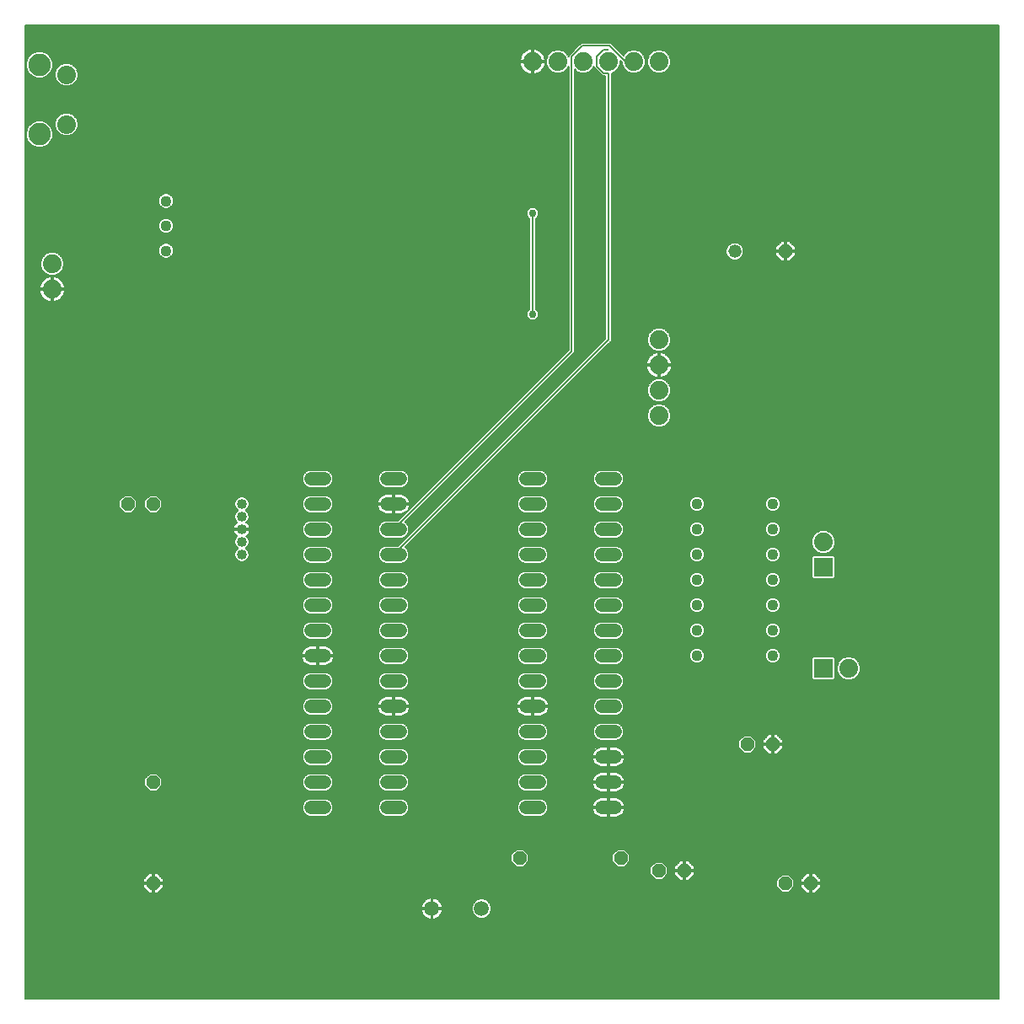
<source format=gbl>
G75*
%MOIN*%
%OFA0B0*%
%FSLAX25Y25*%
%IPPOS*%
%LPD*%
%AMOC8*
5,1,8,0,0,1.08239X$1,22.5*
%
%ADD10C,0.07400*%
%ADD11OC8,0.05200*%
%ADD12C,0.05200*%
%ADD13R,0.07400X0.07400*%
%ADD14C,0.05200*%
%ADD15C,0.07382*%
%ADD16C,0.08858*%
%ADD17C,0.04362*%
%ADD18C,0.04000*%
%ADD19C,0.05937*%
%ADD20C,0.00600*%
%ADD21C,0.02978*%
D10*
X0256300Y0236300D03*
X0256300Y0246300D03*
X0256300Y0256300D03*
X0256300Y0266300D03*
X0321300Y0186300D03*
X0331300Y0136300D03*
X0256300Y0376300D03*
X0246300Y0376300D03*
X0236300Y0376300D03*
X0226300Y0376300D03*
X0216300Y0376300D03*
X0206300Y0376300D03*
X0016300Y0296300D03*
X0016300Y0286300D03*
D11*
X0046300Y0201300D03*
X0056300Y0201300D03*
X0056300Y0091300D03*
X0056300Y0051300D03*
X0201300Y0061300D03*
X0241300Y0061300D03*
X0256300Y0056300D03*
X0266300Y0056300D03*
X0306300Y0051300D03*
X0316300Y0051300D03*
X0301300Y0106300D03*
X0291300Y0106300D03*
X0306300Y0301300D03*
D12*
X0286300Y0301300D03*
D13*
X0321300Y0176300D03*
X0321300Y0136300D03*
D14*
X0238900Y0131300D02*
X0233700Y0131300D01*
X0233700Y0141300D02*
X0238900Y0141300D01*
X0238900Y0151300D02*
X0233700Y0151300D01*
X0233700Y0161300D02*
X0238900Y0161300D01*
X0238900Y0171300D02*
X0233700Y0171300D01*
X0233700Y0181300D02*
X0238900Y0181300D01*
X0238900Y0191300D02*
X0233700Y0191300D01*
X0233700Y0201300D02*
X0238900Y0201300D01*
X0238900Y0211300D02*
X0233700Y0211300D01*
X0208900Y0211300D02*
X0203700Y0211300D01*
X0203700Y0201300D02*
X0208900Y0201300D01*
X0208900Y0191300D02*
X0203700Y0191300D01*
X0203700Y0181300D02*
X0208900Y0181300D01*
X0208900Y0171300D02*
X0203700Y0171300D01*
X0203700Y0161300D02*
X0208900Y0161300D01*
X0208900Y0151300D02*
X0203700Y0151300D01*
X0203700Y0141300D02*
X0208900Y0141300D01*
X0208900Y0131300D02*
X0203700Y0131300D01*
X0203700Y0121300D02*
X0208900Y0121300D01*
X0208900Y0111300D02*
X0203700Y0111300D01*
X0203700Y0101300D02*
X0208900Y0101300D01*
X0208900Y0091300D02*
X0203700Y0091300D01*
X0203700Y0081300D02*
X0208900Y0081300D01*
X0233700Y0081300D02*
X0238900Y0081300D01*
X0238900Y0091300D02*
X0233700Y0091300D01*
X0233700Y0101300D02*
X0238900Y0101300D01*
X0238900Y0111300D02*
X0233700Y0111300D01*
X0233700Y0121300D02*
X0238900Y0121300D01*
X0153900Y0121300D02*
X0148700Y0121300D01*
X0148700Y0111300D02*
X0153900Y0111300D01*
X0153900Y0101300D02*
X0148700Y0101300D01*
X0148700Y0091300D02*
X0153900Y0091300D01*
X0153900Y0081300D02*
X0148700Y0081300D01*
X0123900Y0081300D02*
X0118700Y0081300D01*
X0118700Y0091300D02*
X0123900Y0091300D01*
X0123900Y0101300D02*
X0118700Y0101300D01*
X0118700Y0111300D02*
X0123900Y0111300D01*
X0123900Y0121300D02*
X0118700Y0121300D01*
X0118700Y0131300D02*
X0123900Y0131300D01*
X0123900Y0141300D02*
X0118700Y0141300D01*
X0118700Y0151300D02*
X0123900Y0151300D01*
X0123900Y0161300D02*
X0118700Y0161300D01*
X0118700Y0171300D02*
X0123900Y0171300D01*
X0123900Y0181300D02*
X0118700Y0181300D01*
X0118700Y0191300D02*
X0123900Y0191300D01*
X0123900Y0201300D02*
X0118700Y0201300D01*
X0118700Y0211300D02*
X0123900Y0211300D01*
X0148700Y0211300D02*
X0153900Y0211300D01*
X0153900Y0201300D02*
X0148700Y0201300D01*
X0148700Y0191300D02*
X0153900Y0191300D01*
X0153900Y0181300D02*
X0148700Y0181300D01*
X0148700Y0171300D02*
X0153900Y0171300D01*
X0153900Y0161300D02*
X0148700Y0161300D01*
X0148700Y0151300D02*
X0153900Y0151300D01*
X0153900Y0141300D02*
X0148700Y0141300D01*
X0148700Y0131300D02*
X0153900Y0131300D01*
D15*
X0021930Y0351457D03*
X0021930Y0371143D03*
D16*
X0011300Y0375080D03*
X0011300Y0347520D03*
D17*
X0061300Y0321143D03*
X0061300Y0311300D03*
X0061300Y0301457D03*
X0271300Y0201300D03*
X0271300Y0191300D03*
X0271300Y0181300D03*
X0271300Y0171300D03*
X0271300Y0161300D03*
X0271300Y0151300D03*
X0271300Y0141300D03*
X0301300Y0141300D03*
X0301300Y0151300D03*
X0301300Y0161300D03*
X0301300Y0171300D03*
X0301300Y0181300D03*
X0301300Y0191300D03*
X0301300Y0201300D03*
D18*
X0091300Y0201300D03*
X0091300Y0196300D03*
X0091300Y0191300D03*
X0091300Y0186300D03*
X0091300Y0181300D03*
D19*
X0166457Y0041300D03*
X0186143Y0041300D03*
D20*
X0005600Y0005600D02*
X0005600Y0390701D01*
X0390701Y0390701D01*
X0390701Y0005600D01*
X0005600Y0005600D01*
X0005600Y0006088D02*
X0390701Y0006088D01*
X0390701Y0006687D02*
X0005600Y0006687D01*
X0005600Y0007285D02*
X0390701Y0007285D01*
X0390701Y0007884D02*
X0005600Y0007884D01*
X0005600Y0008482D02*
X0390701Y0008482D01*
X0390701Y0009081D02*
X0005600Y0009081D01*
X0005600Y0009679D02*
X0390701Y0009679D01*
X0390701Y0010278D02*
X0005600Y0010278D01*
X0005600Y0010876D02*
X0390701Y0010876D01*
X0390701Y0011475D02*
X0005600Y0011475D01*
X0005600Y0012073D02*
X0390701Y0012073D01*
X0390701Y0012672D02*
X0005600Y0012672D01*
X0005600Y0013270D02*
X0390701Y0013270D01*
X0390701Y0013869D02*
X0005600Y0013869D01*
X0005600Y0014467D02*
X0390701Y0014467D01*
X0390701Y0015066D02*
X0005600Y0015066D01*
X0005600Y0015664D02*
X0390701Y0015664D01*
X0390701Y0016263D02*
X0005600Y0016263D01*
X0005600Y0016861D02*
X0390701Y0016861D01*
X0390701Y0017460D02*
X0005600Y0017460D01*
X0005600Y0018058D02*
X0390701Y0018058D01*
X0390701Y0018657D02*
X0005600Y0018657D01*
X0005600Y0019255D02*
X0390701Y0019255D01*
X0390701Y0019854D02*
X0005600Y0019854D01*
X0005600Y0020452D02*
X0390701Y0020452D01*
X0390701Y0021051D02*
X0005600Y0021051D01*
X0005600Y0021649D02*
X0390701Y0021649D01*
X0390701Y0022248D02*
X0005600Y0022248D01*
X0005600Y0022846D02*
X0390701Y0022846D01*
X0390701Y0023445D02*
X0005600Y0023445D01*
X0005600Y0024043D02*
X0390701Y0024043D01*
X0390701Y0024642D02*
X0005600Y0024642D01*
X0005600Y0025240D02*
X0390701Y0025240D01*
X0390701Y0025839D02*
X0005600Y0025839D01*
X0005600Y0026437D02*
X0390701Y0026437D01*
X0390701Y0027036D02*
X0005600Y0027036D01*
X0005600Y0027634D02*
X0390701Y0027634D01*
X0390701Y0028233D02*
X0005600Y0028233D01*
X0005600Y0028832D02*
X0390701Y0028832D01*
X0390701Y0029430D02*
X0005600Y0029430D01*
X0005600Y0030029D02*
X0390701Y0030029D01*
X0390701Y0030627D02*
X0005600Y0030627D01*
X0005600Y0031226D02*
X0390701Y0031226D01*
X0390701Y0031824D02*
X0005600Y0031824D01*
X0005600Y0032423D02*
X0390701Y0032423D01*
X0390701Y0033021D02*
X0005600Y0033021D01*
X0005600Y0033620D02*
X0390701Y0033620D01*
X0390701Y0034218D02*
X0005600Y0034218D01*
X0005600Y0034817D02*
X0390701Y0034817D01*
X0390701Y0035415D02*
X0005600Y0035415D01*
X0005600Y0036014D02*
X0390701Y0036014D01*
X0390701Y0036612D02*
X0005600Y0036612D01*
X0005600Y0037211D02*
X0165230Y0037211D01*
X0165458Y0037137D02*
X0166122Y0037031D01*
X0166157Y0037031D01*
X0166157Y0041000D01*
X0162189Y0041000D01*
X0162189Y0040964D01*
X0162294Y0040300D01*
X0162502Y0039661D01*
X0162807Y0039063D01*
X0163202Y0038519D01*
X0163677Y0038044D01*
X0164220Y0037649D01*
X0164819Y0037344D01*
X0165458Y0037137D01*
X0166157Y0037211D02*
X0166757Y0037211D01*
X0166757Y0037031D02*
X0166793Y0037031D01*
X0167457Y0037137D01*
X0168096Y0037344D01*
X0168695Y0037649D01*
X0169238Y0038044D01*
X0169713Y0038519D01*
X0170108Y0039063D01*
X0170413Y0039661D01*
X0170621Y0040300D01*
X0170726Y0040964D01*
X0170726Y0041000D01*
X0166758Y0041000D01*
X0166758Y0041600D01*
X0170726Y0041600D01*
X0170726Y0041636D01*
X0170621Y0042300D01*
X0170413Y0042939D01*
X0170108Y0043537D01*
X0169713Y0044081D01*
X0169238Y0044556D01*
X0168695Y0044951D01*
X0168096Y0045256D01*
X0167457Y0045463D01*
X0166793Y0045568D01*
X0166757Y0045568D01*
X0166757Y0041600D01*
X0166157Y0041600D01*
X0166157Y0041000D01*
X0166757Y0041000D01*
X0166757Y0037031D01*
X0166757Y0037809D02*
X0166157Y0037809D01*
X0166157Y0038408D02*
X0166757Y0038408D01*
X0166757Y0039006D02*
X0166157Y0039006D01*
X0166157Y0039605D02*
X0166757Y0039605D01*
X0166757Y0040203D02*
X0166157Y0040203D01*
X0166157Y0040802D02*
X0166757Y0040802D01*
X0166758Y0041400D02*
X0182274Y0041400D01*
X0182274Y0040802D02*
X0170700Y0040802D01*
X0170589Y0040203D02*
X0182410Y0040203D01*
X0182274Y0040530D02*
X0182863Y0039109D01*
X0183951Y0038020D01*
X0185373Y0037431D01*
X0186912Y0037431D01*
X0188334Y0038020D01*
X0189422Y0039109D01*
X0190011Y0040530D01*
X0190011Y0042069D01*
X0189422Y0043491D01*
X0188334Y0044580D01*
X0186912Y0045168D01*
X0185373Y0045168D01*
X0183951Y0044580D01*
X0182863Y0043491D01*
X0182274Y0042069D01*
X0182274Y0040530D01*
X0182657Y0039605D02*
X0170384Y0039605D01*
X0170067Y0039006D02*
X0182965Y0039006D01*
X0183564Y0038408D02*
X0169602Y0038408D01*
X0168915Y0037809D02*
X0184461Y0037809D01*
X0187824Y0037809D02*
X0390701Y0037809D01*
X0390701Y0037211D02*
X0167685Y0037211D01*
X0164000Y0037809D02*
X0005600Y0037809D01*
X0005600Y0038408D02*
X0163313Y0038408D01*
X0162848Y0039006D02*
X0005600Y0039006D01*
X0005600Y0039605D02*
X0162531Y0039605D01*
X0162326Y0040203D02*
X0005600Y0040203D01*
X0005600Y0040802D02*
X0162215Y0040802D01*
X0162189Y0041600D02*
X0166157Y0041600D01*
X0166157Y0045568D01*
X0166122Y0045568D01*
X0165458Y0045463D01*
X0164819Y0045256D01*
X0164220Y0044951D01*
X0163677Y0044556D01*
X0163202Y0044081D01*
X0162807Y0043537D01*
X0162502Y0042939D01*
X0162294Y0042300D01*
X0162189Y0041636D01*
X0162189Y0041600D01*
X0162246Y0041999D02*
X0005600Y0041999D01*
X0005600Y0042597D02*
X0162391Y0042597D01*
X0162633Y0043196D02*
X0005600Y0043196D01*
X0005600Y0043794D02*
X0162994Y0043794D01*
X0163514Y0044393D02*
X0005600Y0044393D01*
X0005600Y0044991D02*
X0164300Y0044991D01*
X0166157Y0044991D02*
X0166757Y0044991D01*
X0166757Y0044393D02*
X0166157Y0044393D01*
X0166157Y0043794D02*
X0166757Y0043794D01*
X0166757Y0043196D02*
X0166157Y0043196D01*
X0166157Y0042597D02*
X0166757Y0042597D01*
X0166757Y0041999D02*
X0166157Y0041999D01*
X0166157Y0041400D02*
X0005600Y0041400D01*
X0005600Y0045590D02*
X0390701Y0045590D01*
X0390701Y0046188D02*
X0005600Y0046188D01*
X0005600Y0046787D02*
X0390701Y0046787D01*
X0390701Y0047385D02*
X0005600Y0047385D01*
X0005600Y0047984D02*
X0054101Y0047984D01*
X0054685Y0047400D02*
X0052400Y0049685D01*
X0052400Y0051000D01*
X0056000Y0051000D01*
X0056000Y0051600D01*
X0056000Y0055200D01*
X0054685Y0055200D01*
X0052400Y0052915D01*
X0052400Y0051600D01*
X0056000Y0051600D01*
X0056600Y0051600D01*
X0056600Y0055200D01*
X0057915Y0055200D01*
X0060200Y0052915D01*
X0060200Y0051600D01*
X0056600Y0051600D01*
X0056600Y0051000D01*
X0060200Y0051000D01*
X0060200Y0049685D01*
X0057915Y0047400D01*
X0056600Y0047400D01*
X0056600Y0051000D01*
X0056000Y0051000D01*
X0056000Y0047400D01*
X0054685Y0047400D01*
X0056000Y0047984D02*
X0056600Y0047984D01*
X0056600Y0048582D02*
X0056000Y0048582D01*
X0056000Y0049181D02*
X0056600Y0049181D01*
X0056600Y0049779D02*
X0056000Y0049779D01*
X0056000Y0050378D02*
X0056600Y0050378D01*
X0056600Y0050976D02*
X0056000Y0050976D01*
X0056000Y0051575D02*
X0005600Y0051575D01*
X0005600Y0052173D02*
X0052400Y0052173D01*
X0052400Y0052772D02*
X0005600Y0052772D01*
X0005600Y0053370D02*
X0052855Y0053370D01*
X0053454Y0053969D02*
X0005600Y0053969D01*
X0005600Y0054568D02*
X0054052Y0054568D01*
X0054651Y0055166D02*
X0005600Y0055166D01*
X0005600Y0055765D02*
X0252800Y0055765D01*
X0252800Y0056363D02*
X0005600Y0056363D01*
X0005600Y0056962D02*
X0252800Y0056962D01*
X0252800Y0057560D02*
X0005600Y0057560D01*
X0005600Y0058159D02*
X0199492Y0058159D01*
X0199850Y0057800D02*
X0202750Y0057800D01*
X0204800Y0059850D01*
X0204800Y0062750D01*
X0202750Y0064800D01*
X0199850Y0064800D01*
X0197800Y0062750D01*
X0197800Y0059850D01*
X0199850Y0057800D01*
X0198893Y0058757D02*
X0005600Y0058757D01*
X0005600Y0059356D02*
X0198295Y0059356D01*
X0197800Y0059954D02*
X0005600Y0059954D01*
X0005600Y0060553D02*
X0197800Y0060553D01*
X0197800Y0061151D02*
X0005600Y0061151D01*
X0005600Y0061750D02*
X0197800Y0061750D01*
X0197800Y0062348D02*
X0005600Y0062348D01*
X0005600Y0062947D02*
X0197997Y0062947D01*
X0198595Y0063545D02*
X0005600Y0063545D01*
X0005600Y0064144D02*
X0199194Y0064144D01*
X0199792Y0064742D02*
X0005600Y0064742D01*
X0005600Y0065341D02*
X0390701Y0065341D01*
X0390701Y0065939D02*
X0005600Y0065939D01*
X0005600Y0066538D02*
X0390701Y0066538D01*
X0390701Y0067136D02*
X0005600Y0067136D01*
X0005600Y0067735D02*
X0390701Y0067735D01*
X0390701Y0068333D02*
X0005600Y0068333D01*
X0005600Y0068932D02*
X0390701Y0068932D01*
X0390701Y0069530D02*
X0005600Y0069530D01*
X0005600Y0070129D02*
X0390701Y0070129D01*
X0390701Y0070727D02*
X0005600Y0070727D01*
X0005600Y0071326D02*
X0390701Y0071326D01*
X0390701Y0071924D02*
X0005600Y0071924D01*
X0005600Y0072523D02*
X0390701Y0072523D01*
X0390701Y0073121D02*
X0005600Y0073121D01*
X0005600Y0073720D02*
X0390701Y0073720D01*
X0390701Y0074318D02*
X0005600Y0074318D01*
X0005600Y0074917D02*
X0390701Y0074917D01*
X0390701Y0075515D02*
X0005600Y0075515D01*
X0005600Y0076114D02*
X0390701Y0076114D01*
X0390701Y0076712D02*
X0005600Y0076712D01*
X0005600Y0077311D02*
X0390701Y0077311D01*
X0390701Y0077909D02*
X0240845Y0077909D01*
X0240747Y0077844D02*
X0241386Y0078271D01*
X0241929Y0078814D01*
X0242356Y0079453D01*
X0242650Y0080162D01*
X0242800Y0080916D01*
X0242800Y0081000D01*
X0236600Y0081000D01*
X0236600Y0081600D01*
X0236000Y0081600D01*
X0236000Y0085200D01*
X0233316Y0085200D01*
X0232562Y0085050D01*
X0231853Y0084756D01*
X0231214Y0084329D01*
X0230671Y0083786D01*
X0230244Y0083147D01*
X0229950Y0082438D01*
X0229800Y0081684D01*
X0229800Y0081600D01*
X0236000Y0081600D01*
X0236000Y0081000D01*
X0236600Y0081000D01*
X0236600Y0077400D01*
X0239284Y0077400D01*
X0240038Y0077550D01*
X0240747Y0077844D01*
X0241623Y0078508D02*
X0390701Y0078508D01*
X0390701Y0079106D02*
X0242125Y0079106D01*
X0242461Y0079705D02*
X0390701Y0079705D01*
X0390701Y0080303D02*
X0242678Y0080303D01*
X0242797Y0080902D02*
X0390701Y0080902D01*
X0390701Y0081501D02*
X0236600Y0081501D01*
X0236600Y0081600D02*
X0242800Y0081600D01*
X0242800Y0081684D01*
X0242650Y0082438D01*
X0242356Y0083147D01*
X0241929Y0083786D01*
X0241386Y0084329D01*
X0240747Y0084756D01*
X0240038Y0085050D01*
X0239284Y0085200D01*
X0236600Y0085200D01*
X0236600Y0081600D01*
X0236600Y0082099D02*
X0236000Y0082099D01*
X0236000Y0081501D02*
X0212400Y0081501D01*
X0212400Y0081996D02*
X0211867Y0083283D01*
X0210883Y0084267D01*
X0209596Y0084800D01*
X0203004Y0084800D01*
X0201717Y0084267D01*
X0200733Y0083283D01*
X0200200Y0081996D01*
X0200200Y0080604D01*
X0200733Y0079317D01*
X0201717Y0078333D01*
X0203004Y0077800D01*
X0209596Y0077800D01*
X0210883Y0078333D01*
X0211867Y0079317D01*
X0212400Y0080604D01*
X0212400Y0081996D01*
X0212357Y0082099D02*
X0229883Y0082099D01*
X0230058Y0082698D02*
X0212109Y0082698D01*
X0211854Y0083296D02*
X0230343Y0083296D01*
X0230779Y0083895D02*
X0211255Y0083895D01*
X0210337Y0084493D02*
X0231459Y0084493D01*
X0232771Y0085092D02*
X0005600Y0085092D01*
X0005600Y0085690D02*
X0390701Y0085690D01*
X0390701Y0085092D02*
X0239829Y0085092D01*
X0241141Y0084493D02*
X0390701Y0084493D01*
X0390701Y0083895D02*
X0241821Y0083895D01*
X0242257Y0083296D02*
X0390701Y0083296D01*
X0390701Y0082698D02*
X0242542Y0082698D01*
X0242717Y0082099D02*
X0390701Y0082099D01*
X0390701Y0086289D02*
X0005600Y0086289D01*
X0005600Y0086887D02*
X0390701Y0086887D01*
X0390701Y0087486D02*
X0239715Y0087486D01*
X0240038Y0087550D02*
X0240747Y0087844D01*
X0241386Y0088271D01*
X0241929Y0088814D01*
X0242356Y0089453D01*
X0242650Y0090162D01*
X0242800Y0090916D01*
X0242800Y0091000D01*
X0236600Y0091000D01*
X0236600Y0091600D01*
X0236000Y0091600D01*
X0236000Y0095200D01*
X0233316Y0095200D01*
X0232562Y0095050D01*
X0231853Y0094756D01*
X0231214Y0094329D01*
X0230671Y0093786D01*
X0230244Y0093147D01*
X0229950Y0092438D01*
X0229800Y0091684D01*
X0229800Y0091600D01*
X0236000Y0091600D01*
X0236000Y0091000D01*
X0236600Y0091000D01*
X0236600Y0087400D01*
X0239284Y0087400D01*
X0240038Y0087550D01*
X0241107Y0088084D02*
X0390701Y0088084D01*
X0390701Y0088683D02*
X0241798Y0088683D01*
X0242242Y0089281D02*
X0390701Y0089281D01*
X0390701Y0089880D02*
X0242533Y0089880D01*
X0242713Y0090478D02*
X0390701Y0090478D01*
X0390701Y0091077D02*
X0236600Y0091077D01*
X0236600Y0091600D02*
X0242800Y0091600D01*
X0242800Y0091684D01*
X0242650Y0092438D01*
X0242356Y0093147D01*
X0241929Y0093786D01*
X0241386Y0094329D01*
X0240747Y0094756D01*
X0240038Y0095050D01*
X0239284Y0095200D01*
X0236600Y0095200D01*
X0236600Y0091600D01*
X0236600Y0091675D02*
X0236000Y0091675D01*
X0236000Y0091077D02*
X0212400Y0091077D01*
X0212400Y0090604D02*
X0212400Y0091996D01*
X0211867Y0093283D01*
X0210883Y0094267D01*
X0209596Y0094800D01*
X0203004Y0094800D01*
X0201717Y0094267D01*
X0200733Y0093283D01*
X0200200Y0091996D01*
X0200200Y0090604D01*
X0200733Y0089317D01*
X0201717Y0088333D01*
X0203004Y0087800D01*
X0209596Y0087800D01*
X0210883Y0088333D01*
X0211867Y0089317D01*
X0212400Y0090604D01*
X0212348Y0090478D02*
X0229887Y0090478D01*
X0229950Y0090162D02*
X0230244Y0089453D01*
X0230671Y0088814D01*
X0231214Y0088271D01*
X0231853Y0087844D01*
X0232562Y0087550D01*
X0233316Y0087400D01*
X0236000Y0087400D01*
X0236000Y0091000D01*
X0229800Y0091000D01*
X0229800Y0090916D01*
X0229950Y0090162D01*
X0230067Y0089880D02*
X0212100Y0089880D01*
X0211831Y0089281D02*
X0230358Y0089281D01*
X0230802Y0088683D02*
X0211232Y0088683D01*
X0210282Y0088084D02*
X0231493Y0088084D01*
X0232885Y0087486D02*
X0005600Y0087486D01*
X0005600Y0088084D02*
X0054566Y0088084D01*
X0054850Y0087800D02*
X0057750Y0087800D01*
X0059800Y0089850D01*
X0059800Y0092750D01*
X0057750Y0094800D01*
X0054850Y0094800D01*
X0052800Y0092750D01*
X0052800Y0089850D01*
X0054850Y0087800D01*
X0053968Y0088683D02*
X0005600Y0088683D01*
X0005600Y0089281D02*
X0053369Y0089281D01*
X0052800Y0089880D02*
X0005600Y0089880D01*
X0005600Y0090478D02*
X0052800Y0090478D01*
X0052800Y0091077D02*
X0005600Y0091077D01*
X0005600Y0091675D02*
X0052800Y0091675D01*
X0052800Y0092274D02*
X0005600Y0092274D01*
X0005600Y0092872D02*
X0052922Y0092872D01*
X0053521Y0093471D02*
X0005600Y0093471D01*
X0005600Y0094069D02*
X0054120Y0094069D01*
X0054718Y0094668D02*
X0005600Y0094668D01*
X0005600Y0095266D02*
X0390701Y0095266D01*
X0390701Y0094668D02*
X0240880Y0094668D01*
X0241646Y0094069D02*
X0390701Y0094069D01*
X0390701Y0093471D02*
X0242140Y0093471D01*
X0242470Y0092872D02*
X0390701Y0092872D01*
X0390701Y0092274D02*
X0242683Y0092274D01*
X0242800Y0091675D02*
X0390701Y0091675D01*
X0390701Y0095865D02*
X0005600Y0095865D01*
X0005600Y0096463D02*
X0390701Y0096463D01*
X0390701Y0097062D02*
X0005600Y0097062D01*
X0005600Y0097660D02*
X0232296Y0097660D01*
X0232562Y0097550D02*
X0233316Y0097400D01*
X0236000Y0097400D01*
X0236000Y0101000D01*
X0236600Y0101000D01*
X0236600Y0101600D01*
X0236000Y0101600D01*
X0236000Y0105200D01*
X0233316Y0105200D01*
X0232562Y0105050D01*
X0231853Y0104756D01*
X0231214Y0104329D01*
X0230671Y0103786D01*
X0230244Y0103147D01*
X0229950Y0102438D01*
X0229800Y0101684D01*
X0229800Y0101600D01*
X0236000Y0101600D01*
X0236000Y0101000D01*
X0229800Y0101000D01*
X0229800Y0100916D01*
X0229950Y0100162D01*
X0230244Y0099453D01*
X0230671Y0098814D01*
X0231214Y0098271D01*
X0231853Y0097844D01*
X0232562Y0097550D01*
X0231232Y0098259D02*
X0210704Y0098259D01*
X0210883Y0098333D02*
X0209596Y0097800D01*
X0203004Y0097800D01*
X0201717Y0098333D01*
X0200733Y0099317D01*
X0200200Y0100604D01*
X0200200Y0101996D01*
X0200733Y0103283D01*
X0201717Y0104267D01*
X0203004Y0104800D01*
X0209596Y0104800D01*
X0210883Y0104267D01*
X0211867Y0103283D01*
X0212400Y0101996D01*
X0212400Y0100604D01*
X0211867Y0099317D01*
X0210883Y0098333D01*
X0211407Y0098857D02*
X0230642Y0098857D01*
X0230243Y0099456D02*
X0211924Y0099456D01*
X0212172Y0100054D02*
X0229995Y0100054D01*
X0229852Y0100653D02*
X0212400Y0100653D01*
X0212400Y0101251D02*
X0236000Y0101251D01*
X0236000Y0100653D02*
X0236600Y0100653D01*
X0236600Y0101000D02*
X0236600Y0097400D01*
X0239284Y0097400D01*
X0240038Y0097550D01*
X0240747Y0097844D01*
X0241386Y0098271D01*
X0241929Y0098814D01*
X0242356Y0099453D01*
X0242650Y0100162D01*
X0242800Y0100916D01*
X0242800Y0101000D01*
X0236600Y0101000D01*
X0236600Y0101251D02*
X0390701Y0101251D01*
X0390701Y0100653D02*
X0242748Y0100653D01*
X0242605Y0100054D02*
X0390701Y0100054D01*
X0390701Y0099456D02*
X0242357Y0099456D01*
X0241958Y0098857D02*
X0390701Y0098857D01*
X0390701Y0098259D02*
X0241368Y0098259D01*
X0240304Y0097660D02*
X0390701Y0097660D01*
X0390701Y0101850D02*
X0242767Y0101850D01*
X0242800Y0101684D02*
X0242650Y0102438D01*
X0242356Y0103147D01*
X0241929Y0103786D01*
X0241386Y0104329D01*
X0240747Y0104756D01*
X0240038Y0105050D01*
X0239284Y0105200D01*
X0236600Y0105200D01*
X0236600Y0101600D01*
X0242800Y0101600D01*
X0242800Y0101684D01*
X0242646Y0102448D02*
X0299636Y0102448D01*
X0299685Y0102400D02*
X0301000Y0102400D01*
X0301000Y0106000D01*
X0301600Y0106000D01*
X0301600Y0106600D01*
X0305200Y0106600D01*
X0305200Y0107915D01*
X0302915Y0110200D01*
X0301600Y0110200D01*
X0301600Y0106600D01*
X0301000Y0106600D01*
X0301000Y0110200D01*
X0299685Y0110200D01*
X0297400Y0107915D01*
X0297400Y0106600D01*
X0301000Y0106600D01*
X0301000Y0106000D01*
X0297400Y0106000D01*
X0297400Y0104685D01*
X0299685Y0102400D01*
X0299038Y0103047D02*
X0292997Y0103047D01*
X0292750Y0102800D02*
X0294800Y0104850D01*
X0294800Y0107750D01*
X0292750Y0109800D01*
X0289850Y0109800D01*
X0287800Y0107750D01*
X0287800Y0104850D01*
X0289850Y0102800D01*
X0292750Y0102800D01*
X0293595Y0103645D02*
X0298439Y0103645D01*
X0297841Y0104244D02*
X0294194Y0104244D01*
X0294792Y0104842D02*
X0297400Y0104842D01*
X0297400Y0105441D02*
X0294800Y0105441D01*
X0294800Y0106039D02*
X0301000Y0106039D01*
X0301000Y0105441D02*
X0301600Y0105441D01*
X0301600Y0106000D02*
X0301600Y0102400D01*
X0302915Y0102400D01*
X0305200Y0104685D01*
X0305200Y0106000D01*
X0301600Y0106000D01*
X0301600Y0106039D02*
X0390701Y0106039D01*
X0390701Y0105441D02*
X0305200Y0105441D01*
X0305200Y0104842D02*
X0390701Y0104842D01*
X0390701Y0104244D02*
X0304759Y0104244D01*
X0304161Y0103645D02*
X0390701Y0103645D01*
X0390701Y0103047D02*
X0303562Y0103047D01*
X0302964Y0102448D02*
X0390701Y0102448D01*
X0390701Y0106638D02*
X0305200Y0106638D01*
X0305200Y0107237D02*
X0390701Y0107237D01*
X0390701Y0107835D02*
X0305200Y0107835D01*
X0304682Y0108434D02*
X0390701Y0108434D01*
X0390701Y0109032D02*
X0304083Y0109032D01*
X0303485Y0109631D02*
X0390701Y0109631D01*
X0390701Y0110229D02*
X0242245Y0110229D01*
X0242400Y0110604D02*
X0242400Y0111996D01*
X0241867Y0113283D01*
X0240883Y0114267D01*
X0239596Y0114800D01*
X0233004Y0114800D01*
X0231717Y0114267D01*
X0230733Y0113283D01*
X0230200Y0111996D01*
X0230200Y0110604D01*
X0230733Y0109317D01*
X0231717Y0108333D01*
X0233004Y0107800D01*
X0239596Y0107800D01*
X0240883Y0108333D01*
X0241867Y0109317D01*
X0242400Y0110604D01*
X0242400Y0110828D02*
X0390701Y0110828D01*
X0390701Y0111426D02*
X0242400Y0111426D01*
X0242388Y0112025D02*
X0390701Y0112025D01*
X0390701Y0112623D02*
X0242140Y0112623D01*
X0241892Y0113222D02*
X0390701Y0113222D01*
X0390701Y0113820D02*
X0241330Y0113820D01*
X0240517Y0114419D02*
X0390701Y0114419D01*
X0390701Y0115017D02*
X0005600Y0115017D01*
X0005600Y0114419D02*
X0117083Y0114419D01*
X0116717Y0114267D02*
X0115733Y0113283D01*
X0115200Y0111996D01*
X0115200Y0110604D01*
X0115733Y0109317D01*
X0116717Y0108333D01*
X0118004Y0107800D01*
X0124596Y0107800D01*
X0125883Y0108333D01*
X0126867Y0109317D01*
X0127400Y0110604D01*
X0127400Y0111996D01*
X0126867Y0113283D01*
X0125883Y0114267D01*
X0124596Y0114800D01*
X0118004Y0114800D01*
X0116717Y0114267D01*
X0116270Y0113820D02*
X0005600Y0113820D01*
X0005600Y0113222D02*
X0115708Y0113222D01*
X0115460Y0112623D02*
X0005600Y0112623D01*
X0005600Y0112025D02*
X0115212Y0112025D01*
X0115200Y0111426D02*
X0005600Y0111426D01*
X0005600Y0110828D02*
X0115200Y0110828D01*
X0115355Y0110229D02*
X0005600Y0110229D01*
X0005600Y0109631D02*
X0115603Y0109631D01*
X0116018Y0109032D02*
X0005600Y0109032D01*
X0005600Y0108434D02*
X0116617Y0108434D01*
X0117919Y0107835D02*
X0005600Y0107835D01*
X0005600Y0107237D02*
X0287800Y0107237D01*
X0287800Y0106638D02*
X0005600Y0106638D01*
X0005600Y0106039D02*
X0287800Y0106039D01*
X0287800Y0105441D02*
X0005600Y0105441D01*
X0005600Y0104842D02*
X0232061Y0104842D01*
X0231129Y0104244D02*
X0210906Y0104244D01*
X0211504Y0103645D02*
X0230577Y0103645D01*
X0230202Y0103047D02*
X0211965Y0103047D01*
X0212213Y0102448D02*
X0229954Y0102448D01*
X0229833Y0101850D02*
X0212400Y0101850D01*
X0209681Y0107835D02*
X0232919Y0107835D01*
X0231617Y0108434D02*
X0210983Y0108434D01*
X0210883Y0108333D02*
X0211867Y0109317D01*
X0212400Y0110604D01*
X0212400Y0111996D01*
X0211867Y0113283D01*
X0210883Y0114267D01*
X0209596Y0114800D01*
X0203004Y0114800D01*
X0201717Y0114267D01*
X0200733Y0113283D01*
X0200200Y0111996D01*
X0200200Y0110604D01*
X0200733Y0109317D01*
X0201717Y0108333D01*
X0203004Y0107800D01*
X0209596Y0107800D01*
X0210883Y0108333D01*
X0211582Y0109032D02*
X0231018Y0109032D01*
X0230603Y0109631D02*
X0211997Y0109631D01*
X0212245Y0110229D02*
X0230355Y0110229D01*
X0230200Y0110828D02*
X0212400Y0110828D01*
X0212400Y0111426D02*
X0230200Y0111426D01*
X0230212Y0112025D02*
X0212388Y0112025D01*
X0212140Y0112623D02*
X0230460Y0112623D01*
X0230708Y0113222D02*
X0211892Y0113222D01*
X0211330Y0113820D02*
X0231270Y0113820D01*
X0232083Y0114419D02*
X0210517Y0114419D01*
X0210038Y0117550D02*
X0210747Y0117844D01*
X0211386Y0118271D01*
X0211929Y0118814D01*
X0212356Y0119453D01*
X0212650Y0120162D01*
X0212800Y0120916D01*
X0212800Y0121000D01*
X0206600Y0121000D01*
X0206600Y0121600D01*
X0206000Y0121600D01*
X0206000Y0125200D01*
X0203316Y0125200D01*
X0202562Y0125050D01*
X0201853Y0124756D01*
X0201214Y0124329D01*
X0200671Y0123786D01*
X0200244Y0123147D01*
X0199950Y0122438D01*
X0199800Y0121684D01*
X0199800Y0121600D01*
X0206000Y0121600D01*
X0206000Y0121000D01*
X0206600Y0121000D01*
X0206600Y0117400D01*
X0209284Y0117400D01*
X0210038Y0117550D01*
X0209340Y0117411D02*
X0390701Y0117411D01*
X0390701Y0116813D02*
X0005600Y0116813D01*
X0005600Y0117411D02*
X0148260Y0117411D01*
X0148316Y0117400D02*
X0151000Y0117400D01*
X0151000Y0121000D01*
X0151600Y0121000D01*
X0151600Y0121600D01*
X0151000Y0121600D01*
X0151000Y0125200D01*
X0148316Y0125200D01*
X0147562Y0125050D01*
X0146853Y0124756D01*
X0146214Y0124329D01*
X0145671Y0123786D01*
X0145244Y0123147D01*
X0144950Y0122438D01*
X0144800Y0121684D01*
X0144800Y0121600D01*
X0151000Y0121600D01*
X0151000Y0121000D01*
X0144800Y0121000D01*
X0144800Y0120916D01*
X0144950Y0120162D01*
X0145244Y0119453D01*
X0145671Y0118814D01*
X0146214Y0118271D01*
X0146853Y0117844D01*
X0147562Y0117550D01*
X0148316Y0117400D01*
X0146604Y0118010D02*
X0125102Y0118010D01*
X0124596Y0117800D02*
X0125883Y0118333D01*
X0126867Y0119317D01*
X0127400Y0120604D01*
X0127400Y0121996D01*
X0126867Y0123283D01*
X0125883Y0124267D01*
X0124596Y0124800D01*
X0118004Y0124800D01*
X0116717Y0124267D01*
X0115733Y0123283D01*
X0115200Y0121996D01*
X0115200Y0120604D01*
X0115733Y0119317D01*
X0116717Y0118333D01*
X0118004Y0117800D01*
X0124596Y0117800D01*
X0126158Y0118608D02*
X0145876Y0118608D01*
X0145408Y0119207D02*
X0126756Y0119207D01*
X0127069Y0119805D02*
X0145098Y0119805D01*
X0144902Y0120404D02*
X0127317Y0120404D01*
X0127400Y0121002D02*
X0151000Y0121002D01*
X0151000Y0120404D02*
X0151600Y0120404D01*
X0151600Y0121000D02*
X0151600Y0117400D01*
X0154284Y0117400D01*
X0155038Y0117550D01*
X0155747Y0117844D01*
X0156386Y0118271D01*
X0156929Y0118814D01*
X0157356Y0119453D01*
X0157650Y0120162D01*
X0157800Y0120916D01*
X0157800Y0121000D01*
X0151600Y0121000D01*
X0151600Y0121002D02*
X0206000Y0121002D01*
X0206000Y0121000D02*
X0199800Y0121000D01*
X0199800Y0120916D01*
X0199950Y0120162D01*
X0200244Y0119453D01*
X0200671Y0118814D01*
X0201214Y0118271D01*
X0201853Y0117844D01*
X0202562Y0117550D01*
X0203316Y0117400D01*
X0206000Y0117400D01*
X0206000Y0121000D01*
X0206000Y0120404D02*
X0206600Y0120404D01*
X0206600Y0121002D02*
X0230200Y0121002D01*
X0230200Y0120604D02*
X0230733Y0119317D01*
X0231717Y0118333D01*
X0233004Y0117800D01*
X0239596Y0117800D01*
X0240883Y0118333D01*
X0241867Y0119317D01*
X0242400Y0120604D01*
X0242400Y0121996D01*
X0241867Y0123283D01*
X0240883Y0124267D01*
X0239596Y0124800D01*
X0233004Y0124800D01*
X0231717Y0124267D01*
X0230733Y0123283D01*
X0230200Y0121996D01*
X0230200Y0120604D01*
X0230283Y0120404D02*
X0212698Y0120404D01*
X0212502Y0119805D02*
X0230531Y0119805D01*
X0230844Y0119207D02*
X0212192Y0119207D01*
X0211724Y0118608D02*
X0231442Y0118608D01*
X0232498Y0118010D02*
X0210996Y0118010D01*
X0212800Y0121600D02*
X0212800Y0121684D01*
X0212650Y0122438D01*
X0212356Y0123147D01*
X0211929Y0123786D01*
X0211386Y0124329D01*
X0210747Y0124756D01*
X0210038Y0125050D01*
X0209284Y0125200D01*
X0206600Y0125200D01*
X0206600Y0121600D01*
X0212800Y0121600D01*
X0212800Y0121601D02*
X0230200Y0121601D01*
X0230284Y0122199D02*
X0212698Y0122199D01*
X0212501Y0122798D02*
X0230532Y0122798D01*
X0230847Y0123396D02*
X0212190Y0123396D01*
X0211721Y0123995D02*
X0231445Y0123995D01*
X0232505Y0124593D02*
X0210991Y0124593D01*
X0209325Y0125192D02*
X0390701Y0125192D01*
X0390701Y0125790D02*
X0005600Y0125790D01*
X0005600Y0125192D02*
X0148275Y0125192D01*
X0146609Y0124593D02*
X0125095Y0124593D01*
X0126155Y0123995D02*
X0145879Y0123995D01*
X0145410Y0123396D02*
X0126753Y0123396D01*
X0127068Y0122798D02*
X0145099Y0122798D01*
X0144902Y0122199D02*
X0127316Y0122199D01*
X0127400Y0121601D02*
X0144800Y0121601D01*
X0151000Y0121601D02*
X0151600Y0121601D01*
X0151600Y0121600D02*
X0151600Y0125200D01*
X0154284Y0125200D01*
X0155038Y0125050D01*
X0155747Y0124756D01*
X0156386Y0124329D01*
X0156929Y0123786D01*
X0157356Y0123147D01*
X0157650Y0122438D01*
X0157800Y0121684D01*
X0157800Y0121600D01*
X0151600Y0121600D01*
X0151600Y0122199D02*
X0151000Y0122199D01*
X0151000Y0122798D02*
X0151600Y0122798D01*
X0151600Y0123396D02*
X0151000Y0123396D01*
X0151000Y0123995D02*
X0151600Y0123995D01*
X0151600Y0124593D02*
X0151000Y0124593D01*
X0151000Y0125192D02*
X0151600Y0125192D01*
X0154325Y0125192D02*
X0203275Y0125192D01*
X0201609Y0124593D02*
X0155991Y0124593D01*
X0156721Y0123995D02*
X0200879Y0123995D01*
X0200410Y0123396D02*
X0157190Y0123396D01*
X0157501Y0122798D02*
X0200099Y0122798D01*
X0199902Y0122199D02*
X0157698Y0122199D01*
X0157800Y0121601D02*
X0199800Y0121601D01*
X0199902Y0120404D02*
X0157698Y0120404D01*
X0157502Y0119805D02*
X0200098Y0119805D01*
X0200408Y0119207D02*
X0157192Y0119207D01*
X0156724Y0118608D02*
X0200876Y0118608D01*
X0201604Y0118010D02*
X0155996Y0118010D01*
X0154340Y0117411D02*
X0203260Y0117411D01*
X0206000Y0117411D02*
X0206600Y0117411D01*
X0206600Y0118010D02*
X0206000Y0118010D01*
X0206000Y0118608D02*
X0206600Y0118608D01*
X0206600Y0119207D02*
X0206000Y0119207D01*
X0206000Y0119805D02*
X0206600Y0119805D01*
X0206600Y0121601D02*
X0206000Y0121601D01*
X0206000Y0122199D02*
X0206600Y0122199D01*
X0206600Y0122798D02*
X0206000Y0122798D01*
X0206000Y0123396D02*
X0206600Y0123396D01*
X0206600Y0123995D02*
X0206000Y0123995D01*
X0206000Y0124593D02*
X0206600Y0124593D01*
X0206600Y0125192D02*
X0206000Y0125192D01*
X0203004Y0127800D02*
X0201717Y0128333D01*
X0200733Y0129317D01*
X0200200Y0130604D01*
X0200200Y0131996D01*
X0200733Y0133283D01*
X0201717Y0134267D01*
X0203004Y0134800D01*
X0209596Y0134800D01*
X0210883Y0134267D01*
X0211867Y0133283D01*
X0212400Y0131996D01*
X0212400Y0130604D01*
X0211867Y0129317D01*
X0210883Y0128333D01*
X0209596Y0127800D01*
X0203004Y0127800D01*
X0202076Y0128184D02*
X0155524Y0128184D01*
X0155883Y0128333D02*
X0156867Y0129317D01*
X0157400Y0130604D01*
X0157400Y0131996D01*
X0156867Y0133283D01*
X0155883Y0134267D01*
X0154596Y0134800D01*
X0148004Y0134800D01*
X0146717Y0134267D01*
X0145733Y0133283D01*
X0145200Y0131996D01*
X0145200Y0130604D01*
X0145733Y0129317D01*
X0146717Y0128333D01*
X0148004Y0127800D01*
X0154596Y0127800D01*
X0155883Y0128333D01*
X0156333Y0128783D02*
X0201267Y0128783D01*
X0200706Y0129381D02*
X0156894Y0129381D01*
X0157142Y0129980D02*
X0200458Y0129980D01*
X0200210Y0130578D02*
X0157389Y0130578D01*
X0157400Y0131177D02*
X0200200Y0131177D01*
X0200200Y0131775D02*
X0157400Y0131775D01*
X0157244Y0132374D02*
X0200356Y0132374D01*
X0200604Y0132972D02*
X0156996Y0132972D01*
X0156579Y0133571D02*
X0201021Y0133571D01*
X0201620Y0134170D02*
X0155980Y0134170D01*
X0154673Y0134768D02*
X0202927Y0134768D01*
X0203004Y0137800D02*
X0201717Y0138333D01*
X0200733Y0139317D01*
X0200200Y0140604D01*
X0200200Y0141996D01*
X0200733Y0143283D01*
X0201717Y0144267D01*
X0203004Y0144800D01*
X0209596Y0144800D01*
X0210883Y0144267D01*
X0211867Y0143283D01*
X0212400Y0141996D01*
X0212400Y0140604D01*
X0211867Y0139317D01*
X0210883Y0138333D01*
X0209596Y0137800D01*
X0203004Y0137800D01*
X0201691Y0138359D02*
X0155909Y0138359D01*
X0155883Y0138333D02*
X0156867Y0139317D01*
X0157400Y0140604D01*
X0157400Y0141996D01*
X0156867Y0143283D01*
X0155883Y0144267D01*
X0154596Y0144800D01*
X0148004Y0144800D01*
X0146717Y0144267D01*
X0145733Y0143283D01*
X0145200Y0141996D01*
X0145200Y0140604D01*
X0145733Y0139317D01*
X0146717Y0138333D01*
X0148004Y0137800D01*
X0154596Y0137800D01*
X0155883Y0138333D01*
X0156507Y0138958D02*
X0201093Y0138958D01*
X0200634Y0139556D02*
X0156966Y0139556D01*
X0157214Y0140155D02*
X0200386Y0140155D01*
X0200200Y0140753D02*
X0157400Y0140753D01*
X0157400Y0141352D02*
X0200200Y0141352D01*
X0200200Y0141950D02*
X0157400Y0141950D01*
X0157171Y0142549D02*
X0200429Y0142549D01*
X0200677Y0143147D02*
X0156923Y0143147D01*
X0156404Y0143746D02*
X0201196Y0143746D01*
X0201903Y0144344D02*
X0155697Y0144344D01*
X0154596Y0147800D02*
X0155883Y0148333D01*
X0156867Y0149317D01*
X0157400Y0150604D01*
X0157400Y0151996D01*
X0156867Y0153283D01*
X0155883Y0154267D01*
X0154596Y0154800D01*
X0148004Y0154800D01*
X0146717Y0154267D01*
X0145733Y0153283D01*
X0145200Y0151996D01*
X0145200Y0150604D01*
X0145733Y0149317D01*
X0146717Y0148333D01*
X0148004Y0147800D01*
X0154596Y0147800D01*
X0154923Y0147935D02*
X0202677Y0147935D01*
X0203004Y0147800D02*
X0201717Y0148333D01*
X0200733Y0149317D01*
X0200200Y0150604D01*
X0200200Y0151996D01*
X0200733Y0153283D01*
X0201717Y0154267D01*
X0203004Y0154800D01*
X0209596Y0154800D01*
X0210883Y0154267D01*
X0211867Y0153283D01*
X0212400Y0151996D01*
X0212400Y0150604D01*
X0211867Y0149317D01*
X0210883Y0148333D01*
X0209596Y0147800D01*
X0203004Y0147800D01*
X0201516Y0148534D02*
X0156084Y0148534D01*
X0156682Y0149132D02*
X0200918Y0149132D01*
X0200562Y0149731D02*
X0157038Y0149731D01*
X0157286Y0150329D02*
X0200314Y0150329D01*
X0200200Y0150928D02*
X0157400Y0150928D01*
X0157400Y0151526D02*
X0200200Y0151526D01*
X0200253Y0152125D02*
X0157347Y0152125D01*
X0157099Y0152723D02*
X0200501Y0152723D01*
X0200772Y0153322D02*
X0156828Y0153322D01*
X0156229Y0153920D02*
X0201371Y0153920D01*
X0202325Y0154519D02*
X0155275Y0154519D01*
X0154596Y0157800D02*
X0155883Y0158333D01*
X0156867Y0159317D01*
X0157400Y0160604D01*
X0157400Y0161996D01*
X0156867Y0163283D01*
X0155883Y0164267D01*
X0154596Y0164800D01*
X0148004Y0164800D01*
X0146717Y0164267D01*
X0145733Y0163283D01*
X0145200Y0161996D01*
X0145200Y0160604D01*
X0145733Y0159317D01*
X0146717Y0158333D01*
X0148004Y0157800D01*
X0154596Y0157800D01*
X0155345Y0158110D02*
X0202255Y0158110D01*
X0201717Y0158333D02*
X0203004Y0157800D01*
X0209596Y0157800D01*
X0210883Y0158333D01*
X0211867Y0159317D01*
X0212400Y0160604D01*
X0212400Y0161996D01*
X0211867Y0163283D01*
X0210883Y0164267D01*
X0209596Y0164800D01*
X0203004Y0164800D01*
X0201717Y0164267D01*
X0200733Y0163283D01*
X0200200Y0161996D01*
X0200200Y0160604D01*
X0200733Y0159317D01*
X0201717Y0158333D01*
X0201342Y0158708D02*
X0156258Y0158708D01*
X0156857Y0159307D02*
X0200743Y0159307D01*
X0200489Y0159905D02*
X0157111Y0159905D01*
X0157359Y0160504D02*
X0200241Y0160504D01*
X0200200Y0161103D02*
X0157400Y0161103D01*
X0157400Y0161701D02*
X0200200Y0161701D01*
X0200326Y0162300D02*
X0157274Y0162300D01*
X0157026Y0162898D02*
X0200574Y0162898D01*
X0200947Y0163497D02*
X0156653Y0163497D01*
X0156055Y0164095D02*
X0201545Y0164095D01*
X0202747Y0164694D02*
X0154853Y0164694D01*
X0154596Y0167800D02*
X0148004Y0167800D01*
X0146717Y0168333D01*
X0145733Y0169317D01*
X0145200Y0170604D01*
X0145200Y0171996D01*
X0145733Y0173283D01*
X0146717Y0174267D01*
X0148004Y0174800D01*
X0154596Y0174800D01*
X0155883Y0174267D01*
X0156867Y0173283D01*
X0157400Y0171996D01*
X0157400Y0170604D01*
X0156867Y0169317D01*
X0155883Y0168333D01*
X0154596Y0167800D01*
X0155766Y0168285D02*
X0201834Y0168285D01*
X0201717Y0168333D02*
X0203004Y0167800D01*
X0209596Y0167800D01*
X0210883Y0168333D01*
X0211867Y0169317D01*
X0212400Y0170604D01*
X0212400Y0171996D01*
X0211867Y0173283D01*
X0210883Y0174267D01*
X0209596Y0174800D01*
X0203004Y0174800D01*
X0201717Y0174267D01*
X0200733Y0173283D01*
X0200200Y0171996D01*
X0200200Y0170604D01*
X0200733Y0169317D01*
X0201717Y0168333D01*
X0201167Y0168883D02*
X0156433Y0168883D01*
X0156935Y0169482D02*
X0200665Y0169482D01*
X0200417Y0170080D02*
X0157183Y0170080D01*
X0157400Y0170679D02*
X0200200Y0170679D01*
X0200200Y0171277D02*
X0157400Y0171277D01*
X0157400Y0171876D02*
X0200200Y0171876D01*
X0200398Y0172474D02*
X0157202Y0172474D01*
X0156954Y0173073D02*
X0200646Y0173073D01*
X0201122Y0173671D02*
X0156478Y0173671D01*
X0155876Y0174270D02*
X0201724Y0174270D01*
X0203004Y0177800D02*
X0201717Y0178333D01*
X0200733Y0179317D01*
X0200200Y0180604D01*
X0200200Y0181996D01*
X0200733Y0183283D01*
X0201717Y0184267D01*
X0203004Y0184800D01*
X0209596Y0184800D01*
X0210883Y0184267D01*
X0211867Y0183283D01*
X0212400Y0181996D01*
X0212400Y0180604D01*
X0211867Y0179317D01*
X0210883Y0178333D01*
X0209596Y0177800D01*
X0203004Y0177800D01*
X0202857Y0177861D02*
X0154743Y0177861D01*
X0154596Y0177800D02*
X0155883Y0178333D01*
X0156867Y0179317D01*
X0157400Y0180604D01*
X0157400Y0181996D01*
X0156867Y0183283D01*
X0155923Y0184226D01*
X0236797Y0265100D01*
X0237500Y0265803D01*
X0237500Y0371818D01*
X0238906Y0372400D01*
X0240200Y0373694D01*
X0240900Y0375385D01*
X0240900Y0376700D01*
X0241700Y0375900D01*
X0241700Y0375385D01*
X0242400Y0373694D01*
X0243694Y0372400D01*
X0245385Y0371700D01*
X0247215Y0371700D01*
X0248906Y0372400D01*
X0250200Y0373694D01*
X0250900Y0375385D01*
X0250900Y0377215D01*
X0250200Y0378906D01*
X0248906Y0380200D01*
X0247215Y0380900D01*
X0245385Y0380900D01*
X0243694Y0380200D01*
X0242400Y0378906D01*
X0242309Y0378685D01*
X0237294Y0383700D01*
X0225498Y0383700D01*
X0224795Y0382997D01*
X0220500Y0378702D01*
X0220500Y0378181D01*
X0220200Y0378906D01*
X0218906Y0380200D01*
X0217215Y0380900D01*
X0215385Y0380900D01*
X0213694Y0380200D01*
X0212400Y0378906D01*
X0211700Y0377215D01*
X0211700Y0375385D01*
X0212400Y0373694D01*
X0213694Y0372400D01*
X0215385Y0371700D01*
X0217215Y0371700D01*
X0218906Y0372400D01*
X0220200Y0373694D01*
X0220500Y0374419D01*
X0220500Y0262197D01*
X0153103Y0194800D01*
X0148004Y0194800D01*
X0146717Y0194267D01*
X0145733Y0193283D01*
X0145200Y0191996D01*
X0145200Y0190604D01*
X0145733Y0189317D01*
X0146717Y0188333D01*
X0148004Y0187800D01*
X0154596Y0187800D01*
X0155883Y0188333D01*
X0156867Y0189317D01*
X0157400Y0190604D01*
X0157400Y0191996D01*
X0156867Y0193283D01*
X0155923Y0194226D01*
X0222197Y0260500D01*
X0222900Y0261203D01*
X0222900Y0373195D01*
X0223694Y0372400D01*
X0225385Y0371700D01*
X0227215Y0371700D01*
X0228906Y0372400D01*
X0230200Y0373694D01*
X0230500Y0374419D01*
X0230500Y0373898D01*
X0231203Y0373195D01*
X0233898Y0370500D01*
X0235100Y0370500D01*
X0235100Y0266797D01*
X0153103Y0184800D01*
X0148004Y0184800D01*
X0146717Y0184267D01*
X0145733Y0183283D01*
X0145200Y0181996D01*
X0145200Y0180604D01*
X0145733Y0179317D01*
X0146717Y0178333D01*
X0148004Y0177800D01*
X0154596Y0177800D01*
X0156009Y0178459D02*
X0201591Y0178459D01*
X0200992Y0179058D02*
X0156608Y0179058D01*
X0157008Y0179656D02*
X0200592Y0179656D01*
X0200345Y0180255D02*
X0157255Y0180255D01*
X0157400Y0180853D02*
X0200200Y0180853D01*
X0200200Y0181452D02*
X0157400Y0181452D01*
X0157378Y0182050D02*
X0200222Y0182050D01*
X0200470Y0182649D02*
X0157130Y0182649D01*
X0156882Y0183247D02*
X0200718Y0183247D01*
X0201296Y0183846D02*
X0156304Y0183846D01*
X0156141Y0184444D02*
X0202145Y0184444D01*
X0203004Y0187800D02*
X0201717Y0188333D01*
X0200733Y0189317D01*
X0200200Y0190604D01*
X0200200Y0191996D01*
X0200733Y0193283D01*
X0201717Y0194267D01*
X0203004Y0194800D01*
X0209596Y0194800D01*
X0210883Y0194267D01*
X0211867Y0193283D01*
X0212400Y0191996D01*
X0212400Y0190604D01*
X0211867Y0189317D01*
X0210883Y0188333D01*
X0209596Y0187800D01*
X0203004Y0187800D01*
X0202435Y0188036D02*
X0159733Y0188036D01*
X0160331Y0188634D02*
X0201416Y0188634D01*
X0200818Y0189233D02*
X0160930Y0189233D01*
X0161528Y0189831D02*
X0200520Y0189831D01*
X0200272Y0190430D02*
X0162127Y0190430D01*
X0162725Y0191028D02*
X0200200Y0191028D01*
X0200200Y0191627D02*
X0163324Y0191627D01*
X0163922Y0192225D02*
X0200295Y0192225D01*
X0200543Y0192824D02*
X0164521Y0192824D01*
X0165119Y0193422D02*
X0200872Y0193422D01*
X0201471Y0194021D02*
X0165718Y0194021D01*
X0166316Y0194619D02*
X0202567Y0194619D01*
X0203004Y0197800D02*
X0201717Y0198333D01*
X0200733Y0199317D01*
X0200200Y0200604D01*
X0200200Y0201996D01*
X0200733Y0203283D01*
X0201717Y0204267D01*
X0203004Y0204800D01*
X0209596Y0204800D01*
X0210883Y0204267D01*
X0211867Y0203283D01*
X0212400Y0201996D01*
X0212400Y0200604D01*
X0211867Y0199317D01*
X0210883Y0198333D01*
X0209596Y0197800D01*
X0203004Y0197800D01*
X0202013Y0198210D02*
X0169907Y0198210D01*
X0169309Y0197612D02*
X0390701Y0197612D01*
X0390701Y0198210D02*
X0240587Y0198210D01*
X0240883Y0198333D02*
X0241867Y0199317D01*
X0242400Y0200604D01*
X0242400Y0201996D01*
X0241867Y0203283D01*
X0240883Y0204267D01*
X0239596Y0204800D01*
X0233004Y0204800D01*
X0231717Y0204267D01*
X0230733Y0203283D01*
X0230200Y0201996D01*
X0230200Y0200604D01*
X0230733Y0199317D01*
X0231717Y0198333D01*
X0233004Y0197800D01*
X0239596Y0197800D01*
X0240883Y0198333D01*
X0241358Y0198809D02*
X0269434Y0198809D01*
X0269555Y0198688D02*
X0268688Y0199555D01*
X0268219Y0200687D01*
X0268219Y0201913D01*
X0268688Y0203045D01*
X0269555Y0203912D01*
X0270687Y0204381D01*
X0271913Y0204381D01*
X0273045Y0203912D01*
X0273912Y0203045D01*
X0274381Y0201913D01*
X0274381Y0200687D01*
X0273912Y0199555D01*
X0273045Y0198688D01*
X0271913Y0198219D01*
X0270687Y0198219D01*
X0269555Y0198688D01*
X0268835Y0199407D02*
X0241904Y0199407D01*
X0242152Y0200006D02*
X0268501Y0200006D01*
X0268253Y0200604D02*
X0242400Y0200604D01*
X0242400Y0201203D02*
X0268219Y0201203D01*
X0268219Y0201801D02*
X0242400Y0201801D01*
X0242233Y0202400D02*
X0268421Y0202400D01*
X0268669Y0202998D02*
X0241985Y0202998D01*
X0241553Y0203597D02*
X0269239Y0203597D01*
X0270239Y0204195D02*
X0240954Y0204195D01*
X0239611Y0204794D02*
X0390701Y0204794D01*
X0390701Y0205392D02*
X0177089Y0205392D01*
X0176491Y0204794D02*
X0202989Y0204794D01*
X0201646Y0204195D02*
X0175892Y0204195D01*
X0175294Y0203597D02*
X0201047Y0203597D01*
X0200615Y0202998D02*
X0174695Y0202998D01*
X0174097Y0202400D02*
X0200367Y0202400D01*
X0200200Y0201801D02*
X0173498Y0201801D01*
X0172900Y0201203D02*
X0200200Y0201203D01*
X0200200Y0200604D02*
X0172301Y0200604D01*
X0171703Y0200006D02*
X0200448Y0200006D01*
X0200696Y0199407D02*
X0171104Y0199407D01*
X0170506Y0198809D02*
X0201242Y0198809D01*
X0203004Y0207800D02*
X0201717Y0208333D01*
X0200733Y0209317D01*
X0200200Y0210604D01*
X0200200Y0211996D01*
X0200733Y0213283D01*
X0201717Y0214267D01*
X0203004Y0214800D01*
X0209596Y0214800D01*
X0210883Y0214267D01*
X0211867Y0213283D01*
X0212400Y0211996D01*
X0212400Y0210604D01*
X0211867Y0209317D01*
X0210883Y0208333D01*
X0209596Y0207800D01*
X0203004Y0207800D01*
X0201665Y0208385D02*
X0180082Y0208385D01*
X0180680Y0208983D02*
X0201067Y0208983D01*
X0200623Y0209582D02*
X0181279Y0209582D01*
X0181877Y0210180D02*
X0200375Y0210180D01*
X0200200Y0210779D02*
X0182476Y0210779D01*
X0183075Y0211377D02*
X0200200Y0211377D01*
X0200200Y0211976D02*
X0183673Y0211976D01*
X0184272Y0212574D02*
X0200440Y0212574D01*
X0200687Y0213173D02*
X0184870Y0213173D01*
X0185469Y0213772D02*
X0201222Y0213772D01*
X0201966Y0214370D02*
X0186067Y0214370D01*
X0186666Y0214969D02*
X0390701Y0214969D01*
X0390701Y0215567D02*
X0187264Y0215567D01*
X0187863Y0216166D02*
X0390701Y0216166D01*
X0390701Y0216764D02*
X0188461Y0216764D01*
X0189060Y0217363D02*
X0390701Y0217363D01*
X0390701Y0217961D02*
X0189658Y0217961D01*
X0190257Y0218560D02*
X0390701Y0218560D01*
X0390701Y0219158D02*
X0190855Y0219158D01*
X0191454Y0219757D02*
X0390701Y0219757D01*
X0390701Y0220355D02*
X0192052Y0220355D01*
X0192651Y0220954D02*
X0390701Y0220954D01*
X0390701Y0221552D02*
X0193249Y0221552D01*
X0193848Y0222151D02*
X0390701Y0222151D01*
X0390701Y0222749D02*
X0194446Y0222749D01*
X0195045Y0223348D02*
X0390701Y0223348D01*
X0390701Y0223946D02*
X0195643Y0223946D01*
X0196242Y0224545D02*
X0390701Y0224545D01*
X0390701Y0225143D02*
X0196840Y0225143D01*
X0197439Y0225742D02*
X0390701Y0225742D01*
X0390701Y0226340D02*
X0198037Y0226340D01*
X0198636Y0226939D02*
X0390701Y0226939D01*
X0390701Y0227537D02*
X0199234Y0227537D01*
X0199833Y0228136D02*
X0390701Y0228136D01*
X0390701Y0228734D02*
X0200431Y0228734D01*
X0201030Y0229333D02*
X0390701Y0229333D01*
X0390701Y0229931D02*
X0201628Y0229931D01*
X0202227Y0230530D02*
X0390701Y0230530D01*
X0390701Y0231128D02*
X0202825Y0231128D01*
X0203424Y0231727D02*
X0255320Y0231727D01*
X0255385Y0231700D02*
X0257215Y0231700D01*
X0258906Y0232400D01*
X0260200Y0233694D01*
X0260900Y0235385D01*
X0260900Y0237215D01*
X0260200Y0238906D01*
X0258906Y0240200D01*
X0257215Y0240900D01*
X0255385Y0240900D01*
X0253694Y0240200D01*
X0252400Y0238906D01*
X0251700Y0237215D01*
X0251700Y0235385D01*
X0252400Y0233694D01*
X0253694Y0232400D01*
X0255385Y0231700D01*
X0253875Y0232325D02*
X0204022Y0232325D01*
X0204621Y0232924D02*
X0253171Y0232924D01*
X0252572Y0233522D02*
X0205219Y0233522D01*
X0205818Y0234121D02*
X0252224Y0234121D01*
X0251976Y0234719D02*
X0206416Y0234719D01*
X0207015Y0235318D02*
X0251728Y0235318D01*
X0251700Y0235916D02*
X0207613Y0235916D01*
X0208212Y0236515D02*
X0251700Y0236515D01*
X0251700Y0237113D02*
X0208810Y0237113D01*
X0209409Y0237712D02*
X0251906Y0237712D01*
X0252154Y0238310D02*
X0210008Y0238310D01*
X0210606Y0238909D02*
X0252404Y0238909D01*
X0253002Y0239508D02*
X0211205Y0239508D01*
X0211803Y0240106D02*
X0253601Y0240106D01*
X0254913Y0240705D02*
X0212402Y0240705D01*
X0213000Y0241303D02*
X0390701Y0241303D01*
X0390701Y0240705D02*
X0257687Y0240705D01*
X0257215Y0241700D02*
X0258906Y0242400D01*
X0260200Y0243694D01*
X0260900Y0245385D01*
X0260900Y0247215D01*
X0260200Y0248906D01*
X0258906Y0250200D01*
X0257215Y0250900D01*
X0255385Y0250900D01*
X0253694Y0250200D01*
X0252400Y0248906D01*
X0251700Y0247215D01*
X0251700Y0245385D01*
X0252400Y0243694D01*
X0253694Y0242400D01*
X0255385Y0241700D01*
X0257215Y0241700D01*
X0257702Y0241902D02*
X0390701Y0241902D01*
X0390701Y0242500D02*
X0259005Y0242500D01*
X0259604Y0243099D02*
X0390701Y0243099D01*
X0390701Y0243697D02*
X0260201Y0243697D01*
X0260449Y0244296D02*
X0390701Y0244296D01*
X0390701Y0244894D02*
X0260697Y0244894D01*
X0260900Y0245493D02*
X0390701Y0245493D01*
X0390701Y0246091D02*
X0260900Y0246091D01*
X0260900Y0246690D02*
X0390701Y0246690D01*
X0390701Y0247288D02*
X0260870Y0247288D01*
X0260622Y0247887D02*
X0390701Y0247887D01*
X0390701Y0248485D02*
X0260374Y0248485D01*
X0260022Y0249084D02*
X0390701Y0249084D01*
X0390701Y0249682D02*
X0259423Y0249682D01*
X0258710Y0250281D02*
X0390701Y0250281D01*
X0390701Y0250879D02*
X0257265Y0250879D01*
X0257471Y0251423D02*
X0258219Y0251666D01*
X0258921Y0252024D01*
X0259557Y0252486D01*
X0260114Y0253043D01*
X0260576Y0253679D01*
X0260934Y0254381D01*
X0261177Y0255129D01*
X0261300Y0255906D01*
X0261300Y0256000D01*
X0256600Y0256000D01*
X0256600Y0256600D01*
X0261300Y0256600D01*
X0261300Y0256694D01*
X0261177Y0257471D01*
X0260934Y0258219D01*
X0260576Y0258921D01*
X0260114Y0259557D01*
X0259557Y0260114D01*
X0258921Y0260576D01*
X0258219Y0260934D01*
X0257471Y0261177D01*
X0256694Y0261300D01*
X0256600Y0261300D01*
X0256600Y0256600D01*
X0256000Y0256600D01*
X0256000Y0261300D01*
X0255906Y0261300D01*
X0255129Y0261177D01*
X0254381Y0260934D01*
X0253679Y0260576D01*
X0253043Y0260114D01*
X0252486Y0259557D01*
X0252024Y0258921D01*
X0251666Y0258219D01*
X0251423Y0257471D01*
X0251300Y0256694D01*
X0251300Y0256600D01*
X0256000Y0256600D01*
X0256000Y0256000D01*
X0256600Y0256000D01*
X0256600Y0251300D01*
X0256694Y0251300D01*
X0257471Y0251423D01*
X0257639Y0251478D02*
X0390701Y0251478D01*
X0390701Y0252076D02*
X0258993Y0252076D01*
X0259746Y0252675D02*
X0390701Y0252675D01*
X0390701Y0253273D02*
X0260281Y0253273D01*
X0260674Y0253872D02*
X0390701Y0253872D01*
X0390701Y0254470D02*
X0260963Y0254470D01*
X0261157Y0255069D02*
X0390701Y0255069D01*
X0390701Y0255667D02*
X0261262Y0255667D01*
X0261273Y0256864D02*
X0390701Y0256864D01*
X0390701Y0256266D02*
X0256600Y0256266D01*
X0256600Y0256864D02*
X0256000Y0256864D01*
X0256000Y0256266D02*
X0227963Y0256266D01*
X0228561Y0256864D02*
X0251327Y0256864D01*
X0251422Y0257463D02*
X0229160Y0257463D01*
X0229758Y0258061D02*
X0251615Y0258061D01*
X0251891Y0258660D02*
X0230357Y0258660D01*
X0230955Y0259258D02*
X0252269Y0259258D01*
X0252786Y0259857D02*
X0231554Y0259857D01*
X0232152Y0260455D02*
X0253513Y0260455D01*
X0254751Y0261054D02*
X0232751Y0261054D01*
X0233349Y0261652D02*
X0390701Y0261652D01*
X0390701Y0261054D02*
X0257849Y0261054D01*
X0257215Y0261700D02*
X0258906Y0262400D01*
X0260200Y0263694D01*
X0260900Y0265385D01*
X0260900Y0267215D01*
X0260200Y0268906D01*
X0258906Y0270200D01*
X0257215Y0270900D01*
X0255385Y0270900D01*
X0253694Y0270200D01*
X0252400Y0268906D01*
X0251700Y0267215D01*
X0251700Y0265385D01*
X0252400Y0263694D01*
X0253694Y0262400D01*
X0255385Y0261700D01*
X0257215Y0261700D01*
X0256600Y0261054D02*
X0256000Y0261054D01*
X0256000Y0260455D02*
X0256600Y0260455D01*
X0256600Y0259857D02*
X0256000Y0259857D01*
X0256000Y0259258D02*
X0256600Y0259258D01*
X0256600Y0258660D02*
X0256000Y0258660D01*
X0256000Y0258061D02*
X0256600Y0258061D01*
X0256600Y0257463D02*
X0256000Y0257463D01*
X0256000Y0256000D02*
X0251300Y0256000D01*
X0251300Y0255906D01*
X0251423Y0255129D01*
X0251666Y0254381D01*
X0252024Y0253679D01*
X0252486Y0253043D01*
X0253043Y0252486D01*
X0253679Y0252024D01*
X0254381Y0251666D01*
X0255129Y0251423D01*
X0255906Y0251300D01*
X0256000Y0251300D01*
X0256000Y0256000D01*
X0256000Y0255667D02*
X0256600Y0255667D01*
X0256600Y0255069D02*
X0256000Y0255069D01*
X0256000Y0254470D02*
X0256600Y0254470D01*
X0256600Y0253872D02*
X0256000Y0253872D01*
X0256000Y0253273D02*
X0256600Y0253273D01*
X0256600Y0252675D02*
X0256000Y0252675D01*
X0256000Y0252076D02*
X0256600Y0252076D01*
X0256600Y0251478D02*
X0256000Y0251478D01*
X0255335Y0250879D02*
X0222576Y0250879D01*
X0221978Y0250281D02*
X0253890Y0250281D01*
X0253177Y0249682D02*
X0221379Y0249682D01*
X0220781Y0249084D02*
X0252578Y0249084D01*
X0252226Y0248485D02*
X0220182Y0248485D01*
X0219584Y0247887D02*
X0251978Y0247887D01*
X0251730Y0247288D02*
X0218985Y0247288D01*
X0218387Y0246690D02*
X0251700Y0246690D01*
X0251700Y0246091D02*
X0217788Y0246091D01*
X0217190Y0245493D02*
X0251700Y0245493D01*
X0251903Y0244894D02*
X0216591Y0244894D01*
X0215993Y0244296D02*
X0252151Y0244296D01*
X0252399Y0243697D02*
X0215394Y0243697D01*
X0214796Y0243099D02*
X0252996Y0243099D01*
X0253595Y0242500D02*
X0214197Y0242500D01*
X0213599Y0241902D02*
X0254898Y0241902D01*
X0258999Y0240106D02*
X0390701Y0240106D01*
X0390701Y0239508D02*
X0259598Y0239508D01*
X0260196Y0238909D02*
X0390701Y0238909D01*
X0390701Y0238310D02*
X0260446Y0238310D01*
X0260694Y0237712D02*
X0390701Y0237712D01*
X0390701Y0237113D02*
X0260900Y0237113D01*
X0260900Y0236515D02*
X0390701Y0236515D01*
X0390701Y0235916D02*
X0260900Y0235916D01*
X0260872Y0235318D02*
X0390701Y0235318D01*
X0390701Y0234719D02*
X0260624Y0234719D01*
X0260376Y0234121D02*
X0390701Y0234121D01*
X0390701Y0233522D02*
X0260028Y0233522D01*
X0259429Y0232924D02*
X0390701Y0232924D01*
X0390701Y0232325D02*
X0258725Y0232325D01*
X0257280Y0231727D02*
X0390701Y0231727D01*
X0390701Y0214370D02*
X0240634Y0214370D01*
X0240883Y0214267D02*
X0239596Y0214800D01*
X0233004Y0214800D01*
X0231717Y0214267D01*
X0230733Y0213283D01*
X0230200Y0211996D01*
X0230200Y0210604D01*
X0230733Y0209317D01*
X0231717Y0208333D01*
X0233004Y0207800D01*
X0239596Y0207800D01*
X0240883Y0208333D01*
X0241867Y0209317D01*
X0242400Y0210604D01*
X0242400Y0211996D01*
X0241867Y0213283D01*
X0240883Y0214267D01*
X0241378Y0213772D02*
X0390701Y0213772D01*
X0390701Y0213173D02*
X0241913Y0213173D01*
X0242160Y0212574D02*
X0390701Y0212574D01*
X0390701Y0211976D02*
X0242400Y0211976D01*
X0242400Y0211377D02*
X0390701Y0211377D01*
X0390701Y0210779D02*
X0242400Y0210779D01*
X0242225Y0210180D02*
X0390701Y0210180D01*
X0390701Y0209582D02*
X0241977Y0209582D01*
X0241533Y0208983D02*
X0390701Y0208983D01*
X0390701Y0208385D02*
X0240935Y0208385D01*
X0232989Y0204794D02*
X0209611Y0204794D01*
X0210954Y0204195D02*
X0231646Y0204195D01*
X0231047Y0203597D02*
X0211553Y0203597D01*
X0211985Y0202998D02*
X0230615Y0202998D01*
X0230367Y0202400D02*
X0212233Y0202400D01*
X0212400Y0201801D02*
X0230200Y0201801D01*
X0230200Y0201203D02*
X0212400Y0201203D01*
X0212400Y0200604D02*
X0230200Y0200604D01*
X0230448Y0200006D02*
X0212152Y0200006D01*
X0211904Y0199407D02*
X0230696Y0199407D01*
X0231242Y0198809D02*
X0211358Y0198809D01*
X0210587Y0198210D02*
X0232013Y0198210D01*
X0233004Y0194800D02*
X0231717Y0194267D01*
X0230733Y0193283D01*
X0230200Y0191996D01*
X0230200Y0190604D01*
X0230733Y0189317D01*
X0231717Y0188333D01*
X0233004Y0187800D01*
X0239596Y0187800D01*
X0240883Y0188333D01*
X0241867Y0189317D01*
X0242400Y0190604D01*
X0242400Y0191996D01*
X0241867Y0193283D01*
X0240883Y0194267D01*
X0239596Y0194800D01*
X0233004Y0194800D01*
X0232567Y0194619D02*
X0210033Y0194619D01*
X0211129Y0194021D02*
X0231471Y0194021D01*
X0230872Y0193422D02*
X0211728Y0193422D01*
X0212057Y0192824D02*
X0230543Y0192824D01*
X0230295Y0192225D02*
X0212305Y0192225D01*
X0212400Y0191627D02*
X0230200Y0191627D01*
X0230200Y0191028D02*
X0212400Y0191028D01*
X0212328Y0190430D02*
X0230272Y0190430D01*
X0230520Y0189831D02*
X0212080Y0189831D01*
X0211782Y0189233D02*
X0230818Y0189233D01*
X0231416Y0188634D02*
X0211184Y0188634D01*
X0210165Y0188036D02*
X0232435Y0188036D01*
X0233004Y0184800D02*
X0231717Y0184267D01*
X0230733Y0183283D01*
X0230200Y0181996D01*
X0230200Y0180604D01*
X0230733Y0179317D01*
X0231717Y0178333D01*
X0233004Y0177800D01*
X0239596Y0177800D01*
X0240883Y0178333D01*
X0241867Y0179317D01*
X0242400Y0180604D01*
X0242400Y0181996D01*
X0241867Y0183283D01*
X0240883Y0184267D01*
X0239596Y0184800D01*
X0233004Y0184800D01*
X0232145Y0184444D02*
X0210455Y0184444D01*
X0211304Y0183846D02*
X0231296Y0183846D01*
X0230718Y0183247D02*
X0211882Y0183247D01*
X0212130Y0182649D02*
X0230470Y0182649D01*
X0230222Y0182050D02*
X0212378Y0182050D01*
X0212400Y0181452D02*
X0230200Y0181452D01*
X0230200Y0180853D02*
X0212400Y0180853D01*
X0212255Y0180255D02*
X0230345Y0180255D01*
X0230592Y0179656D02*
X0212008Y0179656D01*
X0211608Y0179058D02*
X0230992Y0179058D01*
X0231591Y0178459D02*
X0211009Y0178459D01*
X0209743Y0177861D02*
X0232857Y0177861D01*
X0233004Y0174800D02*
X0231717Y0174267D01*
X0230733Y0173283D01*
X0230200Y0171996D01*
X0230200Y0170604D01*
X0230733Y0169317D01*
X0231717Y0168333D01*
X0233004Y0167800D01*
X0239596Y0167800D01*
X0240883Y0168333D01*
X0241867Y0169317D01*
X0242400Y0170604D01*
X0242400Y0171996D01*
X0241867Y0173283D01*
X0240883Y0174267D01*
X0239596Y0174800D01*
X0233004Y0174800D01*
X0231724Y0174270D02*
X0210876Y0174270D01*
X0211478Y0173671D02*
X0231122Y0173671D01*
X0230646Y0173073D02*
X0211954Y0173073D01*
X0212202Y0172474D02*
X0230398Y0172474D01*
X0230200Y0171876D02*
X0212400Y0171876D01*
X0212400Y0171277D02*
X0230200Y0171277D01*
X0230200Y0170679D02*
X0212400Y0170679D01*
X0212183Y0170080D02*
X0230417Y0170080D01*
X0230665Y0169482D02*
X0211935Y0169482D01*
X0211433Y0168883D02*
X0231167Y0168883D01*
X0231834Y0168285D02*
X0210766Y0168285D01*
X0209853Y0164694D02*
X0232747Y0164694D01*
X0233004Y0164800D02*
X0231717Y0164267D01*
X0230733Y0163283D01*
X0230200Y0161996D01*
X0230200Y0160604D01*
X0230733Y0159317D01*
X0231717Y0158333D01*
X0233004Y0157800D01*
X0239596Y0157800D01*
X0240883Y0158333D01*
X0241867Y0159317D01*
X0242400Y0160604D01*
X0242400Y0161996D01*
X0241867Y0163283D01*
X0240883Y0164267D01*
X0239596Y0164800D01*
X0233004Y0164800D01*
X0231545Y0164095D02*
X0211055Y0164095D01*
X0211653Y0163497D02*
X0230947Y0163497D01*
X0230574Y0162898D02*
X0212026Y0162898D01*
X0212274Y0162300D02*
X0230326Y0162300D01*
X0230200Y0161701D02*
X0212400Y0161701D01*
X0212400Y0161103D02*
X0230200Y0161103D01*
X0230241Y0160504D02*
X0212359Y0160504D01*
X0212111Y0159905D02*
X0230489Y0159905D01*
X0230743Y0159307D02*
X0211857Y0159307D01*
X0211258Y0158708D02*
X0231342Y0158708D01*
X0232255Y0158110D02*
X0210345Y0158110D01*
X0210275Y0154519D02*
X0232325Y0154519D01*
X0231717Y0154267D02*
X0230733Y0153283D01*
X0230200Y0151996D01*
X0230200Y0150604D01*
X0230733Y0149317D01*
X0231717Y0148333D01*
X0233004Y0147800D01*
X0239596Y0147800D01*
X0240883Y0148333D01*
X0241867Y0149317D01*
X0242400Y0150604D01*
X0242400Y0151996D01*
X0241867Y0153283D01*
X0240883Y0154267D01*
X0239596Y0154800D01*
X0233004Y0154800D01*
X0231717Y0154267D01*
X0231371Y0153920D02*
X0211229Y0153920D01*
X0211828Y0153322D02*
X0230772Y0153322D01*
X0230501Y0152723D02*
X0212099Y0152723D01*
X0212347Y0152125D02*
X0230253Y0152125D01*
X0230200Y0151526D02*
X0212400Y0151526D01*
X0212400Y0150928D02*
X0230200Y0150928D01*
X0230314Y0150329D02*
X0212286Y0150329D01*
X0212038Y0149731D02*
X0230562Y0149731D01*
X0230918Y0149132D02*
X0211682Y0149132D01*
X0211084Y0148534D02*
X0231516Y0148534D01*
X0232677Y0147935D02*
X0209923Y0147935D01*
X0210697Y0144344D02*
X0231903Y0144344D01*
X0231717Y0144267D02*
X0230733Y0143283D01*
X0230200Y0141996D01*
X0230200Y0140604D01*
X0230733Y0139317D01*
X0231717Y0138333D01*
X0233004Y0137800D01*
X0239596Y0137800D01*
X0240883Y0138333D01*
X0241867Y0139317D01*
X0242400Y0140604D01*
X0242400Y0141996D01*
X0241867Y0143283D01*
X0240883Y0144267D01*
X0239596Y0144800D01*
X0233004Y0144800D01*
X0231717Y0144267D01*
X0231196Y0143746D02*
X0211404Y0143746D01*
X0211923Y0143147D02*
X0230677Y0143147D01*
X0230429Y0142549D02*
X0212171Y0142549D01*
X0212400Y0141950D02*
X0230200Y0141950D01*
X0230200Y0141352D02*
X0212400Y0141352D01*
X0212400Y0140753D02*
X0230200Y0140753D01*
X0230386Y0140155D02*
X0212214Y0140155D01*
X0211966Y0139556D02*
X0230634Y0139556D01*
X0231093Y0138958D02*
X0211507Y0138958D01*
X0210909Y0138359D02*
X0231691Y0138359D01*
X0233004Y0134800D02*
X0231717Y0134267D01*
X0230733Y0133283D01*
X0230200Y0131996D01*
X0230200Y0130604D01*
X0230733Y0129317D01*
X0231717Y0128333D01*
X0233004Y0127800D01*
X0239596Y0127800D01*
X0240883Y0128333D01*
X0241867Y0129317D01*
X0242400Y0130604D01*
X0242400Y0131996D01*
X0241867Y0133283D01*
X0240883Y0134267D01*
X0239596Y0134800D01*
X0233004Y0134800D01*
X0232927Y0134768D02*
X0209673Y0134768D01*
X0210980Y0134170D02*
X0231620Y0134170D01*
X0231021Y0133571D02*
X0211579Y0133571D01*
X0211996Y0132972D02*
X0230604Y0132972D01*
X0230356Y0132374D02*
X0212244Y0132374D01*
X0212400Y0131775D02*
X0230200Y0131775D01*
X0230200Y0131177D02*
X0212400Y0131177D01*
X0212389Y0130578D02*
X0230210Y0130578D01*
X0230458Y0129980D02*
X0212142Y0129980D01*
X0211894Y0129381D02*
X0230706Y0129381D01*
X0231267Y0128783D02*
X0211333Y0128783D01*
X0210524Y0128184D02*
X0232076Y0128184D01*
X0240524Y0128184D02*
X0390701Y0128184D01*
X0390701Y0127586D02*
X0005600Y0127586D01*
X0005600Y0128184D02*
X0117076Y0128184D01*
X0116717Y0128333D02*
X0118004Y0127800D01*
X0124596Y0127800D01*
X0125883Y0128333D01*
X0126867Y0129317D01*
X0127400Y0130604D01*
X0127400Y0131996D01*
X0126867Y0133283D01*
X0125883Y0134267D01*
X0124596Y0134800D01*
X0118004Y0134800D01*
X0116717Y0134267D01*
X0115733Y0133283D01*
X0115200Y0131996D01*
X0115200Y0130604D01*
X0115733Y0129317D01*
X0116717Y0128333D01*
X0116267Y0128783D02*
X0005600Y0128783D01*
X0005600Y0129381D02*
X0115706Y0129381D01*
X0115458Y0129980D02*
X0005600Y0129980D01*
X0005600Y0130578D02*
X0115210Y0130578D01*
X0115200Y0131177D02*
X0005600Y0131177D01*
X0005600Y0131775D02*
X0115200Y0131775D01*
X0115356Y0132374D02*
X0005600Y0132374D01*
X0005600Y0132972D02*
X0115604Y0132972D01*
X0116021Y0133571D02*
X0005600Y0133571D01*
X0005600Y0134170D02*
X0116620Y0134170D01*
X0117927Y0134768D02*
X0005600Y0134768D01*
X0005600Y0135367D02*
X0316700Y0135367D01*
X0316700Y0135965D02*
X0005600Y0135965D01*
X0005600Y0136564D02*
X0316700Y0136564D01*
X0316700Y0137162D02*
X0005600Y0137162D01*
X0005600Y0137761D02*
X0117054Y0137761D01*
X0116853Y0137844D02*
X0117562Y0137550D01*
X0118316Y0137400D01*
X0121000Y0137400D01*
X0121000Y0141000D01*
X0121600Y0141000D01*
X0121600Y0141600D01*
X0121000Y0141600D01*
X0121000Y0145200D01*
X0118316Y0145200D01*
X0117562Y0145050D01*
X0116853Y0144756D01*
X0116214Y0144329D01*
X0115671Y0143786D01*
X0115244Y0143147D01*
X0005600Y0143147D01*
X0005600Y0142549D02*
X0114996Y0142549D01*
X0114950Y0142438D02*
X0114800Y0141684D01*
X0114800Y0141600D01*
X0121000Y0141600D01*
X0121000Y0141000D01*
X0114800Y0141000D01*
X0114800Y0140916D01*
X0114950Y0140162D01*
X0115244Y0139453D01*
X0115671Y0138814D01*
X0116214Y0138271D01*
X0116853Y0137844D01*
X0116125Y0138359D02*
X0005600Y0138359D01*
X0005600Y0138958D02*
X0115575Y0138958D01*
X0115201Y0139556D02*
X0005600Y0139556D01*
X0005600Y0140155D02*
X0114953Y0140155D01*
X0114832Y0140753D02*
X0005600Y0140753D01*
X0005600Y0141352D02*
X0121000Y0141352D01*
X0121000Y0141950D02*
X0121600Y0141950D01*
X0121600Y0141600D02*
X0121600Y0145200D01*
X0124284Y0145200D01*
X0125038Y0145050D01*
X0125747Y0144756D01*
X0126386Y0144329D01*
X0126929Y0143786D01*
X0127356Y0143147D01*
X0145677Y0143147D01*
X0145429Y0142549D02*
X0127604Y0142549D01*
X0127650Y0142438D02*
X0127356Y0143147D01*
X0126956Y0143746D02*
X0146196Y0143746D01*
X0146903Y0144344D02*
X0126364Y0144344D01*
X0125297Y0144943D02*
X0390701Y0144943D01*
X0390701Y0145541D02*
X0005600Y0145541D01*
X0005600Y0144943D02*
X0117303Y0144943D01*
X0116236Y0144344D02*
X0005600Y0144344D01*
X0005600Y0143746D02*
X0115644Y0143746D01*
X0115244Y0143147D02*
X0114950Y0142438D01*
X0114853Y0141950D02*
X0005600Y0141950D01*
X0005600Y0146140D02*
X0390701Y0146140D01*
X0390701Y0146738D02*
X0005600Y0146738D01*
X0005600Y0147337D02*
X0390701Y0147337D01*
X0390701Y0147935D02*
X0239923Y0147935D01*
X0241084Y0148534D02*
X0269927Y0148534D01*
X0269555Y0148688D02*
X0270687Y0148219D01*
X0271913Y0148219D01*
X0273045Y0148688D01*
X0273912Y0149555D01*
X0274381Y0150687D01*
X0274381Y0151913D01*
X0273912Y0153045D01*
X0273045Y0153912D01*
X0271913Y0154381D01*
X0270687Y0154381D01*
X0269555Y0153912D01*
X0268688Y0153045D01*
X0268219Y0151913D01*
X0268219Y0150687D01*
X0268688Y0149555D01*
X0269555Y0148688D01*
X0269110Y0149132D02*
X0241682Y0149132D01*
X0242038Y0149731D02*
X0268615Y0149731D01*
X0268367Y0150329D02*
X0242286Y0150329D01*
X0242400Y0150928D02*
X0268219Y0150928D01*
X0268219Y0151526D02*
X0242400Y0151526D01*
X0242347Y0152125D02*
X0268307Y0152125D01*
X0268555Y0152723D02*
X0242099Y0152723D01*
X0241828Y0153322D02*
X0268965Y0153322D01*
X0269575Y0153920D02*
X0241229Y0153920D01*
X0240275Y0154519D02*
X0390701Y0154519D01*
X0390701Y0155117D02*
X0005600Y0155117D01*
X0005600Y0154519D02*
X0117325Y0154519D01*
X0116717Y0154267D02*
X0115733Y0153283D01*
X0115200Y0151996D01*
X0115200Y0150604D01*
X0115733Y0149317D01*
X0116717Y0148333D01*
X0118004Y0147800D01*
X0124596Y0147800D01*
X0125883Y0148333D01*
X0126867Y0149317D01*
X0127400Y0150604D01*
X0127400Y0151996D01*
X0126867Y0153283D01*
X0125883Y0154267D01*
X0124596Y0154800D01*
X0118004Y0154800D01*
X0116717Y0154267D01*
X0116371Y0153920D02*
X0005600Y0153920D01*
X0005600Y0153322D02*
X0115772Y0153322D01*
X0115501Y0152723D02*
X0005600Y0152723D01*
X0005600Y0152125D02*
X0115253Y0152125D01*
X0115200Y0151526D02*
X0005600Y0151526D01*
X0005600Y0150928D02*
X0115200Y0150928D01*
X0115314Y0150329D02*
X0005600Y0150329D01*
X0005600Y0149731D02*
X0115562Y0149731D01*
X0115918Y0149132D02*
X0005600Y0149132D01*
X0005600Y0148534D02*
X0116516Y0148534D01*
X0117677Y0147935D02*
X0005600Y0147935D01*
X0005600Y0155716D02*
X0390701Y0155716D01*
X0390701Y0156314D02*
X0005600Y0156314D01*
X0005600Y0156913D02*
X0390701Y0156913D01*
X0390701Y0157511D02*
X0005600Y0157511D01*
X0005600Y0158110D02*
X0117255Y0158110D01*
X0116717Y0158333D02*
X0118004Y0157800D01*
X0124596Y0157800D01*
X0125883Y0158333D01*
X0126867Y0159317D01*
X0127400Y0160604D01*
X0127400Y0161996D01*
X0126867Y0163283D01*
X0125883Y0164267D01*
X0124596Y0164800D01*
X0118004Y0164800D01*
X0116717Y0164267D01*
X0115733Y0163283D01*
X0115200Y0161996D01*
X0115200Y0160604D01*
X0115733Y0159317D01*
X0116717Y0158333D01*
X0116342Y0158708D02*
X0005600Y0158708D01*
X0005600Y0159307D02*
X0115743Y0159307D01*
X0115489Y0159905D02*
X0005600Y0159905D01*
X0005600Y0160504D02*
X0115241Y0160504D01*
X0115200Y0161103D02*
X0005600Y0161103D01*
X0005600Y0161701D02*
X0115200Y0161701D01*
X0115326Y0162300D02*
X0005600Y0162300D01*
X0005600Y0162898D02*
X0115574Y0162898D01*
X0115947Y0163497D02*
X0005600Y0163497D01*
X0005600Y0164095D02*
X0116545Y0164095D01*
X0117747Y0164694D02*
X0005600Y0164694D01*
X0005600Y0165292D02*
X0390701Y0165292D01*
X0390701Y0164694D02*
X0239853Y0164694D01*
X0241055Y0164095D02*
X0269997Y0164095D01*
X0269555Y0163912D02*
X0268688Y0163045D01*
X0268219Y0161913D01*
X0268219Y0160687D01*
X0268688Y0159555D01*
X0269555Y0158688D01*
X0270687Y0158219D01*
X0271913Y0158219D01*
X0273045Y0158688D01*
X0273912Y0159555D01*
X0274381Y0160687D01*
X0274381Y0161913D01*
X0273912Y0163045D01*
X0273045Y0163912D01*
X0271913Y0164381D01*
X0270687Y0164381D01*
X0269555Y0163912D01*
X0269139Y0163497D02*
X0241653Y0163497D01*
X0242026Y0162898D02*
X0268627Y0162898D01*
X0268379Y0162300D02*
X0242274Y0162300D01*
X0242400Y0161701D02*
X0268219Y0161701D01*
X0268219Y0161103D02*
X0242400Y0161103D01*
X0242359Y0160504D02*
X0268295Y0160504D01*
X0268543Y0159905D02*
X0242111Y0159905D01*
X0241857Y0159307D02*
X0268936Y0159307D01*
X0269534Y0158708D02*
X0241258Y0158708D01*
X0240345Y0158110D02*
X0390701Y0158110D01*
X0390701Y0158708D02*
X0303066Y0158708D01*
X0303045Y0158688D02*
X0303912Y0159555D01*
X0304381Y0160687D01*
X0304381Y0161913D01*
X0303912Y0163045D01*
X0303045Y0163912D01*
X0301913Y0164381D01*
X0300687Y0164381D01*
X0299555Y0163912D01*
X0298688Y0163045D01*
X0298219Y0161913D01*
X0298219Y0160687D01*
X0298688Y0159555D01*
X0299555Y0158688D01*
X0300687Y0158219D01*
X0301913Y0158219D01*
X0303045Y0158688D01*
X0303664Y0159307D02*
X0390701Y0159307D01*
X0390701Y0159905D02*
X0304057Y0159905D01*
X0304305Y0160504D02*
X0390701Y0160504D01*
X0390701Y0161103D02*
X0304381Y0161103D01*
X0304381Y0161701D02*
X0390701Y0161701D01*
X0390701Y0162300D02*
X0304221Y0162300D01*
X0303973Y0162898D02*
X0390701Y0162898D01*
X0390701Y0163497D02*
X0303461Y0163497D01*
X0302603Y0164095D02*
X0390701Y0164095D01*
X0390701Y0165891D02*
X0005600Y0165891D01*
X0005600Y0166489D02*
X0390701Y0166489D01*
X0390701Y0167088D02*
X0005600Y0167088D01*
X0005600Y0167686D02*
X0390701Y0167686D01*
X0390701Y0168285D02*
X0302072Y0168285D01*
X0301913Y0168219D02*
X0303045Y0168688D01*
X0303912Y0169555D01*
X0304381Y0170687D01*
X0304381Y0171913D01*
X0303912Y0173045D01*
X0303045Y0173912D01*
X0301913Y0174381D01*
X0300687Y0174381D01*
X0299555Y0173912D01*
X0298688Y0173045D01*
X0298219Y0171913D01*
X0298219Y0170687D01*
X0298688Y0169555D01*
X0299555Y0168688D01*
X0300687Y0168219D01*
X0301913Y0168219D01*
X0300528Y0168285D02*
X0272072Y0168285D01*
X0271913Y0168219D02*
X0273045Y0168688D01*
X0273912Y0169555D01*
X0274381Y0170687D01*
X0274381Y0171913D01*
X0273912Y0173045D01*
X0273045Y0173912D01*
X0271913Y0174381D01*
X0270687Y0174381D01*
X0269555Y0173912D01*
X0268688Y0173045D01*
X0268219Y0171913D01*
X0268219Y0170687D01*
X0268688Y0169555D01*
X0269555Y0168688D01*
X0270687Y0168219D01*
X0271913Y0168219D01*
X0270528Y0168285D02*
X0240766Y0168285D01*
X0241433Y0168883D02*
X0269359Y0168883D01*
X0268761Y0169482D02*
X0241935Y0169482D01*
X0242183Y0170080D02*
X0268470Y0170080D01*
X0268222Y0170679D02*
X0242400Y0170679D01*
X0242400Y0171277D02*
X0268219Y0171277D01*
X0268219Y0171876D02*
X0242400Y0171876D01*
X0242202Y0172474D02*
X0268451Y0172474D01*
X0268715Y0173073D02*
X0241954Y0173073D01*
X0241478Y0173671D02*
X0269314Y0173671D01*
X0270418Y0174270D02*
X0240876Y0174270D01*
X0239743Y0177861D02*
X0316700Y0177861D01*
X0316700Y0178459D02*
X0302493Y0178459D01*
X0303045Y0178688D02*
X0303912Y0179555D01*
X0304381Y0180687D01*
X0304381Y0181913D01*
X0303912Y0183045D01*
X0303045Y0183912D01*
X0301913Y0184381D01*
X0300687Y0184381D01*
X0299555Y0183912D01*
X0298688Y0183045D01*
X0298219Y0181913D01*
X0298219Y0180687D01*
X0298688Y0179555D01*
X0299555Y0178688D01*
X0300687Y0178219D01*
X0301913Y0178219D01*
X0303045Y0178688D01*
X0303415Y0179058D02*
X0316700Y0179058D01*
X0316700Y0179656D02*
X0303954Y0179656D01*
X0304202Y0180255D02*
X0316700Y0180255D01*
X0316700Y0180373D02*
X0316700Y0172227D01*
X0317227Y0171700D01*
X0325373Y0171700D01*
X0325900Y0172227D01*
X0325900Y0180373D01*
X0325373Y0180900D01*
X0317227Y0180900D01*
X0316700Y0180373D01*
X0317181Y0180853D02*
X0304381Y0180853D01*
X0304381Y0181452D02*
X0390701Y0181452D01*
X0390701Y0182050D02*
X0323061Y0182050D01*
X0323906Y0182400D02*
X0325200Y0183694D01*
X0325900Y0185385D01*
X0325900Y0187215D01*
X0325200Y0188906D01*
X0323906Y0190200D01*
X0322215Y0190900D01*
X0320385Y0190900D01*
X0318694Y0190200D01*
X0317400Y0188906D01*
X0316700Y0187215D01*
X0316700Y0185385D01*
X0317400Y0183694D01*
X0318694Y0182400D01*
X0320385Y0181700D01*
X0322215Y0181700D01*
X0323906Y0182400D01*
X0324154Y0182649D02*
X0390701Y0182649D01*
X0390701Y0183247D02*
X0324753Y0183247D01*
X0325262Y0183846D02*
X0390701Y0183846D01*
X0390701Y0184444D02*
X0325510Y0184444D01*
X0325758Y0185043D02*
X0390701Y0185043D01*
X0390701Y0185641D02*
X0325900Y0185641D01*
X0325900Y0186240D02*
X0390701Y0186240D01*
X0390701Y0186839D02*
X0325900Y0186839D01*
X0325808Y0187437D02*
X0390701Y0187437D01*
X0390701Y0188036D02*
X0325560Y0188036D01*
X0325312Y0188634D02*
X0390701Y0188634D01*
X0390701Y0189233D02*
X0324873Y0189233D01*
X0324274Y0189831D02*
X0390701Y0189831D01*
X0390701Y0190430D02*
X0323351Y0190430D01*
X0319249Y0190430D02*
X0304274Y0190430D01*
X0304381Y0190687D02*
X0303912Y0189555D01*
X0303045Y0188688D01*
X0301913Y0188219D01*
X0300687Y0188219D01*
X0299555Y0188688D01*
X0298688Y0189555D01*
X0298219Y0190687D01*
X0298219Y0191913D01*
X0298688Y0193045D01*
X0299555Y0193912D01*
X0300687Y0194381D01*
X0301913Y0194381D01*
X0303045Y0193912D01*
X0303912Y0193045D01*
X0304381Y0191913D01*
X0304381Y0190687D01*
X0304381Y0191028D02*
X0390701Y0191028D01*
X0390701Y0191627D02*
X0304381Y0191627D01*
X0304252Y0192225D02*
X0390701Y0192225D01*
X0390701Y0192824D02*
X0304004Y0192824D01*
X0303535Y0193422D02*
X0390701Y0193422D01*
X0390701Y0194021D02*
X0302783Y0194021D01*
X0299817Y0194021D02*
X0272783Y0194021D01*
X0273045Y0193912D02*
X0271913Y0194381D01*
X0270687Y0194381D01*
X0269555Y0193912D01*
X0268688Y0193045D01*
X0268219Y0191913D01*
X0268219Y0190687D01*
X0268688Y0189555D01*
X0269555Y0188688D01*
X0270687Y0188219D01*
X0271913Y0188219D01*
X0273045Y0188688D01*
X0273912Y0189555D01*
X0274381Y0190687D01*
X0274381Y0191913D01*
X0273912Y0193045D01*
X0273045Y0193912D01*
X0273535Y0193422D02*
X0299065Y0193422D01*
X0298596Y0192824D02*
X0274004Y0192824D01*
X0274252Y0192225D02*
X0298348Y0192225D01*
X0298219Y0191627D02*
X0274381Y0191627D01*
X0274381Y0191028D02*
X0298219Y0191028D01*
X0298326Y0190430D02*
X0274274Y0190430D01*
X0274026Y0189831D02*
X0298573Y0189831D01*
X0299010Y0189233D02*
X0273590Y0189233D01*
X0272915Y0188634D02*
X0299685Y0188634D01*
X0302915Y0188634D02*
X0317288Y0188634D01*
X0317040Y0188036D02*
X0240165Y0188036D01*
X0241184Y0188634D02*
X0269685Y0188634D01*
X0269010Y0189233D02*
X0241782Y0189233D01*
X0242080Y0189831D02*
X0268573Y0189831D01*
X0268326Y0190430D02*
X0242328Y0190430D01*
X0242400Y0191028D02*
X0268219Y0191028D01*
X0268219Y0191627D02*
X0242400Y0191627D01*
X0242305Y0192225D02*
X0268348Y0192225D01*
X0268596Y0192824D02*
X0242057Y0192824D01*
X0241728Y0193422D02*
X0269065Y0193422D01*
X0269817Y0194021D02*
X0241129Y0194021D01*
X0240033Y0194619D02*
X0390701Y0194619D01*
X0390701Y0195218D02*
X0166915Y0195218D01*
X0167513Y0195816D02*
X0390701Y0195816D01*
X0390701Y0196415D02*
X0168112Y0196415D01*
X0168710Y0197013D02*
X0390701Y0197013D01*
X0390701Y0198809D02*
X0303166Y0198809D01*
X0303045Y0198688D02*
X0303912Y0199555D01*
X0304381Y0200687D01*
X0304381Y0201913D01*
X0303912Y0203045D01*
X0303045Y0203912D01*
X0301913Y0204381D01*
X0300687Y0204381D01*
X0299555Y0203912D01*
X0298688Y0203045D01*
X0298219Y0201913D01*
X0298219Y0200687D01*
X0298688Y0199555D01*
X0299555Y0198688D01*
X0300687Y0198219D01*
X0301913Y0198219D01*
X0303045Y0198688D01*
X0303765Y0199407D02*
X0390701Y0199407D01*
X0390701Y0200006D02*
X0304099Y0200006D01*
X0304347Y0200604D02*
X0390701Y0200604D01*
X0390701Y0201203D02*
X0304381Y0201203D01*
X0304381Y0201801D02*
X0390701Y0201801D01*
X0390701Y0202400D02*
X0304179Y0202400D01*
X0303931Y0202998D02*
X0390701Y0202998D01*
X0390701Y0203597D02*
X0303360Y0203597D01*
X0302361Y0204195D02*
X0390701Y0204195D01*
X0390701Y0205991D02*
X0177688Y0205991D01*
X0178286Y0206589D02*
X0390701Y0206589D01*
X0390701Y0207188D02*
X0178885Y0207188D01*
X0179483Y0207786D02*
X0390701Y0207786D01*
X0390701Y0180853D02*
X0325419Y0180853D01*
X0325900Y0180255D02*
X0390701Y0180255D01*
X0390701Y0179656D02*
X0325900Y0179656D01*
X0325900Y0179058D02*
X0390701Y0179058D01*
X0390701Y0178459D02*
X0325900Y0178459D01*
X0325900Y0177861D02*
X0390701Y0177861D01*
X0390701Y0177262D02*
X0325900Y0177262D01*
X0325900Y0176664D02*
X0390701Y0176664D01*
X0390701Y0176065D02*
X0325900Y0176065D01*
X0325900Y0175467D02*
X0390701Y0175467D01*
X0390701Y0174868D02*
X0325900Y0174868D01*
X0325900Y0174270D02*
X0390701Y0174270D01*
X0390701Y0173671D02*
X0325900Y0173671D01*
X0325900Y0173073D02*
X0390701Y0173073D01*
X0390701Y0172474D02*
X0325900Y0172474D01*
X0325549Y0171876D02*
X0390701Y0171876D01*
X0390701Y0171277D02*
X0304381Y0171277D01*
X0304378Y0170679D02*
X0390701Y0170679D01*
X0390701Y0170080D02*
X0304130Y0170080D01*
X0303839Y0169482D02*
X0390701Y0169482D01*
X0390701Y0168883D02*
X0303241Y0168883D01*
X0304381Y0171876D02*
X0317051Y0171876D01*
X0316700Y0172474D02*
X0304149Y0172474D01*
X0303885Y0173073D02*
X0316700Y0173073D01*
X0316700Y0173671D02*
X0303286Y0173671D01*
X0302182Y0174270D02*
X0316700Y0174270D01*
X0316700Y0174868D02*
X0005600Y0174868D01*
X0005600Y0174270D02*
X0116724Y0174270D01*
X0116717Y0174267D02*
X0115733Y0173283D01*
X0115200Y0171996D01*
X0115200Y0170604D01*
X0115733Y0169317D01*
X0116717Y0168333D01*
X0118004Y0167800D01*
X0124596Y0167800D01*
X0125883Y0168333D01*
X0126867Y0169317D01*
X0127400Y0170604D01*
X0127400Y0171996D01*
X0126867Y0173283D01*
X0125883Y0174267D01*
X0124596Y0174800D01*
X0118004Y0174800D01*
X0116717Y0174267D01*
X0116122Y0173671D02*
X0005600Y0173671D01*
X0005600Y0173073D02*
X0115646Y0173073D01*
X0115398Y0172474D02*
X0005600Y0172474D01*
X0005600Y0171876D02*
X0115200Y0171876D01*
X0115200Y0171277D02*
X0005600Y0171277D01*
X0005600Y0170679D02*
X0115200Y0170679D01*
X0115417Y0170080D02*
X0005600Y0170080D01*
X0005600Y0169482D02*
X0115665Y0169482D01*
X0116167Y0168883D02*
X0005600Y0168883D01*
X0005600Y0168285D02*
X0116834Y0168285D01*
X0124853Y0164694D02*
X0147747Y0164694D01*
X0146545Y0164095D02*
X0126055Y0164095D01*
X0126653Y0163497D02*
X0145947Y0163497D01*
X0145574Y0162898D02*
X0127026Y0162898D01*
X0127274Y0162300D02*
X0145326Y0162300D01*
X0145200Y0161701D02*
X0127400Y0161701D01*
X0127400Y0161103D02*
X0145200Y0161103D01*
X0145241Y0160504D02*
X0127359Y0160504D01*
X0127111Y0159905D02*
X0145489Y0159905D01*
X0145743Y0159307D02*
X0126857Y0159307D01*
X0126258Y0158708D02*
X0146342Y0158708D01*
X0147255Y0158110D02*
X0125345Y0158110D01*
X0125275Y0154519D02*
X0147325Y0154519D01*
X0146371Y0153920D02*
X0126229Y0153920D01*
X0126828Y0153322D02*
X0145772Y0153322D01*
X0145501Y0152723D02*
X0127099Y0152723D01*
X0127347Y0152125D02*
X0145253Y0152125D01*
X0145200Y0151526D02*
X0127400Y0151526D01*
X0127400Y0150928D02*
X0145200Y0150928D01*
X0145314Y0150329D02*
X0127286Y0150329D01*
X0127038Y0149731D02*
X0145562Y0149731D01*
X0145918Y0149132D02*
X0126682Y0149132D01*
X0126084Y0148534D02*
X0146516Y0148534D01*
X0147677Y0147935D02*
X0124923Y0147935D01*
X0121600Y0144943D02*
X0121000Y0144943D01*
X0121000Y0144344D02*
X0121600Y0144344D01*
X0121600Y0143746D02*
X0121000Y0143746D01*
X0121000Y0143147D02*
X0121600Y0143147D01*
X0121600Y0142549D02*
X0121000Y0142549D01*
X0121600Y0141600D02*
X0127800Y0141600D01*
X0127800Y0141684D01*
X0127650Y0142438D01*
X0127747Y0141950D02*
X0145200Y0141950D01*
X0145200Y0141352D02*
X0121600Y0141352D01*
X0121600Y0141000D02*
X0127800Y0141000D01*
X0127800Y0140916D01*
X0127650Y0140162D01*
X0127356Y0139453D01*
X0126929Y0138814D01*
X0126386Y0138271D01*
X0125747Y0137844D01*
X0125038Y0137550D01*
X0124284Y0137400D01*
X0121600Y0137400D01*
X0121600Y0141000D01*
X0121600Y0140753D02*
X0121000Y0140753D01*
X0121000Y0140155D02*
X0121600Y0140155D01*
X0121600Y0139556D02*
X0121000Y0139556D01*
X0121000Y0138958D02*
X0121600Y0138958D01*
X0121600Y0138359D02*
X0121000Y0138359D01*
X0121000Y0137761D02*
X0121600Y0137761D01*
X0125546Y0137761D02*
X0316700Y0137761D01*
X0316700Y0138359D02*
X0302251Y0138359D01*
X0301913Y0138219D02*
X0303045Y0138688D01*
X0303912Y0139555D01*
X0304381Y0140687D01*
X0304381Y0141913D01*
X0303912Y0143045D01*
X0303045Y0143912D01*
X0301913Y0144381D01*
X0300687Y0144381D01*
X0299555Y0143912D01*
X0298688Y0143045D01*
X0298219Y0141913D01*
X0298219Y0140687D01*
X0298688Y0139555D01*
X0299555Y0138688D01*
X0300687Y0138219D01*
X0301913Y0138219D01*
X0300349Y0138359D02*
X0272251Y0138359D01*
X0271913Y0138219D02*
X0273045Y0138688D01*
X0273912Y0139555D01*
X0274381Y0140687D01*
X0274381Y0141913D01*
X0273912Y0143045D01*
X0273045Y0143912D01*
X0271913Y0144381D01*
X0270687Y0144381D01*
X0269555Y0143912D01*
X0268688Y0143045D01*
X0268219Y0141913D01*
X0268219Y0140687D01*
X0268688Y0139555D01*
X0269555Y0138688D01*
X0270687Y0138219D01*
X0271913Y0138219D01*
X0270349Y0138359D02*
X0240909Y0138359D01*
X0241507Y0138958D02*
X0269285Y0138958D01*
X0268687Y0139556D02*
X0241966Y0139556D01*
X0242214Y0140155D02*
X0268439Y0140155D01*
X0268219Y0140753D02*
X0242400Y0140753D01*
X0242400Y0141352D02*
X0268219Y0141352D01*
X0268234Y0141950D02*
X0242400Y0141950D01*
X0242171Y0142549D02*
X0268482Y0142549D01*
X0268790Y0143147D02*
X0241923Y0143147D01*
X0241404Y0143746D02*
X0269388Y0143746D01*
X0270598Y0144344D02*
X0240697Y0144344D01*
X0239673Y0134768D02*
X0316700Y0134768D01*
X0316700Y0134170D02*
X0240980Y0134170D01*
X0241579Y0133571D02*
X0316700Y0133571D01*
X0316700Y0132972D02*
X0241996Y0132972D01*
X0242244Y0132374D02*
X0316700Y0132374D01*
X0316700Y0132227D02*
X0317227Y0131700D01*
X0325373Y0131700D01*
X0325900Y0132227D01*
X0325900Y0140373D01*
X0325373Y0140900D01*
X0317227Y0140900D01*
X0316700Y0140373D01*
X0316700Y0132227D01*
X0317152Y0131775D02*
X0242400Y0131775D01*
X0242400Y0131177D02*
X0390701Y0131177D01*
X0390701Y0131775D02*
X0332397Y0131775D01*
X0332215Y0131700D02*
X0333906Y0132400D01*
X0335200Y0133694D01*
X0335900Y0135385D01*
X0335900Y0137215D01*
X0335200Y0138906D01*
X0333906Y0140200D01*
X0332215Y0140900D01*
X0330385Y0140900D01*
X0328694Y0140200D01*
X0327400Y0138906D01*
X0326700Y0137215D01*
X0326700Y0135385D01*
X0327400Y0133694D01*
X0328694Y0132400D01*
X0330385Y0131700D01*
X0332215Y0131700D01*
X0333842Y0132374D02*
X0390701Y0132374D01*
X0390701Y0132972D02*
X0334478Y0132972D01*
X0335076Y0133571D02*
X0390701Y0133571D01*
X0390701Y0134170D02*
X0335397Y0134170D01*
X0335644Y0134768D02*
X0390701Y0134768D01*
X0390701Y0135367D02*
X0335892Y0135367D01*
X0335900Y0135965D02*
X0390701Y0135965D01*
X0390701Y0136564D02*
X0335900Y0136564D01*
X0335900Y0137162D02*
X0390701Y0137162D01*
X0390701Y0137761D02*
X0335674Y0137761D01*
X0335426Y0138359D02*
X0390701Y0138359D01*
X0390701Y0138958D02*
X0335148Y0138958D01*
X0334549Y0139556D02*
X0390701Y0139556D01*
X0390701Y0140155D02*
X0333951Y0140155D01*
X0332570Y0140753D02*
X0390701Y0140753D01*
X0390701Y0141352D02*
X0304381Y0141352D01*
X0304366Y0141950D02*
X0390701Y0141950D01*
X0390701Y0142549D02*
X0304118Y0142549D01*
X0303810Y0143147D02*
X0390701Y0143147D01*
X0390701Y0143746D02*
X0303212Y0143746D01*
X0302002Y0144344D02*
X0390701Y0144344D01*
X0390701Y0148534D02*
X0302673Y0148534D01*
X0303045Y0148688D02*
X0303912Y0149555D01*
X0304381Y0150687D01*
X0304381Y0151913D01*
X0303912Y0153045D01*
X0303045Y0153912D01*
X0301913Y0154381D01*
X0300687Y0154381D01*
X0299555Y0153912D01*
X0298688Y0153045D01*
X0298219Y0151913D01*
X0298219Y0150687D01*
X0298688Y0149555D01*
X0299555Y0148688D01*
X0300687Y0148219D01*
X0301913Y0148219D01*
X0303045Y0148688D01*
X0303490Y0149132D02*
X0390701Y0149132D01*
X0390701Y0149731D02*
X0303985Y0149731D01*
X0304233Y0150329D02*
X0390701Y0150329D01*
X0390701Y0150928D02*
X0304381Y0150928D01*
X0304381Y0151526D02*
X0390701Y0151526D01*
X0390701Y0152125D02*
X0304293Y0152125D01*
X0304045Y0152723D02*
X0390701Y0152723D01*
X0390701Y0153322D02*
X0303635Y0153322D01*
X0303025Y0153920D02*
X0390701Y0153920D01*
X0390701Y0130578D02*
X0242389Y0130578D01*
X0242142Y0129980D02*
X0390701Y0129980D01*
X0390701Y0129381D02*
X0241894Y0129381D01*
X0241333Y0128783D02*
X0390701Y0128783D01*
X0390701Y0126987D02*
X0005600Y0126987D01*
X0005600Y0126389D02*
X0390701Y0126389D01*
X0390701Y0124593D02*
X0240095Y0124593D01*
X0241155Y0123995D02*
X0390701Y0123995D01*
X0390701Y0123396D02*
X0241753Y0123396D01*
X0242068Y0122798D02*
X0390701Y0122798D01*
X0390701Y0122199D02*
X0242316Y0122199D01*
X0242400Y0121601D02*
X0390701Y0121601D01*
X0390701Y0121002D02*
X0242400Y0121002D01*
X0242317Y0120404D02*
X0390701Y0120404D01*
X0390701Y0119805D02*
X0242069Y0119805D01*
X0241756Y0119207D02*
X0390701Y0119207D01*
X0390701Y0118608D02*
X0241158Y0118608D01*
X0240102Y0118010D02*
X0390701Y0118010D01*
X0390701Y0116214D02*
X0005600Y0116214D01*
X0005600Y0115616D02*
X0390701Y0115616D01*
X0390701Y0064742D02*
X0242808Y0064742D01*
X0242750Y0064800D02*
X0239850Y0064800D01*
X0237800Y0062750D01*
X0237800Y0059850D01*
X0239850Y0057800D01*
X0242750Y0057800D01*
X0244800Y0059850D01*
X0244800Y0062750D01*
X0242750Y0064800D01*
X0243406Y0064144D02*
X0390701Y0064144D01*
X0390701Y0063545D02*
X0244005Y0063545D01*
X0244603Y0062947D02*
X0390701Y0062947D01*
X0390701Y0062348D02*
X0244800Y0062348D01*
X0244800Y0061750D02*
X0390701Y0061750D01*
X0390701Y0061151D02*
X0244800Y0061151D01*
X0244800Y0060553D02*
X0390701Y0060553D01*
X0390701Y0059954D02*
X0268161Y0059954D01*
X0267915Y0060200D02*
X0266600Y0060200D01*
X0266600Y0056600D01*
X0270200Y0056600D01*
X0270200Y0057915D01*
X0267915Y0060200D01*
X0268760Y0059356D02*
X0390701Y0059356D01*
X0390701Y0058757D02*
X0269358Y0058757D01*
X0269957Y0058159D02*
X0390701Y0058159D01*
X0390701Y0057560D02*
X0270200Y0057560D01*
X0270200Y0056962D02*
X0390701Y0056962D01*
X0390701Y0056363D02*
X0266600Y0056363D01*
X0266600Y0056600D02*
X0266600Y0056000D01*
X0270200Y0056000D01*
X0270200Y0054685D01*
X0267915Y0052400D01*
X0266600Y0052400D01*
X0266600Y0056000D01*
X0266000Y0056000D01*
X0266000Y0052400D01*
X0264685Y0052400D01*
X0262400Y0054685D01*
X0262400Y0056000D01*
X0266000Y0056000D01*
X0266000Y0056600D01*
X0266000Y0060200D01*
X0264685Y0060200D01*
X0262400Y0057915D01*
X0262400Y0056600D01*
X0266000Y0056600D01*
X0266600Y0056600D01*
X0266600Y0056962D02*
X0266000Y0056962D01*
X0266000Y0057560D02*
X0266600Y0057560D01*
X0266600Y0058159D02*
X0266000Y0058159D01*
X0266000Y0058757D02*
X0266600Y0058757D01*
X0266600Y0059356D02*
X0266000Y0059356D01*
X0266000Y0059954D02*
X0266600Y0059954D01*
X0264439Y0059954D02*
X0244800Y0059954D01*
X0244305Y0059356D02*
X0254406Y0059356D01*
X0254850Y0059800D02*
X0252800Y0057750D01*
X0252800Y0054850D01*
X0254850Y0052800D01*
X0257750Y0052800D01*
X0259800Y0054850D01*
X0259800Y0057750D01*
X0257750Y0059800D01*
X0254850Y0059800D01*
X0253807Y0058757D02*
X0243707Y0058757D01*
X0243108Y0058159D02*
X0253209Y0058159D01*
X0252800Y0055166D02*
X0057949Y0055166D01*
X0058548Y0054568D02*
X0253083Y0054568D01*
X0253681Y0053969D02*
X0059146Y0053969D01*
X0059745Y0053370D02*
X0254280Y0053370D01*
X0258320Y0053370D02*
X0263714Y0053370D01*
X0264313Y0052772D02*
X0060200Y0052772D01*
X0060200Y0052173D02*
X0302800Y0052173D01*
X0302800Y0052750D02*
X0302800Y0049850D01*
X0304850Y0047800D01*
X0307750Y0047800D01*
X0309800Y0049850D01*
X0309800Y0052750D01*
X0307750Y0054800D01*
X0304850Y0054800D01*
X0302800Y0052750D01*
X0302822Y0052772D02*
X0268287Y0052772D01*
X0268886Y0053370D02*
X0303421Y0053370D01*
X0304019Y0053969D02*
X0269484Y0053969D01*
X0270083Y0054568D02*
X0304618Y0054568D01*
X0307982Y0054568D02*
X0314052Y0054568D01*
X0314651Y0055166D02*
X0270200Y0055166D01*
X0270200Y0055765D02*
X0390701Y0055765D01*
X0390701Y0055166D02*
X0317949Y0055166D01*
X0317915Y0055200D02*
X0316600Y0055200D01*
X0316600Y0051600D01*
X0320200Y0051600D01*
X0320200Y0052915D01*
X0317915Y0055200D01*
X0318548Y0054568D02*
X0390701Y0054568D01*
X0390701Y0053969D02*
X0319146Y0053969D01*
X0319745Y0053370D02*
X0390701Y0053370D01*
X0390701Y0052772D02*
X0320200Y0052772D01*
X0320200Y0052173D02*
X0390701Y0052173D01*
X0390701Y0051575D02*
X0316600Y0051575D01*
X0316600Y0051600D02*
X0316600Y0051000D01*
X0320200Y0051000D01*
X0320200Y0049685D01*
X0317915Y0047400D01*
X0316600Y0047400D01*
X0316600Y0051000D01*
X0316000Y0051000D01*
X0316000Y0047400D01*
X0314685Y0047400D01*
X0312400Y0049685D01*
X0312400Y0051000D01*
X0316000Y0051000D01*
X0316000Y0051600D01*
X0316000Y0055200D01*
X0314685Y0055200D01*
X0312400Y0052915D01*
X0312400Y0051600D01*
X0316000Y0051600D01*
X0316600Y0051600D01*
X0316600Y0052173D02*
X0316000Y0052173D01*
X0316000Y0051575D02*
X0309800Y0051575D01*
X0309800Y0052173D02*
X0312400Y0052173D01*
X0312400Y0052772D02*
X0309778Y0052772D01*
X0309179Y0053370D02*
X0312855Y0053370D01*
X0313454Y0053969D02*
X0308581Y0053969D01*
X0309800Y0050976D02*
X0312400Y0050976D01*
X0312400Y0050378D02*
X0309800Y0050378D01*
X0309729Y0049779D02*
X0312400Y0049779D01*
X0312904Y0049181D02*
X0309131Y0049181D01*
X0308532Y0048582D02*
X0313502Y0048582D01*
X0314101Y0047984D02*
X0307934Y0047984D01*
X0304666Y0047984D02*
X0058499Y0047984D01*
X0059098Y0048582D02*
X0304068Y0048582D01*
X0303469Y0049181D02*
X0059696Y0049181D01*
X0060200Y0049779D02*
X0302871Y0049779D01*
X0302800Y0050378D02*
X0060200Y0050378D01*
X0060200Y0050976D02*
X0302800Y0050976D01*
X0302800Y0051575D02*
X0056600Y0051575D01*
X0056600Y0052173D02*
X0056000Y0052173D01*
X0056000Y0052772D02*
X0056600Y0052772D01*
X0056600Y0053370D02*
X0056000Y0053370D01*
X0056000Y0053969D02*
X0056600Y0053969D01*
X0056600Y0054568D02*
X0056000Y0054568D01*
X0056000Y0055166D02*
X0056600Y0055166D01*
X0052400Y0050976D02*
X0005600Y0050976D01*
X0005600Y0050378D02*
X0052400Y0050378D01*
X0052400Y0049779D02*
X0005600Y0049779D01*
X0005600Y0049181D02*
X0052904Y0049181D01*
X0053502Y0048582D02*
X0005600Y0048582D01*
X0005600Y0077909D02*
X0117740Y0077909D01*
X0118004Y0077800D02*
X0124596Y0077800D01*
X0125883Y0078333D01*
X0126867Y0079317D01*
X0127400Y0080604D01*
X0127400Y0081996D01*
X0126867Y0083283D01*
X0125883Y0084267D01*
X0124596Y0084800D01*
X0118004Y0084800D01*
X0116717Y0084267D01*
X0115733Y0083283D01*
X0115200Y0081996D01*
X0115200Y0080604D01*
X0115733Y0079317D01*
X0116717Y0078333D01*
X0118004Y0077800D01*
X0116542Y0078508D02*
X0005600Y0078508D01*
X0005600Y0079106D02*
X0115944Y0079106D01*
X0115572Y0079705D02*
X0005600Y0079705D01*
X0005600Y0080303D02*
X0115324Y0080303D01*
X0115200Y0080902D02*
X0005600Y0080902D01*
X0005600Y0081501D02*
X0115200Y0081501D01*
X0115243Y0082099D02*
X0005600Y0082099D01*
X0005600Y0082698D02*
X0115491Y0082698D01*
X0115746Y0083296D02*
X0005600Y0083296D01*
X0005600Y0083895D02*
X0116345Y0083895D01*
X0117263Y0084493D02*
X0005600Y0084493D01*
X0005600Y0098259D02*
X0116896Y0098259D01*
X0116717Y0098333D02*
X0118004Y0097800D01*
X0124596Y0097800D01*
X0125883Y0098333D01*
X0126867Y0099317D01*
X0127400Y0100604D01*
X0127400Y0101996D01*
X0126867Y0103283D01*
X0125883Y0104267D01*
X0124596Y0104800D01*
X0118004Y0104800D01*
X0116717Y0104267D01*
X0115733Y0103283D01*
X0115200Y0101996D01*
X0115200Y0100604D01*
X0115733Y0099317D01*
X0116717Y0098333D01*
X0116193Y0098857D02*
X0005600Y0098857D01*
X0005600Y0099456D02*
X0115675Y0099456D01*
X0115428Y0100054D02*
X0005600Y0100054D01*
X0005600Y0100653D02*
X0115200Y0100653D01*
X0115200Y0101251D02*
X0005600Y0101251D01*
X0005600Y0101850D02*
X0115200Y0101850D01*
X0115387Y0102448D02*
X0005600Y0102448D01*
X0005600Y0103047D02*
X0115635Y0103047D01*
X0116096Y0103645D02*
X0005600Y0103645D01*
X0005600Y0104244D02*
X0116694Y0104244D01*
X0124681Y0107835D02*
X0147919Y0107835D01*
X0148004Y0107800D02*
X0154596Y0107800D01*
X0155883Y0108333D01*
X0156867Y0109317D01*
X0157400Y0110604D01*
X0157400Y0111996D01*
X0156867Y0113283D01*
X0155883Y0114267D01*
X0154596Y0114800D01*
X0148004Y0114800D01*
X0146717Y0114267D01*
X0145733Y0113283D01*
X0145200Y0111996D01*
X0145200Y0110604D01*
X0145733Y0109317D01*
X0146717Y0108333D01*
X0148004Y0107800D01*
X0146617Y0108434D02*
X0125983Y0108434D01*
X0126582Y0109032D02*
X0146018Y0109032D01*
X0145603Y0109631D02*
X0126997Y0109631D01*
X0127245Y0110229D02*
X0145355Y0110229D01*
X0145200Y0110828D02*
X0127400Y0110828D01*
X0127400Y0111426D02*
X0145200Y0111426D01*
X0145212Y0112025D02*
X0127388Y0112025D01*
X0127140Y0112623D02*
X0145460Y0112623D01*
X0145708Y0113222D02*
X0126892Y0113222D01*
X0126330Y0113820D02*
X0146270Y0113820D01*
X0147083Y0114419D02*
X0125517Y0114419D01*
X0117498Y0118010D02*
X0005600Y0118010D01*
X0005600Y0118608D02*
X0116442Y0118608D01*
X0115844Y0119207D02*
X0005600Y0119207D01*
X0005600Y0119805D02*
X0115531Y0119805D01*
X0115283Y0120404D02*
X0005600Y0120404D01*
X0005600Y0121002D02*
X0115200Y0121002D01*
X0115200Y0121601D02*
X0005600Y0121601D01*
X0005600Y0122199D02*
X0115284Y0122199D01*
X0115532Y0122798D02*
X0005600Y0122798D01*
X0005600Y0123396D02*
X0115847Y0123396D01*
X0116445Y0123995D02*
X0005600Y0123995D01*
X0005600Y0124593D02*
X0117505Y0124593D01*
X0125524Y0128184D02*
X0147076Y0128184D01*
X0146267Y0128783D02*
X0126333Y0128783D01*
X0126894Y0129381D02*
X0145706Y0129381D01*
X0145458Y0129980D02*
X0127142Y0129980D01*
X0127389Y0130578D02*
X0145210Y0130578D01*
X0145200Y0131177D02*
X0127400Y0131177D01*
X0127400Y0131775D02*
X0145200Y0131775D01*
X0145356Y0132374D02*
X0127244Y0132374D01*
X0126996Y0132972D02*
X0145604Y0132972D01*
X0146021Y0133571D02*
X0126579Y0133571D01*
X0125980Y0134170D02*
X0146620Y0134170D01*
X0147927Y0134768D02*
X0124673Y0134768D01*
X0126475Y0138359D02*
X0146691Y0138359D01*
X0146093Y0138958D02*
X0127025Y0138958D01*
X0127399Y0139556D02*
X0145634Y0139556D01*
X0145386Y0140155D02*
X0127647Y0140155D01*
X0127768Y0140753D02*
X0145200Y0140753D01*
X0151000Y0119805D02*
X0151600Y0119805D01*
X0151600Y0119207D02*
X0151000Y0119207D01*
X0151000Y0118608D02*
X0151600Y0118608D01*
X0151600Y0118010D02*
X0151000Y0118010D01*
X0151000Y0117411D02*
X0151600Y0117411D01*
X0155517Y0114419D02*
X0202083Y0114419D01*
X0201270Y0113820D02*
X0156330Y0113820D01*
X0156892Y0113222D02*
X0200708Y0113222D01*
X0200460Y0112623D02*
X0157140Y0112623D01*
X0157388Y0112025D02*
X0200212Y0112025D01*
X0200200Y0111426D02*
X0157400Y0111426D01*
X0157400Y0110828D02*
X0200200Y0110828D01*
X0200355Y0110229D02*
X0157245Y0110229D01*
X0156997Y0109631D02*
X0200603Y0109631D01*
X0201018Y0109032D02*
X0156582Y0109032D01*
X0155983Y0108434D02*
X0201617Y0108434D01*
X0202919Y0107835D02*
X0154681Y0107835D01*
X0154596Y0104800D02*
X0148004Y0104800D01*
X0146717Y0104267D01*
X0145733Y0103283D01*
X0145200Y0101996D01*
X0145200Y0100604D01*
X0145733Y0099317D01*
X0146717Y0098333D01*
X0148004Y0097800D01*
X0154596Y0097800D01*
X0155883Y0098333D01*
X0156867Y0099317D01*
X0157400Y0100604D01*
X0157400Y0101996D01*
X0156867Y0103283D01*
X0155883Y0104267D01*
X0154596Y0104800D01*
X0155906Y0104244D02*
X0201694Y0104244D01*
X0201096Y0103645D02*
X0156504Y0103645D01*
X0156965Y0103047D02*
X0200635Y0103047D01*
X0200387Y0102448D02*
X0157213Y0102448D01*
X0157400Y0101850D02*
X0200200Y0101850D01*
X0200200Y0101251D02*
X0157400Y0101251D01*
X0157400Y0100653D02*
X0200200Y0100653D01*
X0200428Y0100054D02*
X0157172Y0100054D01*
X0156924Y0099456D02*
X0200675Y0099456D01*
X0201193Y0098857D02*
X0156407Y0098857D01*
X0155704Y0098259D02*
X0201896Y0098259D01*
X0202685Y0094668D02*
X0154915Y0094668D01*
X0154596Y0094800D02*
X0155883Y0094267D01*
X0156867Y0093283D01*
X0157400Y0091996D01*
X0157400Y0090604D01*
X0156867Y0089317D01*
X0155883Y0088333D01*
X0154596Y0087800D01*
X0148004Y0087800D01*
X0146717Y0088333D01*
X0145733Y0089317D01*
X0145200Y0090604D01*
X0145200Y0091996D01*
X0145733Y0093283D01*
X0146717Y0094267D01*
X0148004Y0094800D01*
X0154596Y0094800D01*
X0156080Y0094069D02*
X0201520Y0094069D01*
X0200921Y0093471D02*
X0156679Y0093471D01*
X0157037Y0092872D02*
X0200563Y0092872D01*
X0200315Y0092274D02*
X0157285Y0092274D01*
X0157400Y0091675D02*
X0200200Y0091675D01*
X0200200Y0091077D02*
X0157400Y0091077D01*
X0157348Y0090478D02*
X0200252Y0090478D01*
X0200500Y0089880D02*
X0157100Y0089880D01*
X0156831Y0089281D02*
X0200769Y0089281D01*
X0201368Y0088683D02*
X0156232Y0088683D01*
X0155282Y0088084D02*
X0202318Y0088084D01*
X0202263Y0084493D02*
X0155337Y0084493D01*
X0155883Y0084267D02*
X0154596Y0084800D01*
X0148004Y0084800D01*
X0146717Y0084267D01*
X0145733Y0083283D01*
X0145200Y0081996D01*
X0145200Y0080604D01*
X0145733Y0079317D01*
X0146717Y0078333D01*
X0148004Y0077800D01*
X0154596Y0077800D01*
X0155883Y0078333D01*
X0156867Y0079317D01*
X0157400Y0080604D01*
X0157400Y0081996D01*
X0156867Y0083283D01*
X0155883Y0084267D01*
X0156255Y0083895D02*
X0201345Y0083895D01*
X0200746Y0083296D02*
X0156854Y0083296D01*
X0157109Y0082698D02*
X0200491Y0082698D01*
X0200243Y0082099D02*
X0157357Y0082099D01*
X0157400Y0081501D02*
X0200200Y0081501D01*
X0200200Y0080902D02*
X0157400Y0080902D01*
X0157276Y0080303D02*
X0200324Y0080303D01*
X0200572Y0079705D02*
X0157028Y0079705D01*
X0156656Y0079106D02*
X0200944Y0079106D01*
X0201542Y0078508D02*
X0156058Y0078508D01*
X0154860Y0077909D02*
X0202740Y0077909D01*
X0209860Y0077909D02*
X0231754Y0077909D01*
X0231853Y0077844D02*
X0232562Y0077550D01*
X0233316Y0077400D01*
X0236000Y0077400D01*
X0236000Y0081000D01*
X0229800Y0081000D01*
X0229800Y0080916D01*
X0229950Y0080162D01*
X0230244Y0079453D01*
X0230671Y0078814D01*
X0231214Y0078271D01*
X0231853Y0077844D01*
X0230977Y0078508D02*
X0211058Y0078508D01*
X0211656Y0079106D02*
X0230475Y0079106D01*
X0230139Y0079705D02*
X0212028Y0079705D01*
X0212276Y0080303D02*
X0229922Y0080303D01*
X0229803Y0080902D02*
X0212400Y0080902D01*
X0212400Y0091675D02*
X0229800Y0091675D01*
X0229917Y0092274D02*
X0212285Y0092274D01*
X0212037Y0092872D02*
X0230130Y0092872D01*
X0230460Y0093471D02*
X0211679Y0093471D01*
X0211080Y0094069D02*
X0230954Y0094069D01*
X0231720Y0094668D02*
X0209915Y0094668D01*
X0236000Y0094668D02*
X0236600Y0094668D01*
X0236600Y0094069D02*
X0236000Y0094069D01*
X0236000Y0093471D02*
X0236600Y0093471D01*
X0236600Y0092872D02*
X0236000Y0092872D01*
X0236000Y0092274D02*
X0236600Y0092274D01*
X0236600Y0090478D02*
X0236000Y0090478D01*
X0236000Y0089880D02*
X0236600Y0089880D01*
X0236600Y0089281D02*
X0236000Y0089281D01*
X0236000Y0088683D02*
X0236600Y0088683D01*
X0236600Y0088084D02*
X0236000Y0088084D01*
X0236000Y0087486D02*
X0236600Y0087486D01*
X0236600Y0085092D02*
X0236000Y0085092D01*
X0236000Y0084493D02*
X0236600Y0084493D01*
X0236600Y0083895D02*
X0236000Y0083895D01*
X0236000Y0083296D02*
X0236600Y0083296D01*
X0236600Y0082698D02*
X0236000Y0082698D01*
X0236000Y0080902D02*
X0236600Y0080902D01*
X0236600Y0080303D02*
X0236000Y0080303D01*
X0236000Y0079705D02*
X0236600Y0079705D01*
X0236600Y0079106D02*
X0236000Y0079106D01*
X0236000Y0078508D02*
X0236600Y0078508D01*
X0236600Y0077909D02*
X0236000Y0077909D01*
X0239792Y0064742D02*
X0202808Y0064742D01*
X0203406Y0064144D02*
X0239194Y0064144D01*
X0238595Y0063545D02*
X0204005Y0063545D01*
X0204603Y0062947D02*
X0237997Y0062947D01*
X0237800Y0062348D02*
X0204800Y0062348D01*
X0204800Y0061750D02*
X0237800Y0061750D01*
X0237800Y0061151D02*
X0204800Y0061151D01*
X0204800Y0060553D02*
X0237800Y0060553D01*
X0237800Y0059954D02*
X0204800Y0059954D01*
X0204305Y0059356D02*
X0238295Y0059356D01*
X0238893Y0058757D02*
X0203707Y0058757D01*
X0203108Y0058159D02*
X0239492Y0058159D01*
X0258194Y0059356D02*
X0263840Y0059356D01*
X0263242Y0058757D02*
X0258793Y0058757D01*
X0259391Y0058159D02*
X0262643Y0058159D01*
X0262400Y0057560D02*
X0259800Y0057560D01*
X0259800Y0056962D02*
X0262400Y0056962D01*
X0262400Y0055765D02*
X0259800Y0055765D01*
X0259800Y0056363D02*
X0266000Y0056363D01*
X0266000Y0055765D02*
X0266600Y0055765D01*
X0266600Y0055166D02*
X0266000Y0055166D01*
X0266000Y0054568D02*
X0266600Y0054568D01*
X0266600Y0053969D02*
X0266000Y0053969D01*
X0266000Y0053370D02*
X0266600Y0053370D01*
X0266600Y0052772D02*
X0266000Y0052772D01*
X0263116Y0053969D02*
X0258919Y0053969D01*
X0259517Y0054568D02*
X0262517Y0054568D01*
X0262400Y0055166D02*
X0259800Y0055166D01*
X0236600Y0097660D02*
X0236000Y0097660D01*
X0236000Y0098259D02*
X0236600Y0098259D01*
X0236600Y0098857D02*
X0236000Y0098857D01*
X0236000Y0099456D02*
X0236600Y0099456D01*
X0236600Y0100054D02*
X0236000Y0100054D01*
X0236000Y0101850D02*
X0236600Y0101850D01*
X0236600Y0102448D02*
X0236000Y0102448D01*
X0236000Y0103047D02*
X0236600Y0103047D01*
X0236600Y0103645D02*
X0236000Y0103645D01*
X0236000Y0104244D02*
X0236600Y0104244D01*
X0236600Y0104842D02*
X0236000Y0104842D01*
X0240539Y0104842D02*
X0287808Y0104842D01*
X0288406Y0104244D02*
X0241471Y0104244D01*
X0242023Y0103645D02*
X0289005Y0103645D01*
X0289603Y0103047D02*
X0242398Y0103047D01*
X0239681Y0107835D02*
X0287885Y0107835D01*
X0288484Y0108434D02*
X0240983Y0108434D01*
X0241582Y0109032D02*
X0289082Y0109032D01*
X0289681Y0109631D02*
X0241997Y0109631D01*
X0273315Y0138958D02*
X0299285Y0138958D01*
X0298687Y0139556D02*
X0273913Y0139556D01*
X0274161Y0140155D02*
X0298439Y0140155D01*
X0298219Y0140753D02*
X0274381Y0140753D01*
X0274381Y0141352D02*
X0298219Y0141352D01*
X0298234Y0141950D02*
X0274366Y0141950D01*
X0274118Y0142549D02*
X0298482Y0142549D01*
X0298790Y0143147D02*
X0273810Y0143147D01*
X0273212Y0143746D02*
X0299388Y0143746D01*
X0300598Y0144344D02*
X0272002Y0144344D01*
X0272673Y0148534D02*
X0299927Y0148534D01*
X0299110Y0149132D02*
X0273490Y0149132D01*
X0273985Y0149731D02*
X0298615Y0149731D01*
X0298367Y0150329D02*
X0274233Y0150329D01*
X0274381Y0150928D02*
X0298219Y0150928D01*
X0298219Y0151526D02*
X0274381Y0151526D01*
X0274293Y0152125D02*
X0298307Y0152125D01*
X0298555Y0152723D02*
X0274045Y0152723D01*
X0273635Y0153322D02*
X0298965Y0153322D01*
X0299575Y0153920D02*
X0273025Y0153920D01*
X0273066Y0158708D02*
X0299534Y0158708D01*
X0298936Y0159307D02*
X0273664Y0159307D01*
X0274057Y0159905D02*
X0298543Y0159905D01*
X0298295Y0160504D02*
X0274305Y0160504D01*
X0274381Y0161103D02*
X0298219Y0161103D01*
X0298219Y0161701D02*
X0274381Y0161701D01*
X0274221Y0162300D02*
X0298379Y0162300D01*
X0298627Y0162898D02*
X0273973Y0162898D01*
X0273461Y0163497D02*
X0299139Y0163497D01*
X0299997Y0164095D02*
X0272603Y0164095D01*
X0273241Y0168883D02*
X0299359Y0168883D01*
X0298761Y0169482D02*
X0273839Y0169482D01*
X0274130Y0170080D02*
X0298470Y0170080D01*
X0298222Y0170679D02*
X0274378Y0170679D01*
X0274381Y0171277D02*
X0298219Y0171277D01*
X0298219Y0171876D02*
X0274381Y0171876D01*
X0274149Y0172474D02*
X0298451Y0172474D01*
X0298715Y0173073D02*
X0273885Y0173073D01*
X0273286Y0173671D02*
X0299314Y0173671D01*
X0300418Y0174270D02*
X0272182Y0174270D01*
X0271913Y0178219D02*
X0273045Y0178688D01*
X0273912Y0179555D01*
X0274381Y0180687D01*
X0274381Y0181913D01*
X0273912Y0183045D01*
X0273045Y0183912D01*
X0271913Y0184381D01*
X0270687Y0184381D01*
X0269555Y0183912D01*
X0268688Y0183045D01*
X0268219Y0181913D01*
X0268219Y0180687D01*
X0268688Y0179555D01*
X0269555Y0178688D01*
X0270687Y0178219D01*
X0271913Y0178219D01*
X0272493Y0178459D02*
X0300107Y0178459D01*
X0299185Y0179058D02*
X0273415Y0179058D01*
X0273954Y0179656D02*
X0298646Y0179656D01*
X0298398Y0180255D02*
X0274202Y0180255D01*
X0274381Y0180853D02*
X0298219Y0180853D01*
X0298219Y0181452D02*
X0274381Y0181452D01*
X0274324Y0182050D02*
X0298276Y0182050D01*
X0298524Y0182649D02*
X0274076Y0182649D01*
X0273710Y0183247D02*
X0298890Y0183247D01*
X0299489Y0183846D02*
X0273111Y0183846D01*
X0269489Y0183846D02*
X0241304Y0183846D01*
X0241882Y0183247D02*
X0268890Y0183247D01*
X0268524Y0182649D02*
X0242130Y0182649D01*
X0242378Y0182050D02*
X0268276Y0182050D01*
X0268219Y0181452D02*
X0242400Y0181452D01*
X0242400Y0180853D02*
X0268219Y0180853D01*
X0268398Y0180255D02*
X0242255Y0180255D01*
X0242008Y0179656D02*
X0268646Y0179656D01*
X0269185Y0179058D02*
X0241608Y0179058D01*
X0241009Y0178459D02*
X0270107Y0178459D01*
X0273166Y0198809D02*
X0299434Y0198809D01*
X0298835Y0199407D02*
X0273765Y0199407D01*
X0274099Y0200006D02*
X0298501Y0200006D01*
X0298253Y0200604D02*
X0274347Y0200604D01*
X0274381Y0201203D02*
X0298219Y0201203D01*
X0298219Y0201801D02*
X0274381Y0201801D01*
X0274179Y0202400D02*
X0298421Y0202400D01*
X0298669Y0202998D02*
X0273931Y0202998D01*
X0273360Y0203597D02*
X0299239Y0203597D01*
X0300239Y0204195D02*
X0272361Y0204195D01*
X0303590Y0189233D02*
X0317727Y0189233D01*
X0318326Y0189831D02*
X0304026Y0189831D01*
X0303111Y0183846D02*
X0317337Y0183846D01*
X0317090Y0184444D02*
X0240455Y0184444D01*
X0231665Y0208385D02*
X0210935Y0208385D01*
X0211533Y0208983D02*
X0231067Y0208983D01*
X0230623Y0209582D02*
X0211977Y0209582D01*
X0212225Y0210180D02*
X0230375Y0210180D01*
X0230200Y0210779D02*
X0212400Y0210779D01*
X0212400Y0211377D02*
X0230200Y0211377D01*
X0230200Y0211976D02*
X0212400Y0211976D01*
X0212160Y0212574D02*
X0230440Y0212574D01*
X0230687Y0213173D02*
X0211913Y0213173D01*
X0211378Y0213772D02*
X0231222Y0213772D01*
X0231966Y0214370D02*
X0210634Y0214370D01*
X0196439Y0228136D02*
X0189833Y0228136D01*
X0190431Y0228734D02*
X0197037Y0228734D01*
X0197636Y0229333D02*
X0191030Y0229333D01*
X0191628Y0229931D02*
X0198234Y0229931D01*
X0198833Y0230530D02*
X0192227Y0230530D01*
X0192825Y0231128D02*
X0199431Y0231128D01*
X0200030Y0231727D02*
X0193424Y0231727D01*
X0194022Y0232325D02*
X0200628Y0232325D01*
X0201227Y0232924D02*
X0194621Y0232924D01*
X0195219Y0233522D02*
X0201825Y0233522D01*
X0202424Y0234121D02*
X0195818Y0234121D01*
X0196416Y0234719D02*
X0203022Y0234719D01*
X0203621Y0235318D02*
X0197015Y0235318D01*
X0197613Y0235916D02*
X0204219Y0235916D01*
X0204818Y0236515D02*
X0198212Y0236515D01*
X0198810Y0237113D02*
X0205416Y0237113D01*
X0206015Y0237712D02*
X0199409Y0237712D01*
X0200008Y0238310D02*
X0206613Y0238310D01*
X0207212Y0238909D02*
X0200606Y0238909D01*
X0201205Y0239508D02*
X0207810Y0239508D01*
X0208409Y0240106D02*
X0201803Y0240106D01*
X0202402Y0240705D02*
X0209007Y0240705D01*
X0209606Y0241303D02*
X0203000Y0241303D01*
X0203599Y0241902D02*
X0210205Y0241902D01*
X0210803Y0242500D02*
X0204197Y0242500D01*
X0204796Y0243099D02*
X0211402Y0243099D01*
X0212000Y0243697D02*
X0205394Y0243697D01*
X0205993Y0244296D02*
X0212599Y0244296D01*
X0213197Y0244894D02*
X0206591Y0244894D01*
X0207190Y0245493D02*
X0213796Y0245493D01*
X0214394Y0246091D02*
X0207788Y0246091D01*
X0208387Y0246690D02*
X0214993Y0246690D01*
X0215591Y0247288D02*
X0208985Y0247288D01*
X0209584Y0247887D02*
X0216190Y0247887D01*
X0216788Y0248485D02*
X0210182Y0248485D01*
X0210781Y0249084D02*
X0217387Y0249084D01*
X0217985Y0249682D02*
X0211379Y0249682D01*
X0211978Y0250281D02*
X0218584Y0250281D01*
X0219182Y0250879D02*
X0212576Y0250879D01*
X0213175Y0251478D02*
X0219781Y0251478D01*
X0220379Y0252076D02*
X0213773Y0252076D01*
X0214372Y0252675D02*
X0220978Y0252675D01*
X0221576Y0253273D02*
X0214970Y0253273D01*
X0215569Y0253872D02*
X0222175Y0253872D01*
X0222773Y0254470D02*
X0216167Y0254470D01*
X0216766Y0255069D02*
X0223372Y0255069D01*
X0223970Y0255667D02*
X0217364Y0255667D01*
X0217963Y0256266D02*
X0224569Y0256266D01*
X0225167Y0256864D02*
X0218561Y0256864D01*
X0219160Y0257463D02*
X0225766Y0257463D01*
X0226364Y0258061D02*
X0219758Y0258061D01*
X0220357Y0258660D02*
X0226963Y0258660D01*
X0227561Y0259258D02*
X0220955Y0259258D01*
X0221554Y0259857D02*
X0228160Y0259857D01*
X0228758Y0260455D02*
X0222152Y0260455D01*
X0222751Y0261054D02*
X0229357Y0261054D01*
X0229955Y0261652D02*
X0222900Y0261652D01*
X0222900Y0262251D02*
X0230554Y0262251D01*
X0231152Y0262849D02*
X0222900Y0262849D01*
X0222900Y0263448D02*
X0231751Y0263448D01*
X0232349Y0264046D02*
X0222900Y0264046D01*
X0222900Y0264645D02*
X0232948Y0264645D01*
X0233546Y0265243D02*
X0222900Y0265243D01*
X0222900Y0265842D02*
X0234145Y0265842D01*
X0234743Y0266441D02*
X0222900Y0266441D01*
X0222900Y0267039D02*
X0235100Y0267039D01*
X0235100Y0267638D02*
X0222900Y0267638D01*
X0222900Y0268236D02*
X0235100Y0268236D01*
X0235100Y0268835D02*
X0222900Y0268835D01*
X0222900Y0269433D02*
X0235100Y0269433D01*
X0235100Y0270032D02*
X0222900Y0270032D01*
X0222900Y0270630D02*
X0235100Y0270630D01*
X0235100Y0271229D02*
X0222900Y0271229D01*
X0222900Y0271827D02*
X0235100Y0271827D01*
X0235100Y0272426D02*
X0222900Y0272426D01*
X0222900Y0273024D02*
X0235100Y0273024D01*
X0235100Y0273623D02*
X0222900Y0273623D01*
X0222900Y0274221D02*
X0235100Y0274221D01*
X0235100Y0274820D02*
X0222900Y0274820D01*
X0222900Y0275418D02*
X0235100Y0275418D01*
X0235100Y0276017D02*
X0222900Y0276017D01*
X0222900Y0276615D02*
X0235100Y0276615D01*
X0235100Y0277214D02*
X0222900Y0277214D01*
X0222900Y0277812D02*
X0235100Y0277812D01*
X0235100Y0278411D02*
X0222900Y0278411D01*
X0222900Y0279009D02*
X0235100Y0279009D01*
X0235100Y0279608D02*
X0222900Y0279608D01*
X0222900Y0280206D02*
X0235100Y0280206D01*
X0235100Y0280805D02*
X0222900Y0280805D01*
X0222900Y0281403D02*
X0235100Y0281403D01*
X0235100Y0282002D02*
X0222900Y0282002D01*
X0222900Y0282600D02*
X0235100Y0282600D01*
X0235100Y0283199D02*
X0222900Y0283199D01*
X0222900Y0283797D02*
X0235100Y0283797D01*
X0235100Y0284396D02*
X0222900Y0284396D01*
X0222900Y0284994D02*
X0235100Y0284994D01*
X0235100Y0285593D02*
X0222900Y0285593D01*
X0222900Y0286191D02*
X0235100Y0286191D01*
X0235100Y0286790D02*
X0222900Y0286790D01*
X0222900Y0287388D02*
X0235100Y0287388D01*
X0235100Y0287987D02*
X0222900Y0287987D01*
X0222900Y0288585D02*
X0235100Y0288585D01*
X0235100Y0289184D02*
X0222900Y0289184D01*
X0222900Y0289782D02*
X0235100Y0289782D01*
X0235100Y0290381D02*
X0222900Y0290381D01*
X0222900Y0290979D02*
X0235100Y0290979D01*
X0235100Y0291578D02*
X0222900Y0291578D01*
X0222900Y0292177D02*
X0235100Y0292177D01*
X0235100Y0292775D02*
X0222900Y0292775D01*
X0222900Y0293374D02*
X0235100Y0293374D01*
X0235100Y0293972D02*
X0222900Y0293972D01*
X0222900Y0294571D02*
X0235100Y0294571D01*
X0235100Y0295169D02*
X0222900Y0295169D01*
X0222900Y0295768D02*
X0235100Y0295768D01*
X0235100Y0296366D02*
X0222900Y0296366D01*
X0222900Y0296965D02*
X0235100Y0296965D01*
X0235100Y0297563D02*
X0222900Y0297563D01*
X0222900Y0298162D02*
X0235100Y0298162D01*
X0235100Y0298760D02*
X0222900Y0298760D01*
X0222900Y0299359D02*
X0235100Y0299359D01*
X0235100Y0299957D02*
X0222900Y0299957D01*
X0222900Y0300556D02*
X0235100Y0300556D01*
X0235100Y0301154D02*
X0222900Y0301154D01*
X0222900Y0301753D02*
X0235100Y0301753D01*
X0235100Y0302351D02*
X0222900Y0302351D01*
X0222900Y0302950D02*
X0235100Y0302950D01*
X0235100Y0303548D02*
X0222900Y0303548D01*
X0222900Y0304147D02*
X0235100Y0304147D01*
X0235100Y0304745D02*
X0222900Y0304745D01*
X0222900Y0305344D02*
X0235100Y0305344D01*
X0235100Y0305942D02*
X0222900Y0305942D01*
X0222900Y0306541D02*
X0235100Y0306541D01*
X0235100Y0307139D02*
X0222900Y0307139D01*
X0222900Y0307738D02*
X0235100Y0307738D01*
X0235100Y0308336D02*
X0222900Y0308336D01*
X0222900Y0308935D02*
X0235100Y0308935D01*
X0235100Y0309533D02*
X0222900Y0309533D01*
X0222900Y0310132D02*
X0235100Y0310132D01*
X0235100Y0310730D02*
X0222900Y0310730D01*
X0222900Y0311329D02*
X0235100Y0311329D01*
X0235100Y0311927D02*
X0222900Y0311927D01*
X0222900Y0312526D02*
X0235100Y0312526D01*
X0235100Y0313124D02*
X0222900Y0313124D01*
X0222900Y0313723D02*
X0235100Y0313723D01*
X0235100Y0314321D02*
X0222900Y0314321D01*
X0222900Y0314920D02*
X0235100Y0314920D01*
X0235100Y0315518D02*
X0222900Y0315518D01*
X0222900Y0316117D02*
X0235100Y0316117D01*
X0235100Y0316715D02*
X0222900Y0316715D01*
X0222900Y0317314D02*
X0235100Y0317314D01*
X0235100Y0317912D02*
X0222900Y0317912D01*
X0222900Y0318511D02*
X0235100Y0318511D01*
X0235100Y0319110D02*
X0222900Y0319110D01*
X0222900Y0319708D02*
X0235100Y0319708D01*
X0235100Y0320307D02*
X0222900Y0320307D01*
X0222900Y0320905D02*
X0235100Y0320905D01*
X0235100Y0321504D02*
X0222900Y0321504D01*
X0222900Y0322102D02*
X0235100Y0322102D01*
X0235100Y0322701D02*
X0222900Y0322701D01*
X0222900Y0323299D02*
X0235100Y0323299D01*
X0235100Y0323898D02*
X0222900Y0323898D01*
X0222900Y0324496D02*
X0235100Y0324496D01*
X0235100Y0325095D02*
X0222900Y0325095D01*
X0222900Y0325693D02*
X0235100Y0325693D01*
X0235100Y0326292D02*
X0222900Y0326292D01*
X0222900Y0326890D02*
X0235100Y0326890D01*
X0235100Y0327489D02*
X0222900Y0327489D01*
X0222900Y0328087D02*
X0235100Y0328087D01*
X0235100Y0328686D02*
X0222900Y0328686D01*
X0222900Y0329284D02*
X0235100Y0329284D01*
X0235100Y0329883D02*
X0222900Y0329883D01*
X0222900Y0330481D02*
X0235100Y0330481D01*
X0235100Y0331080D02*
X0222900Y0331080D01*
X0222900Y0331678D02*
X0235100Y0331678D01*
X0235100Y0332277D02*
X0222900Y0332277D01*
X0222900Y0332875D02*
X0235100Y0332875D01*
X0235100Y0333474D02*
X0222900Y0333474D01*
X0222900Y0334072D02*
X0235100Y0334072D01*
X0235100Y0334671D02*
X0222900Y0334671D01*
X0222900Y0335269D02*
X0235100Y0335269D01*
X0235100Y0335868D02*
X0222900Y0335868D01*
X0222900Y0336466D02*
X0235100Y0336466D01*
X0235100Y0337065D02*
X0222900Y0337065D01*
X0222900Y0337663D02*
X0235100Y0337663D01*
X0235100Y0338262D02*
X0222900Y0338262D01*
X0222900Y0338860D02*
X0235100Y0338860D01*
X0235100Y0339459D02*
X0222900Y0339459D01*
X0222900Y0340057D02*
X0235100Y0340057D01*
X0235100Y0340656D02*
X0222900Y0340656D01*
X0222900Y0341254D02*
X0235100Y0341254D01*
X0235100Y0341853D02*
X0222900Y0341853D01*
X0222900Y0342451D02*
X0235100Y0342451D01*
X0235100Y0343050D02*
X0222900Y0343050D01*
X0222900Y0343648D02*
X0235100Y0343648D01*
X0235100Y0344247D02*
X0222900Y0344247D01*
X0222900Y0344845D02*
X0235100Y0344845D01*
X0235100Y0345444D02*
X0222900Y0345444D01*
X0222900Y0346043D02*
X0235100Y0346043D01*
X0235100Y0346641D02*
X0222900Y0346641D01*
X0222900Y0347240D02*
X0235100Y0347240D01*
X0235100Y0347838D02*
X0222900Y0347838D01*
X0222900Y0348437D02*
X0235100Y0348437D01*
X0235100Y0349035D02*
X0222900Y0349035D01*
X0222900Y0349634D02*
X0235100Y0349634D01*
X0235100Y0350232D02*
X0222900Y0350232D01*
X0222900Y0350831D02*
X0235100Y0350831D01*
X0235100Y0351429D02*
X0222900Y0351429D01*
X0222900Y0352028D02*
X0235100Y0352028D01*
X0235100Y0352626D02*
X0222900Y0352626D01*
X0222900Y0353225D02*
X0235100Y0353225D01*
X0235100Y0353823D02*
X0222900Y0353823D01*
X0222900Y0354422D02*
X0235100Y0354422D01*
X0235100Y0355020D02*
X0222900Y0355020D01*
X0222900Y0355619D02*
X0235100Y0355619D01*
X0235100Y0356217D02*
X0222900Y0356217D01*
X0222900Y0356816D02*
X0235100Y0356816D01*
X0235100Y0357414D02*
X0222900Y0357414D01*
X0222900Y0358013D02*
X0235100Y0358013D01*
X0235100Y0358611D02*
X0222900Y0358611D01*
X0222900Y0359210D02*
X0235100Y0359210D01*
X0235100Y0359808D02*
X0222900Y0359808D01*
X0222900Y0360407D02*
X0235100Y0360407D01*
X0235100Y0361005D02*
X0222900Y0361005D01*
X0222900Y0361604D02*
X0235100Y0361604D01*
X0235100Y0362202D02*
X0222900Y0362202D01*
X0222900Y0362801D02*
X0235100Y0362801D01*
X0235100Y0363399D02*
X0222900Y0363399D01*
X0222900Y0363998D02*
X0235100Y0363998D01*
X0235100Y0364596D02*
X0222900Y0364596D01*
X0222900Y0365195D02*
X0235100Y0365195D01*
X0235100Y0365793D02*
X0222900Y0365793D01*
X0222900Y0366392D02*
X0235100Y0366392D01*
X0235100Y0366990D02*
X0222900Y0366990D01*
X0222900Y0367589D02*
X0235100Y0367589D01*
X0235100Y0368187D02*
X0222900Y0368187D01*
X0222900Y0368786D02*
X0235100Y0368786D01*
X0235100Y0369384D02*
X0222900Y0369384D01*
X0222900Y0369983D02*
X0235100Y0369983D01*
X0233816Y0370581D02*
X0222900Y0370581D01*
X0222900Y0371180D02*
X0233218Y0371180D01*
X0232619Y0371779D02*
X0227405Y0371779D01*
X0228849Y0372377D02*
X0232021Y0372377D01*
X0231422Y0372976D02*
X0229481Y0372976D01*
X0230079Y0373574D02*
X0230824Y0373574D01*
X0230500Y0374173D02*
X0230398Y0374173D01*
X0231700Y0374395D02*
X0234395Y0371700D01*
X0236300Y0371700D01*
X0236300Y0266300D01*
X0151300Y0181300D01*
X0153346Y0185043D02*
X0093918Y0185043D01*
X0093758Y0184657D02*
X0094200Y0185723D01*
X0094200Y0186877D01*
X0093758Y0187943D01*
X0093140Y0188561D01*
X0093404Y0188737D01*
X0093863Y0189196D01*
X0094224Y0189737D01*
X0094473Y0190337D01*
X0094600Y0190975D01*
X0094600Y0191100D01*
X0091500Y0191100D01*
X0091500Y0191500D01*
X0094600Y0191500D01*
X0094600Y0191625D01*
X0094473Y0192263D01*
X0094224Y0192863D01*
X0093863Y0193404D01*
X0093404Y0193863D01*
X0093140Y0194039D01*
X0093758Y0194657D01*
X0094200Y0195723D01*
X0094200Y0196877D01*
X0093758Y0197943D01*
X0092943Y0198758D01*
X0092842Y0198800D01*
X0092943Y0198841D01*
X0093758Y0199657D01*
X0094200Y0200723D01*
X0094200Y0201877D01*
X0093758Y0202943D01*
X0092943Y0203758D01*
X0091877Y0204200D01*
X0090723Y0204200D01*
X0089657Y0203758D01*
X0088841Y0202943D01*
X0088400Y0201877D01*
X0088400Y0200723D01*
X0088841Y0199657D01*
X0089657Y0198841D01*
X0089757Y0198800D01*
X0089657Y0198758D01*
X0088841Y0197943D01*
X0088400Y0196877D01*
X0088400Y0195723D01*
X0088841Y0194657D01*
X0089460Y0194039D01*
X0089196Y0193863D01*
X0088737Y0193404D01*
X0088376Y0192863D01*
X0088127Y0192263D01*
X0088000Y0191625D01*
X0088000Y0191500D01*
X0091100Y0191500D01*
X0091100Y0191100D01*
X0088000Y0191100D01*
X0088000Y0190975D01*
X0088127Y0190337D01*
X0088376Y0189737D01*
X0088737Y0189196D01*
X0089196Y0188737D01*
X0089460Y0188561D01*
X0088841Y0187943D01*
X0088400Y0186877D01*
X0088400Y0185723D01*
X0088841Y0184657D01*
X0089657Y0183841D01*
X0089757Y0183800D01*
X0089657Y0183758D01*
X0088841Y0182943D01*
X0088400Y0181877D01*
X0088400Y0180723D01*
X0088841Y0179657D01*
X0089657Y0178841D01*
X0090723Y0178400D01*
X0091877Y0178400D01*
X0092943Y0178841D01*
X0093758Y0179657D01*
X0094200Y0180723D01*
X0094200Y0181877D01*
X0093758Y0182943D01*
X0092943Y0183758D01*
X0092843Y0183800D01*
X0092943Y0183841D01*
X0093758Y0184657D01*
X0093546Y0184444D02*
X0117145Y0184444D01*
X0116717Y0184267D02*
X0115733Y0183283D01*
X0115200Y0181996D01*
X0115200Y0180604D01*
X0115733Y0179317D01*
X0116717Y0178333D01*
X0118004Y0177800D01*
X0124596Y0177800D01*
X0125883Y0178333D01*
X0126867Y0179317D01*
X0127400Y0180604D01*
X0127400Y0181996D01*
X0126867Y0183283D01*
X0125883Y0184267D01*
X0124596Y0184800D01*
X0118004Y0184800D01*
X0116717Y0184267D01*
X0116296Y0183846D02*
X0092947Y0183846D01*
X0093454Y0183247D02*
X0115718Y0183247D01*
X0115470Y0182649D02*
X0093880Y0182649D01*
X0094128Y0182050D02*
X0115222Y0182050D01*
X0115200Y0181452D02*
X0094200Y0181452D01*
X0094200Y0180853D02*
X0115200Y0180853D01*
X0115345Y0180255D02*
X0094006Y0180255D01*
X0093758Y0179656D02*
X0115592Y0179656D01*
X0115992Y0179058D02*
X0093159Y0179058D01*
X0092020Y0178459D02*
X0116591Y0178459D01*
X0117857Y0177861D02*
X0005600Y0177861D01*
X0005600Y0178459D02*
X0090580Y0178459D01*
X0089441Y0179058D02*
X0005600Y0179058D01*
X0005600Y0179656D02*
X0088842Y0179656D01*
X0088594Y0180255D02*
X0005600Y0180255D01*
X0005600Y0180853D02*
X0088400Y0180853D01*
X0088400Y0181452D02*
X0005600Y0181452D01*
X0005600Y0182050D02*
X0088472Y0182050D01*
X0088720Y0182649D02*
X0005600Y0182649D01*
X0005600Y0183247D02*
X0089146Y0183247D01*
X0089653Y0183846D02*
X0005600Y0183846D01*
X0005600Y0184444D02*
X0089054Y0184444D01*
X0088682Y0185043D02*
X0005600Y0185043D01*
X0005600Y0185641D02*
X0088434Y0185641D01*
X0088400Y0186240D02*
X0005600Y0186240D01*
X0005600Y0186839D02*
X0088400Y0186839D01*
X0088632Y0187437D02*
X0005600Y0187437D01*
X0005600Y0188036D02*
X0088934Y0188036D01*
X0089350Y0188634D02*
X0005600Y0188634D01*
X0005600Y0189233D02*
X0088713Y0189233D01*
X0088337Y0189831D02*
X0005600Y0189831D01*
X0005600Y0190430D02*
X0088108Y0190430D01*
X0088000Y0191028D02*
X0005600Y0191028D01*
X0005600Y0191627D02*
X0088000Y0191627D01*
X0088119Y0192225D02*
X0005600Y0192225D01*
X0005600Y0192824D02*
X0088359Y0192824D01*
X0088755Y0193422D02*
X0005600Y0193422D01*
X0005600Y0194021D02*
X0089432Y0194021D01*
X0088880Y0194619D02*
X0005600Y0194619D01*
X0005600Y0195218D02*
X0088609Y0195218D01*
X0088400Y0195816D02*
X0005600Y0195816D01*
X0005600Y0196415D02*
X0088400Y0196415D01*
X0088456Y0197013D02*
X0005600Y0197013D01*
X0005600Y0197612D02*
X0088704Y0197612D01*
X0089109Y0198210D02*
X0058160Y0198210D01*
X0057750Y0197800D02*
X0059800Y0199850D01*
X0059800Y0202750D01*
X0057750Y0204800D01*
X0054850Y0204800D01*
X0052800Y0202750D01*
X0052800Y0199850D01*
X0054850Y0197800D01*
X0057750Y0197800D01*
X0058758Y0198809D02*
X0089736Y0198809D01*
X0089092Y0199407D02*
X0059357Y0199407D01*
X0059800Y0200006D02*
X0088697Y0200006D01*
X0088449Y0200604D02*
X0059800Y0200604D01*
X0059800Y0201203D02*
X0088400Y0201203D01*
X0088400Y0201801D02*
X0059800Y0201801D01*
X0059800Y0202400D02*
X0088617Y0202400D01*
X0088897Y0202998D02*
X0059551Y0202998D01*
X0058953Y0203597D02*
X0089496Y0203597D01*
X0090712Y0204195D02*
X0058354Y0204195D01*
X0057756Y0204794D02*
X0117989Y0204794D01*
X0118004Y0204800D02*
X0116717Y0204267D01*
X0115733Y0203283D01*
X0115200Y0201996D01*
X0115200Y0200604D01*
X0115733Y0199317D01*
X0116717Y0198333D01*
X0118004Y0197800D01*
X0124596Y0197800D01*
X0125883Y0198333D01*
X0126867Y0199317D01*
X0127400Y0200604D01*
X0127400Y0201996D01*
X0126867Y0203283D01*
X0125883Y0204267D01*
X0124596Y0204800D01*
X0118004Y0204800D01*
X0116646Y0204195D02*
X0091888Y0204195D01*
X0093104Y0203597D02*
X0116047Y0203597D01*
X0115615Y0202998D02*
X0093703Y0202998D01*
X0093983Y0202400D02*
X0115367Y0202400D01*
X0115200Y0201801D02*
X0094200Y0201801D01*
X0094200Y0201203D02*
X0115200Y0201203D01*
X0115200Y0200604D02*
X0094151Y0200604D01*
X0093903Y0200006D02*
X0115448Y0200006D01*
X0115696Y0199407D02*
X0093508Y0199407D01*
X0092864Y0198809D02*
X0116242Y0198809D01*
X0117013Y0198210D02*
X0093491Y0198210D01*
X0093896Y0197612D02*
X0147413Y0197612D01*
X0147562Y0197550D02*
X0148316Y0197400D01*
X0151000Y0197400D01*
X0151000Y0201000D01*
X0151600Y0201000D01*
X0151600Y0201600D01*
X0151000Y0201600D01*
X0151000Y0205200D01*
X0148316Y0205200D01*
X0147562Y0205050D01*
X0146853Y0204756D01*
X0146214Y0204329D01*
X0145671Y0203786D01*
X0145244Y0203147D01*
X0144950Y0202438D01*
X0144800Y0201684D01*
X0144800Y0201600D01*
X0151000Y0201600D01*
X0151000Y0201000D01*
X0144800Y0201000D01*
X0144800Y0200916D01*
X0144950Y0200162D01*
X0145244Y0199453D01*
X0145671Y0198814D01*
X0146214Y0198271D01*
X0146853Y0197844D01*
X0147562Y0197550D01*
X0146304Y0198210D02*
X0125587Y0198210D01*
X0126358Y0198809D02*
X0145676Y0198809D01*
X0145274Y0199407D02*
X0126904Y0199407D01*
X0127152Y0200006D02*
X0145015Y0200006D01*
X0144862Y0200604D02*
X0127400Y0200604D01*
X0127400Y0201203D02*
X0151000Y0201203D01*
X0151000Y0201801D02*
X0151600Y0201801D01*
X0151600Y0201600D02*
X0151600Y0205200D01*
X0154284Y0205200D01*
X0155038Y0205050D01*
X0155747Y0204756D01*
X0156386Y0204329D01*
X0156929Y0203786D01*
X0157356Y0203147D01*
X0157650Y0202438D01*
X0157800Y0201684D01*
X0157800Y0201600D01*
X0151600Y0201600D01*
X0151600Y0201203D02*
X0159506Y0201203D01*
X0160104Y0201801D02*
X0157777Y0201801D01*
X0157658Y0202400D02*
X0160703Y0202400D01*
X0161301Y0202998D02*
X0157418Y0202998D01*
X0157056Y0203597D02*
X0161900Y0203597D01*
X0162498Y0204195D02*
X0156520Y0204195D01*
X0155656Y0204794D02*
X0163097Y0204794D01*
X0163695Y0205392D02*
X0005600Y0205392D01*
X0005600Y0204794D02*
X0044844Y0204794D01*
X0044850Y0204800D02*
X0042800Y0202750D01*
X0042800Y0199850D01*
X0044850Y0197800D01*
X0047750Y0197800D01*
X0049800Y0199850D01*
X0049800Y0202750D01*
X0047750Y0204800D01*
X0044850Y0204800D01*
X0044246Y0204195D02*
X0005600Y0204195D01*
X0005600Y0203597D02*
X0043647Y0203597D01*
X0043049Y0202998D02*
X0005600Y0202998D01*
X0005600Y0202400D02*
X0042800Y0202400D01*
X0042800Y0201801D02*
X0005600Y0201801D01*
X0005600Y0201203D02*
X0042800Y0201203D01*
X0042800Y0200604D02*
X0005600Y0200604D01*
X0005600Y0200006D02*
X0042800Y0200006D01*
X0043243Y0199407D02*
X0005600Y0199407D01*
X0005600Y0198809D02*
X0043842Y0198809D01*
X0044440Y0198210D02*
X0005600Y0198210D01*
X0005600Y0205991D02*
X0164294Y0205991D01*
X0164892Y0206589D02*
X0005600Y0206589D01*
X0005600Y0207188D02*
X0165491Y0207188D01*
X0166089Y0207786D02*
X0005600Y0207786D01*
X0005600Y0208385D02*
X0116665Y0208385D01*
X0116717Y0208333D02*
X0118004Y0207800D01*
X0124596Y0207800D01*
X0125883Y0208333D01*
X0126867Y0209317D01*
X0127400Y0210604D01*
X0127400Y0211996D01*
X0126867Y0213283D01*
X0125883Y0214267D01*
X0124596Y0214800D01*
X0118004Y0214800D01*
X0116717Y0214267D01*
X0115733Y0213283D01*
X0115200Y0211996D01*
X0115200Y0210604D01*
X0115733Y0209317D01*
X0116717Y0208333D01*
X0116067Y0208983D02*
X0005600Y0208983D01*
X0005600Y0209582D02*
X0115623Y0209582D01*
X0115375Y0210180D02*
X0005600Y0210180D01*
X0005600Y0210779D02*
X0115200Y0210779D01*
X0115200Y0211377D02*
X0005600Y0211377D01*
X0005600Y0211976D02*
X0115200Y0211976D01*
X0115440Y0212574D02*
X0005600Y0212574D01*
X0005600Y0213173D02*
X0115687Y0213173D01*
X0116222Y0213772D02*
X0005600Y0213772D01*
X0005600Y0214370D02*
X0116966Y0214370D01*
X0125634Y0214370D02*
X0146966Y0214370D01*
X0146717Y0214267D02*
X0145733Y0213283D01*
X0145200Y0211996D01*
X0145200Y0210604D01*
X0145733Y0209317D01*
X0146717Y0208333D01*
X0148004Y0207800D01*
X0154596Y0207800D01*
X0155883Y0208333D01*
X0156867Y0209317D01*
X0157400Y0210604D01*
X0157400Y0211996D01*
X0156867Y0213283D01*
X0155883Y0214267D01*
X0154596Y0214800D01*
X0148004Y0214800D01*
X0146717Y0214267D01*
X0146222Y0213772D02*
X0126378Y0213772D01*
X0126913Y0213173D02*
X0145687Y0213173D01*
X0145440Y0212574D02*
X0127160Y0212574D01*
X0127400Y0211976D02*
X0145200Y0211976D01*
X0145200Y0211377D02*
X0127400Y0211377D01*
X0127400Y0210779D02*
X0145200Y0210779D01*
X0145375Y0210180D02*
X0127225Y0210180D01*
X0126977Y0209582D02*
X0145623Y0209582D01*
X0146067Y0208983D02*
X0126533Y0208983D01*
X0125935Y0208385D02*
X0146665Y0208385D01*
X0146944Y0204794D02*
X0124611Y0204794D01*
X0125954Y0204195D02*
X0146080Y0204195D01*
X0145544Y0203597D02*
X0126553Y0203597D01*
X0126985Y0202998D02*
X0145182Y0202998D01*
X0144942Y0202400D02*
X0127233Y0202400D01*
X0127400Y0201801D02*
X0144823Y0201801D01*
X0151000Y0202400D02*
X0151600Y0202400D01*
X0151600Y0202998D02*
X0151000Y0202998D01*
X0151000Y0203597D02*
X0151600Y0203597D01*
X0151600Y0204195D02*
X0151000Y0204195D01*
X0151000Y0204794D02*
X0151600Y0204794D01*
X0151600Y0201000D02*
X0157800Y0201000D01*
X0157800Y0200916D01*
X0157650Y0200162D01*
X0157356Y0199453D01*
X0156929Y0198814D01*
X0156386Y0198271D01*
X0155747Y0197844D01*
X0155038Y0197550D01*
X0154284Y0197400D01*
X0151600Y0197400D01*
X0151600Y0201000D01*
X0151600Y0200604D02*
X0151000Y0200604D01*
X0151000Y0200006D02*
X0151600Y0200006D01*
X0151600Y0199407D02*
X0151000Y0199407D01*
X0151000Y0198809D02*
X0151600Y0198809D01*
X0151600Y0198210D02*
X0151000Y0198210D01*
X0151000Y0197612D02*
X0151600Y0197612D01*
X0153521Y0195218D02*
X0093991Y0195218D01*
X0094200Y0195816D02*
X0154119Y0195816D01*
X0154718Y0196415D02*
X0094200Y0196415D01*
X0094144Y0197013D02*
X0155316Y0197013D01*
X0155187Y0197612D02*
X0155915Y0197612D01*
X0156296Y0198210D02*
X0156513Y0198210D01*
X0156924Y0198809D02*
X0157112Y0198809D01*
X0157326Y0199407D02*
X0157710Y0199407D01*
X0157585Y0200006D02*
X0158309Y0200006D01*
X0157738Y0200604D02*
X0158907Y0200604D01*
X0160506Y0198809D02*
X0167112Y0198809D01*
X0167710Y0199407D02*
X0161104Y0199407D01*
X0161703Y0200006D02*
X0168309Y0200006D01*
X0168907Y0200604D02*
X0162301Y0200604D01*
X0162900Y0201203D02*
X0169506Y0201203D01*
X0170104Y0201801D02*
X0163498Y0201801D01*
X0164097Y0202400D02*
X0170703Y0202400D01*
X0171301Y0202998D02*
X0164695Y0202998D01*
X0165294Y0203597D02*
X0171900Y0203597D01*
X0172498Y0204195D02*
X0165892Y0204195D01*
X0166491Y0204794D02*
X0173097Y0204794D01*
X0173695Y0205392D02*
X0167089Y0205392D01*
X0167688Y0205991D02*
X0174294Y0205991D01*
X0174892Y0206589D02*
X0168286Y0206589D01*
X0168885Y0207188D02*
X0175491Y0207188D01*
X0176089Y0207786D02*
X0169483Y0207786D01*
X0170082Y0208385D02*
X0176688Y0208385D01*
X0177286Y0208983D02*
X0170680Y0208983D01*
X0171279Y0209582D02*
X0177885Y0209582D01*
X0178483Y0210180D02*
X0171877Y0210180D01*
X0172476Y0210779D02*
X0179082Y0210779D01*
X0179680Y0211377D02*
X0173075Y0211377D01*
X0173673Y0211976D02*
X0180279Y0211976D01*
X0180877Y0212574D02*
X0174272Y0212574D01*
X0174870Y0213173D02*
X0181476Y0213173D01*
X0182074Y0213772D02*
X0175469Y0213772D01*
X0176067Y0214370D02*
X0182673Y0214370D01*
X0183271Y0214969D02*
X0176666Y0214969D01*
X0177264Y0215567D02*
X0183870Y0215567D01*
X0184469Y0216166D02*
X0177863Y0216166D01*
X0178461Y0216764D02*
X0185067Y0216764D01*
X0185666Y0217363D02*
X0179060Y0217363D01*
X0179658Y0217961D02*
X0186264Y0217961D01*
X0186863Y0218560D02*
X0180257Y0218560D01*
X0180855Y0219158D02*
X0187461Y0219158D01*
X0188060Y0219757D02*
X0181454Y0219757D01*
X0182052Y0220355D02*
X0188658Y0220355D01*
X0189257Y0220954D02*
X0182651Y0220954D01*
X0183249Y0221552D02*
X0189855Y0221552D01*
X0190454Y0222151D02*
X0183848Y0222151D01*
X0184446Y0222749D02*
X0191052Y0222749D01*
X0191651Y0223348D02*
X0185045Y0223348D01*
X0185643Y0223946D02*
X0192249Y0223946D01*
X0192848Y0224545D02*
X0186242Y0224545D01*
X0186840Y0225143D02*
X0193446Y0225143D01*
X0194045Y0225742D02*
X0187439Y0225742D01*
X0188037Y0226340D02*
X0194643Y0226340D01*
X0195242Y0226939D02*
X0188636Y0226939D01*
X0189234Y0227537D02*
X0195840Y0227537D01*
X0191227Y0232924D02*
X0005600Y0232924D01*
X0005600Y0233522D02*
X0191825Y0233522D01*
X0192424Y0234121D02*
X0005600Y0234121D01*
X0005600Y0234719D02*
X0193022Y0234719D01*
X0193621Y0235318D02*
X0005600Y0235318D01*
X0005600Y0235916D02*
X0194219Y0235916D01*
X0194818Y0236515D02*
X0005600Y0236515D01*
X0005600Y0237113D02*
X0195416Y0237113D01*
X0196015Y0237712D02*
X0005600Y0237712D01*
X0005600Y0238310D02*
X0196613Y0238310D01*
X0197212Y0238909D02*
X0005600Y0238909D01*
X0005600Y0239508D02*
X0197810Y0239508D01*
X0198409Y0240106D02*
X0005600Y0240106D01*
X0005600Y0240705D02*
X0199007Y0240705D01*
X0199606Y0241303D02*
X0005600Y0241303D01*
X0005600Y0241902D02*
X0200205Y0241902D01*
X0200803Y0242500D02*
X0005600Y0242500D01*
X0005600Y0243099D02*
X0201402Y0243099D01*
X0202000Y0243697D02*
X0005600Y0243697D01*
X0005600Y0244296D02*
X0202599Y0244296D01*
X0203197Y0244894D02*
X0005600Y0244894D01*
X0005600Y0245493D02*
X0203796Y0245493D01*
X0204394Y0246091D02*
X0005600Y0246091D01*
X0005600Y0246690D02*
X0204993Y0246690D01*
X0205591Y0247288D02*
X0005600Y0247288D01*
X0005600Y0247887D02*
X0206190Y0247887D01*
X0206788Y0248485D02*
X0005600Y0248485D01*
X0005600Y0249084D02*
X0207387Y0249084D01*
X0207985Y0249682D02*
X0005600Y0249682D01*
X0005600Y0250281D02*
X0208584Y0250281D01*
X0209182Y0250879D02*
X0005600Y0250879D01*
X0005600Y0251478D02*
X0209781Y0251478D01*
X0210379Y0252076D02*
X0005600Y0252076D01*
X0005600Y0252675D02*
X0210978Y0252675D01*
X0211576Y0253273D02*
X0005600Y0253273D01*
X0005600Y0253872D02*
X0212175Y0253872D01*
X0212773Y0254470D02*
X0005600Y0254470D01*
X0005600Y0255069D02*
X0213372Y0255069D01*
X0213970Y0255667D02*
X0005600Y0255667D01*
X0005600Y0256266D02*
X0214569Y0256266D01*
X0215167Y0256864D02*
X0005600Y0256864D01*
X0005600Y0257463D02*
X0215766Y0257463D01*
X0216364Y0258061D02*
X0005600Y0258061D01*
X0005600Y0258660D02*
X0216963Y0258660D01*
X0217561Y0259258D02*
X0005600Y0259258D01*
X0005600Y0259857D02*
X0218160Y0259857D01*
X0218758Y0260455D02*
X0005600Y0260455D01*
X0005600Y0261054D02*
X0219357Y0261054D01*
X0219955Y0261652D02*
X0005600Y0261652D01*
X0005600Y0262251D02*
X0220500Y0262251D01*
X0220500Y0262849D02*
X0005600Y0262849D01*
X0005600Y0263448D02*
X0220500Y0263448D01*
X0220500Y0264046D02*
X0005600Y0264046D01*
X0005600Y0264645D02*
X0220500Y0264645D01*
X0220500Y0265243D02*
X0005600Y0265243D01*
X0005600Y0265842D02*
X0220500Y0265842D01*
X0220500Y0266441D02*
X0005600Y0266441D01*
X0005600Y0267039D02*
X0220500Y0267039D01*
X0220500Y0267638D02*
X0005600Y0267638D01*
X0005600Y0268236D02*
X0220500Y0268236D01*
X0220500Y0268835D02*
X0005600Y0268835D01*
X0005600Y0269433D02*
X0220500Y0269433D01*
X0220500Y0270032D02*
X0005600Y0270032D01*
X0005600Y0270630D02*
X0220500Y0270630D01*
X0220500Y0271229D02*
X0005600Y0271229D01*
X0005600Y0271827D02*
X0220500Y0271827D01*
X0220500Y0272426D02*
X0005600Y0272426D01*
X0005600Y0273024D02*
X0220500Y0273024D01*
X0220500Y0273623D02*
X0005600Y0273623D01*
X0005600Y0274221D02*
X0205000Y0274221D01*
X0205310Y0273911D02*
X0207290Y0273911D01*
X0208689Y0275310D01*
X0208689Y0277290D01*
X0207500Y0278479D01*
X0207500Y0314121D01*
X0208689Y0315310D01*
X0208689Y0317290D01*
X0207290Y0318689D01*
X0205310Y0318689D01*
X0203911Y0317290D01*
X0203911Y0315310D01*
X0205100Y0314121D01*
X0205100Y0278479D01*
X0203911Y0277290D01*
X0203911Y0275310D01*
X0205310Y0273911D01*
X0204402Y0274820D02*
X0005600Y0274820D01*
X0005600Y0275418D02*
X0203911Y0275418D01*
X0203911Y0276017D02*
X0005600Y0276017D01*
X0005600Y0276615D02*
X0203911Y0276615D01*
X0203911Y0277214D02*
X0005600Y0277214D01*
X0005600Y0277812D02*
X0204434Y0277812D01*
X0205032Y0278411D02*
X0005600Y0278411D01*
X0005600Y0279009D02*
X0205100Y0279009D01*
X0205100Y0279608D02*
X0005600Y0279608D01*
X0005600Y0280206D02*
X0205100Y0280206D01*
X0205100Y0280805D02*
X0005600Y0280805D01*
X0005600Y0281403D02*
X0015254Y0281403D01*
X0015129Y0281423D02*
X0015906Y0281300D01*
X0016000Y0281300D01*
X0016000Y0286000D01*
X0016600Y0286000D01*
X0016600Y0286600D01*
X0021300Y0286600D01*
X0021300Y0286694D01*
X0021177Y0287471D01*
X0020934Y0288219D01*
X0020576Y0288921D01*
X0020114Y0289557D01*
X0019557Y0290114D01*
X0018921Y0290576D01*
X0018219Y0290934D01*
X0017471Y0291177D01*
X0016694Y0291300D01*
X0016600Y0291300D01*
X0016600Y0286600D01*
X0016000Y0286600D01*
X0016000Y0291300D01*
X0015906Y0291300D01*
X0015129Y0291177D01*
X0014381Y0290934D01*
X0013679Y0290576D01*
X0013043Y0290114D01*
X0012486Y0289557D01*
X0012024Y0288921D01*
X0011666Y0288219D01*
X0011423Y0287471D01*
X0011300Y0286694D01*
X0011300Y0286600D01*
X0016000Y0286600D01*
X0016000Y0286000D01*
X0011300Y0286000D01*
X0011300Y0285906D01*
X0011423Y0285129D01*
X0011666Y0284381D01*
X0012024Y0283679D01*
X0012486Y0283043D01*
X0013043Y0282486D01*
X0013679Y0282024D01*
X0014381Y0281666D01*
X0015129Y0281423D01*
X0016000Y0281403D02*
X0016600Y0281403D01*
X0016600Y0281300D02*
X0016694Y0281300D01*
X0017471Y0281423D01*
X0018219Y0281666D01*
X0018921Y0282024D01*
X0019557Y0282486D01*
X0020114Y0283043D01*
X0020576Y0283679D01*
X0020934Y0284381D01*
X0021177Y0285129D01*
X0021300Y0285906D01*
X0021300Y0286000D01*
X0016600Y0286000D01*
X0016600Y0281300D01*
X0016600Y0282002D02*
X0016000Y0282002D01*
X0016000Y0282600D02*
X0016600Y0282600D01*
X0016600Y0283199D02*
X0016000Y0283199D01*
X0016000Y0283797D02*
X0016600Y0283797D01*
X0016600Y0284396D02*
X0016000Y0284396D01*
X0016000Y0284994D02*
X0016600Y0284994D01*
X0016600Y0285593D02*
X0016000Y0285593D01*
X0016000Y0286191D02*
X0005600Y0286191D01*
X0005600Y0285593D02*
X0011350Y0285593D01*
X0011467Y0284994D02*
X0005600Y0284994D01*
X0005600Y0284396D02*
X0011661Y0284396D01*
X0011964Y0283797D02*
X0005600Y0283797D01*
X0005600Y0283199D02*
X0012373Y0283199D01*
X0012929Y0282600D02*
X0005600Y0282600D01*
X0005600Y0282002D02*
X0013722Y0282002D01*
X0017346Y0281403D02*
X0205100Y0281403D01*
X0205100Y0282002D02*
X0018878Y0282002D01*
X0019671Y0282600D02*
X0205100Y0282600D01*
X0205100Y0283199D02*
X0020227Y0283199D01*
X0020636Y0283797D02*
X0205100Y0283797D01*
X0205100Y0284396D02*
X0020939Y0284396D01*
X0021133Y0284994D02*
X0205100Y0284994D01*
X0205100Y0285593D02*
X0021250Y0285593D01*
X0021285Y0286790D02*
X0205100Y0286790D01*
X0205100Y0287388D02*
X0021190Y0287388D01*
X0021009Y0287987D02*
X0205100Y0287987D01*
X0205100Y0288585D02*
X0020747Y0288585D01*
X0020385Y0289184D02*
X0205100Y0289184D01*
X0205100Y0289782D02*
X0019889Y0289782D01*
X0019190Y0290381D02*
X0205100Y0290381D01*
X0205100Y0290979D02*
X0018078Y0290979D01*
X0017215Y0291700D02*
X0018906Y0292400D01*
X0020200Y0293694D01*
X0020900Y0295385D01*
X0020900Y0297215D01*
X0020200Y0298906D01*
X0018906Y0300200D01*
X0017215Y0300900D01*
X0015385Y0300900D01*
X0013694Y0300200D01*
X0012400Y0298906D01*
X0011700Y0297215D01*
X0011700Y0295385D01*
X0012400Y0293694D01*
X0013694Y0292400D01*
X0015385Y0291700D01*
X0017215Y0291700D01*
X0016600Y0290979D02*
X0016000Y0290979D01*
X0016000Y0290381D02*
X0016600Y0290381D01*
X0016600Y0289782D02*
X0016000Y0289782D01*
X0016000Y0289184D02*
X0016600Y0289184D01*
X0016600Y0288585D02*
X0016000Y0288585D01*
X0016000Y0287987D02*
X0016600Y0287987D01*
X0016600Y0287388D02*
X0016000Y0287388D01*
X0016000Y0286790D02*
X0016600Y0286790D01*
X0016600Y0286191D02*
X0205100Y0286191D01*
X0207500Y0286191D02*
X0220500Y0286191D01*
X0220500Y0285593D02*
X0207500Y0285593D01*
X0207500Y0284994D02*
X0220500Y0284994D01*
X0220500Y0284396D02*
X0207500Y0284396D01*
X0207500Y0283797D02*
X0220500Y0283797D01*
X0220500Y0283199D02*
X0207500Y0283199D01*
X0207500Y0282600D02*
X0220500Y0282600D01*
X0220500Y0282002D02*
X0207500Y0282002D01*
X0207500Y0281403D02*
X0220500Y0281403D01*
X0220500Y0280805D02*
X0207500Y0280805D01*
X0207500Y0280206D02*
X0220500Y0280206D01*
X0220500Y0279608D02*
X0207500Y0279608D01*
X0207500Y0279009D02*
X0220500Y0279009D01*
X0220500Y0278411D02*
X0207568Y0278411D01*
X0208166Y0277812D02*
X0220500Y0277812D01*
X0220500Y0277214D02*
X0208689Y0277214D01*
X0208689Y0276615D02*
X0220500Y0276615D01*
X0220500Y0276017D02*
X0208689Y0276017D01*
X0208689Y0275418D02*
X0220500Y0275418D01*
X0220500Y0274820D02*
X0208198Y0274820D01*
X0207600Y0274221D02*
X0220500Y0274221D01*
X0221700Y0261700D02*
X0221700Y0378205D01*
X0225995Y0382500D01*
X0236797Y0382500D01*
X0242997Y0376300D01*
X0246300Y0376300D01*
X0249546Y0379559D02*
X0253054Y0379559D01*
X0253652Y0380158D02*
X0248948Y0380158D01*
X0247562Y0380756D02*
X0255038Y0380756D01*
X0255385Y0380900D02*
X0253694Y0380200D01*
X0252400Y0378906D01*
X0251700Y0377215D01*
X0251700Y0375385D01*
X0252400Y0373694D01*
X0253694Y0372400D01*
X0255385Y0371700D01*
X0257215Y0371700D01*
X0258906Y0372400D01*
X0260200Y0373694D01*
X0260900Y0375385D01*
X0260900Y0377215D01*
X0260200Y0378906D01*
X0258906Y0380200D01*
X0257215Y0380900D01*
X0255385Y0380900D01*
X0257562Y0380756D02*
X0390701Y0380756D01*
X0390701Y0380158D02*
X0258948Y0380158D01*
X0259546Y0379559D02*
X0390701Y0379559D01*
X0390701Y0378961D02*
X0260145Y0378961D01*
X0260425Y0378362D02*
X0390701Y0378362D01*
X0390701Y0377764D02*
X0260673Y0377764D01*
X0260900Y0377165D02*
X0390701Y0377165D01*
X0390701Y0376567D02*
X0260900Y0376567D01*
X0260900Y0375968D02*
X0390701Y0375968D01*
X0390701Y0375370D02*
X0260894Y0375370D01*
X0260646Y0374771D02*
X0390701Y0374771D01*
X0390701Y0374173D02*
X0260398Y0374173D01*
X0260079Y0373574D02*
X0390701Y0373574D01*
X0390701Y0372976D02*
X0259481Y0372976D01*
X0258849Y0372377D02*
X0390701Y0372377D01*
X0390701Y0371779D02*
X0257405Y0371779D01*
X0255195Y0371779D02*
X0247405Y0371779D01*
X0248849Y0372377D02*
X0253751Y0372377D01*
X0253119Y0372976D02*
X0249481Y0372976D01*
X0250079Y0373574D02*
X0252521Y0373574D01*
X0252202Y0374173D02*
X0250398Y0374173D01*
X0250646Y0374771D02*
X0251954Y0374771D01*
X0251706Y0375370D02*
X0250894Y0375370D01*
X0250900Y0375968D02*
X0251700Y0375968D01*
X0251700Y0376567D02*
X0250900Y0376567D01*
X0250900Y0377165D02*
X0251700Y0377165D01*
X0251927Y0377764D02*
X0250673Y0377764D01*
X0250425Y0378362D02*
X0252175Y0378362D01*
X0252455Y0378961D02*
X0250145Y0378961D01*
X0245038Y0380756D02*
X0240238Y0380756D01*
X0240836Y0380158D02*
X0243652Y0380158D01*
X0243054Y0379559D02*
X0241435Y0379559D01*
X0242033Y0378961D02*
X0242455Y0378961D01*
X0241033Y0376567D02*
X0240900Y0376567D01*
X0240900Y0375968D02*
X0241632Y0375968D01*
X0241706Y0375370D02*
X0240894Y0375370D01*
X0240646Y0374771D02*
X0241954Y0374771D01*
X0242202Y0374173D02*
X0240398Y0374173D01*
X0240079Y0373574D02*
X0242521Y0373574D01*
X0243119Y0372976D02*
X0239481Y0372976D01*
X0238849Y0372377D02*
X0243751Y0372377D01*
X0245195Y0371779D02*
X0237500Y0371779D01*
X0237500Y0371180D02*
X0390701Y0371180D01*
X0390701Y0370581D02*
X0237500Y0370581D01*
X0237500Y0369983D02*
X0390701Y0369983D01*
X0390701Y0369384D02*
X0237500Y0369384D01*
X0237500Y0368786D02*
X0390701Y0368786D01*
X0390701Y0368187D02*
X0237500Y0368187D01*
X0237500Y0367589D02*
X0390701Y0367589D01*
X0390701Y0366990D02*
X0237500Y0366990D01*
X0237500Y0366392D02*
X0390701Y0366392D01*
X0390701Y0365793D02*
X0237500Y0365793D01*
X0237500Y0365195D02*
X0390701Y0365195D01*
X0390701Y0364596D02*
X0237500Y0364596D01*
X0237500Y0363998D02*
X0390701Y0363998D01*
X0390701Y0363399D02*
X0237500Y0363399D01*
X0237500Y0362801D02*
X0390701Y0362801D01*
X0390701Y0362202D02*
X0237500Y0362202D01*
X0237500Y0361604D02*
X0390701Y0361604D01*
X0390701Y0361005D02*
X0237500Y0361005D01*
X0237500Y0360407D02*
X0390701Y0360407D01*
X0390701Y0359808D02*
X0237500Y0359808D01*
X0237500Y0359210D02*
X0390701Y0359210D01*
X0390701Y0358611D02*
X0237500Y0358611D01*
X0237500Y0358013D02*
X0390701Y0358013D01*
X0390701Y0357414D02*
X0237500Y0357414D01*
X0237500Y0356816D02*
X0390701Y0356816D01*
X0390701Y0356217D02*
X0237500Y0356217D01*
X0237500Y0355619D02*
X0390701Y0355619D01*
X0390701Y0355020D02*
X0237500Y0355020D01*
X0237500Y0354422D02*
X0390701Y0354422D01*
X0390701Y0353823D02*
X0237500Y0353823D01*
X0237500Y0353225D02*
X0390701Y0353225D01*
X0390701Y0352626D02*
X0237500Y0352626D01*
X0237500Y0352028D02*
X0390701Y0352028D01*
X0390701Y0351429D02*
X0237500Y0351429D01*
X0237500Y0350831D02*
X0390701Y0350831D01*
X0390701Y0350232D02*
X0237500Y0350232D01*
X0237500Y0349634D02*
X0390701Y0349634D01*
X0390701Y0349035D02*
X0237500Y0349035D01*
X0237500Y0348437D02*
X0390701Y0348437D01*
X0390701Y0347838D02*
X0237500Y0347838D01*
X0237500Y0347240D02*
X0390701Y0347240D01*
X0390701Y0346641D02*
X0237500Y0346641D01*
X0237500Y0346043D02*
X0390701Y0346043D01*
X0390701Y0345444D02*
X0237500Y0345444D01*
X0237500Y0344845D02*
X0390701Y0344845D01*
X0390701Y0344247D02*
X0237500Y0344247D01*
X0237500Y0343648D02*
X0390701Y0343648D01*
X0390701Y0343050D02*
X0237500Y0343050D01*
X0237500Y0342451D02*
X0390701Y0342451D01*
X0390701Y0341853D02*
X0237500Y0341853D01*
X0237500Y0341254D02*
X0390701Y0341254D01*
X0390701Y0340656D02*
X0237500Y0340656D01*
X0237500Y0340057D02*
X0390701Y0340057D01*
X0390701Y0339459D02*
X0237500Y0339459D01*
X0237500Y0338860D02*
X0390701Y0338860D01*
X0390701Y0338262D02*
X0237500Y0338262D01*
X0237500Y0337663D02*
X0390701Y0337663D01*
X0390701Y0337065D02*
X0237500Y0337065D01*
X0237500Y0336466D02*
X0390701Y0336466D01*
X0390701Y0335868D02*
X0237500Y0335868D01*
X0237500Y0335269D02*
X0390701Y0335269D01*
X0390701Y0334671D02*
X0237500Y0334671D01*
X0237500Y0334072D02*
X0390701Y0334072D01*
X0390701Y0333474D02*
X0237500Y0333474D01*
X0237500Y0332875D02*
X0390701Y0332875D01*
X0390701Y0332277D02*
X0237500Y0332277D01*
X0237500Y0331678D02*
X0390701Y0331678D01*
X0390701Y0331080D02*
X0237500Y0331080D01*
X0237500Y0330481D02*
X0390701Y0330481D01*
X0390701Y0329883D02*
X0237500Y0329883D01*
X0237500Y0329284D02*
X0390701Y0329284D01*
X0390701Y0328686D02*
X0237500Y0328686D01*
X0237500Y0328087D02*
X0390701Y0328087D01*
X0390701Y0327489D02*
X0237500Y0327489D01*
X0237500Y0326890D02*
X0390701Y0326890D01*
X0390701Y0326292D02*
X0237500Y0326292D01*
X0237500Y0325693D02*
X0390701Y0325693D01*
X0390701Y0325095D02*
X0237500Y0325095D01*
X0237500Y0324496D02*
X0390701Y0324496D01*
X0390701Y0323898D02*
X0237500Y0323898D01*
X0237500Y0323299D02*
X0390701Y0323299D01*
X0390701Y0322701D02*
X0237500Y0322701D01*
X0237500Y0322102D02*
X0390701Y0322102D01*
X0390701Y0321504D02*
X0237500Y0321504D01*
X0237500Y0320905D02*
X0390701Y0320905D01*
X0390701Y0320307D02*
X0237500Y0320307D01*
X0237500Y0319708D02*
X0390701Y0319708D01*
X0390701Y0319110D02*
X0237500Y0319110D01*
X0237500Y0318511D02*
X0390701Y0318511D01*
X0390701Y0317912D02*
X0237500Y0317912D01*
X0237500Y0317314D02*
X0390701Y0317314D01*
X0390701Y0316715D02*
X0237500Y0316715D01*
X0237500Y0316117D02*
X0390701Y0316117D01*
X0390701Y0315518D02*
X0237500Y0315518D01*
X0237500Y0314920D02*
X0390701Y0314920D01*
X0390701Y0314321D02*
X0237500Y0314321D01*
X0237500Y0313723D02*
X0390701Y0313723D01*
X0390701Y0313124D02*
X0237500Y0313124D01*
X0237500Y0312526D02*
X0390701Y0312526D01*
X0390701Y0311927D02*
X0237500Y0311927D01*
X0237500Y0311329D02*
X0390701Y0311329D01*
X0390701Y0310730D02*
X0237500Y0310730D01*
X0237500Y0310132D02*
X0390701Y0310132D01*
X0390701Y0309533D02*
X0237500Y0309533D01*
X0237500Y0308935D02*
X0390701Y0308935D01*
X0390701Y0308336D02*
X0237500Y0308336D01*
X0237500Y0307738D02*
X0390701Y0307738D01*
X0390701Y0307139D02*
X0237500Y0307139D01*
X0237500Y0306541D02*
X0390701Y0306541D01*
X0390701Y0305942D02*
X0237500Y0305942D01*
X0237500Y0305344D02*
X0390701Y0305344D01*
X0390701Y0304745D02*
X0308370Y0304745D01*
X0307915Y0305200D02*
X0306600Y0305200D01*
X0306600Y0301600D01*
X0310200Y0301600D01*
X0310200Y0302915D01*
X0307915Y0305200D01*
X0306600Y0304745D02*
X0306000Y0304745D01*
X0306000Y0305200D02*
X0304685Y0305200D01*
X0302400Y0302915D01*
X0302400Y0301600D01*
X0306000Y0301600D01*
X0306000Y0305200D01*
X0306000Y0304147D02*
X0306600Y0304147D01*
X0306600Y0303548D02*
X0306000Y0303548D01*
X0306000Y0302950D02*
X0306600Y0302950D01*
X0306600Y0302351D02*
X0306000Y0302351D01*
X0306000Y0301753D02*
X0306600Y0301753D01*
X0306600Y0301600D02*
X0306000Y0301600D01*
X0306000Y0301000D01*
X0306600Y0301000D01*
X0306600Y0301600D01*
X0306600Y0301154D02*
X0390701Y0301154D01*
X0390701Y0300556D02*
X0310200Y0300556D01*
X0310200Y0301000D02*
X0306600Y0301000D01*
X0306600Y0297400D01*
X0307915Y0297400D01*
X0310200Y0299685D01*
X0310200Y0301000D01*
X0310200Y0301753D02*
X0390701Y0301753D01*
X0390701Y0302351D02*
X0310200Y0302351D01*
X0310166Y0302950D02*
X0390701Y0302950D01*
X0390701Y0303548D02*
X0309567Y0303548D01*
X0308969Y0304147D02*
X0390701Y0304147D01*
X0390701Y0299957D02*
X0310200Y0299957D01*
X0309874Y0299359D02*
X0390701Y0299359D01*
X0390701Y0298760D02*
X0309276Y0298760D01*
X0308677Y0298162D02*
X0390701Y0298162D01*
X0390701Y0297563D02*
X0308079Y0297563D01*
X0306600Y0297563D02*
X0306000Y0297563D01*
X0306000Y0297400D02*
X0306000Y0301000D01*
X0302400Y0301000D01*
X0302400Y0299685D01*
X0304685Y0297400D01*
X0306000Y0297400D01*
X0306000Y0298162D02*
X0306600Y0298162D01*
X0306600Y0298760D02*
X0306000Y0298760D01*
X0306000Y0299359D02*
X0306600Y0299359D01*
X0306600Y0299957D02*
X0306000Y0299957D01*
X0306000Y0300556D02*
X0306600Y0300556D01*
X0306000Y0301154D02*
X0289800Y0301154D01*
X0289800Y0300604D02*
X0289267Y0299317D01*
X0288283Y0298333D01*
X0286996Y0297800D01*
X0285604Y0297800D01*
X0284317Y0298333D01*
X0283333Y0299317D01*
X0282800Y0300604D01*
X0282800Y0301996D01*
X0283333Y0303283D01*
X0284317Y0304267D01*
X0285604Y0304800D01*
X0286996Y0304800D01*
X0288283Y0304267D01*
X0289267Y0303283D01*
X0289800Y0301996D01*
X0289800Y0300604D01*
X0289780Y0300556D02*
X0302400Y0300556D01*
X0302400Y0299957D02*
X0289532Y0299957D01*
X0289284Y0299359D02*
X0302726Y0299359D01*
X0303324Y0298760D02*
X0288710Y0298760D01*
X0287869Y0298162D02*
X0303923Y0298162D01*
X0304521Y0297563D02*
X0237500Y0297563D01*
X0237500Y0296965D02*
X0390701Y0296965D01*
X0390701Y0296366D02*
X0237500Y0296366D01*
X0237500Y0295768D02*
X0390701Y0295768D01*
X0390701Y0295169D02*
X0237500Y0295169D01*
X0237500Y0294571D02*
X0390701Y0294571D01*
X0390701Y0293972D02*
X0237500Y0293972D01*
X0237500Y0293374D02*
X0390701Y0293374D01*
X0390701Y0292775D02*
X0237500Y0292775D01*
X0237500Y0292177D02*
X0390701Y0292177D01*
X0390701Y0291578D02*
X0237500Y0291578D01*
X0237500Y0290979D02*
X0390701Y0290979D01*
X0390701Y0290381D02*
X0237500Y0290381D01*
X0237500Y0289782D02*
X0390701Y0289782D01*
X0390701Y0289184D02*
X0237500Y0289184D01*
X0237500Y0288585D02*
X0390701Y0288585D01*
X0390701Y0287987D02*
X0237500Y0287987D01*
X0237500Y0287388D02*
X0390701Y0287388D01*
X0390701Y0286790D02*
X0237500Y0286790D01*
X0237500Y0286191D02*
X0390701Y0286191D01*
X0390701Y0285593D02*
X0237500Y0285593D01*
X0237500Y0284994D02*
X0390701Y0284994D01*
X0390701Y0284396D02*
X0237500Y0284396D01*
X0237500Y0283797D02*
X0390701Y0283797D01*
X0390701Y0283199D02*
X0237500Y0283199D01*
X0237500Y0282600D02*
X0390701Y0282600D01*
X0390701Y0282002D02*
X0237500Y0282002D01*
X0237500Y0281403D02*
X0390701Y0281403D01*
X0390701Y0280805D02*
X0237500Y0280805D01*
X0237500Y0280206D02*
X0390701Y0280206D01*
X0390701Y0279608D02*
X0237500Y0279608D01*
X0237500Y0279009D02*
X0390701Y0279009D01*
X0390701Y0278411D02*
X0237500Y0278411D01*
X0237500Y0277812D02*
X0390701Y0277812D01*
X0390701Y0277214D02*
X0237500Y0277214D01*
X0237500Y0276615D02*
X0390701Y0276615D01*
X0390701Y0276017D02*
X0237500Y0276017D01*
X0237500Y0275418D02*
X0390701Y0275418D01*
X0390701Y0274820D02*
X0237500Y0274820D01*
X0237500Y0274221D02*
X0390701Y0274221D01*
X0390701Y0273623D02*
X0237500Y0273623D01*
X0237500Y0273024D02*
X0390701Y0273024D01*
X0390701Y0272426D02*
X0237500Y0272426D01*
X0237500Y0271827D02*
X0390701Y0271827D01*
X0390701Y0271229D02*
X0237500Y0271229D01*
X0237500Y0270630D02*
X0254733Y0270630D01*
X0253526Y0270032D02*
X0237500Y0270032D01*
X0237500Y0269433D02*
X0252928Y0269433D01*
X0252371Y0268835D02*
X0237500Y0268835D01*
X0237500Y0268236D02*
X0252123Y0268236D01*
X0251875Y0267638D02*
X0237500Y0267638D01*
X0237500Y0267039D02*
X0251700Y0267039D01*
X0251700Y0266441D02*
X0237500Y0266441D01*
X0237500Y0265842D02*
X0251700Y0265842D01*
X0251759Y0265243D02*
X0236941Y0265243D01*
X0236342Y0264645D02*
X0252007Y0264645D01*
X0252254Y0264046D02*
X0235744Y0264046D01*
X0235145Y0263448D02*
X0252647Y0263448D01*
X0253245Y0262849D02*
X0234546Y0262849D01*
X0233948Y0262251D02*
X0254055Y0262251D01*
X0251338Y0255667D02*
X0227364Y0255667D01*
X0226766Y0255069D02*
X0251443Y0255069D01*
X0251637Y0254470D02*
X0226167Y0254470D01*
X0225569Y0253872D02*
X0251926Y0253872D01*
X0252319Y0253273D02*
X0224970Y0253273D01*
X0224372Y0252675D02*
X0252854Y0252675D01*
X0253607Y0252076D02*
X0223773Y0252076D01*
X0223175Y0251478D02*
X0254961Y0251478D01*
X0261178Y0257463D02*
X0390701Y0257463D01*
X0390701Y0258061D02*
X0260985Y0258061D01*
X0260709Y0258660D02*
X0390701Y0258660D01*
X0390701Y0259258D02*
X0260331Y0259258D01*
X0259814Y0259857D02*
X0390701Y0259857D01*
X0390701Y0260455D02*
X0259087Y0260455D01*
X0258545Y0262251D02*
X0390701Y0262251D01*
X0390701Y0262849D02*
X0259355Y0262849D01*
X0259953Y0263448D02*
X0390701Y0263448D01*
X0390701Y0264046D02*
X0260346Y0264046D01*
X0260593Y0264645D02*
X0390701Y0264645D01*
X0390701Y0265243D02*
X0260841Y0265243D01*
X0260900Y0265842D02*
X0390701Y0265842D01*
X0390701Y0266441D02*
X0260900Y0266441D01*
X0260900Y0267039D02*
X0390701Y0267039D01*
X0390701Y0267638D02*
X0260725Y0267638D01*
X0260477Y0268236D02*
X0390701Y0268236D01*
X0390701Y0268835D02*
X0260229Y0268835D01*
X0259672Y0269433D02*
X0390701Y0269433D01*
X0390701Y0270032D02*
X0259074Y0270032D01*
X0257867Y0270630D02*
X0390701Y0270630D01*
X0316792Y0187437D02*
X0159134Y0187437D01*
X0158536Y0186839D02*
X0316700Y0186839D01*
X0316700Y0186240D02*
X0157937Y0186240D01*
X0157339Y0185641D02*
X0316700Y0185641D01*
X0316842Y0185043D02*
X0156740Y0185043D01*
X0155141Y0186839D02*
X0094200Y0186839D01*
X0094200Y0186240D02*
X0154543Y0186240D01*
X0153944Y0185641D02*
X0094166Y0185641D01*
X0093968Y0187437D02*
X0155740Y0187437D01*
X0155165Y0188036D02*
X0156338Y0188036D01*
X0156184Y0188634D02*
X0156937Y0188634D01*
X0156782Y0189233D02*
X0157536Y0189233D01*
X0157080Y0189831D02*
X0158134Y0189831D01*
X0158733Y0190430D02*
X0157328Y0190430D01*
X0157400Y0191028D02*
X0159331Y0191028D01*
X0159930Y0191627D02*
X0157400Y0191627D01*
X0157305Y0192225D02*
X0160528Y0192225D01*
X0161127Y0192824D02*
X0157057Y0192824D01*
X0156728Y0193422D02*
X0161725Y0193422D01*
X0162324Y0194021D02*
X0156129Y0194021D01*
X0156316Y0194619D02*
X0162922Y0194619D01*
X0163521Y0195218D02*
X0156915Y0195218D01*
X0157513Y0195816D02*
X0164119Y0195816D01*
X0164718Y0196415D02*
X0158112Y0196415D01*
X0158710Y0197013D02*
X0165316Y0197013D01*
X0165915Y0197612D02*
X0159309Y0197612D01*
X0159907Y0198210D02*
X0166513Y0198210D01*
X0166688Y0208385D02*
X0155935Y0208385D01*
X0156533Y0208983D02*
X0167286Y0208983D01*
X0167885Y0209582D02*
X0156977Y0209582D01*
X0157225Y0210180D02*
X0168483Y0210180D01*
X0169082Y0210779D02*
X0157400Y0210779D01*
X0157400Y0211377D02*
X0169680Y0211377D01*
X0170279Y0211976D02*
X0157400Y0211976D01*
X0157160Y0212574D02*
X0170877Y0212574D01*
X0171476Y0213173D02*
X0156913Y0213173D01*
X0156378Y0213772D02*
X0172074Y0213772D01*
X0172673Y0214370D02*
X0155634Y0214370D01*
X0173271Y0214969D02*
X0005600Y0214969D01*
X0005600Y0215567D02*
X0173870Y0215567D01*
X0174469Y0216166D02*
X0005600Y0216166D01*
X0005600Y0216764D02*
X0175067Y0216764D01*
X0175666Y0217363D02*
X0005600Y0217363D01*
X0005600Y0217961D02*
X0176264Y0217961D01*
X0176863Y0218560D02*
X0005600Y0218560D01*
X0005600Y0219158D02*
X0177461Y0219158D01*
X0178060Y0219757D02*
X0005600Y0219757D01*
X0005600Y0220355D02*
X0178658Y0220355D01*
X0179257Y0220954D02*
X0005600Y0220954D01*
X0005600Y0221552D02*
X0179855Y0221552D01*
X0180454Y0222151D02*
X0005600Y0222151D01*
X0005600Y0222749D02*
X0181052Y0222749D01*
X0181651Y0223348D02*
X0005600Y0223348D01*
X0005600Y0223946D02*
X0182249Y0223946D01*
X0182848Y0224545D02*
X0005600Y0224545D01*
X0005600Y0225143D02*
X0183446Y0225143D01*
X0184045Y0225742D02*
X0005600Y0225742D01*
X0005600Y0226340D02*
X0184643Y0226340D01*
X0185242Y0226939D02*
X0005600Y0226939D01*
X0005600Y0227537D02*
X0185840Y0227537D01*
X0186439Y0228136D02*
X0005600Y0228136D01*
X0005600Y0228734D02*
X0187037Y0228734D01*
X0187636Y0229333D02*
X0005600Y0229333D01*
X0005600Y0229931D02*
X0188234Y0229931D01*
X0188833Y0230530D02*
X0005600Y0230530D01*
X0005600Y0231128D02*
X0189431Y0231128D01*
X0190030Y0231727D02*
X0005600Y0231727D01*
X0005600Y0232325D02*
X0190628Y0232325D01*
X0221700Y0261700D02*
X0151300Y0191300D01*
X0147567Y0194619D02*
X0125033Y0194619D01*
X0124596Y0194800D02*
X0125883Y0194267D01*
X0126867Y0193283D01*
X0127400Y0191996D01*
X0127400Y0190604D01*
X0126867Y0189317D01*
X0125883Y0188333D01*
X0124596Y0187800D01*
X0118004Y0187800D01*
X0116717Y0188333D01*
X0115733Y0189317D01*
X0115200Y0190604D01*
X0115200Y0191996D01*
X0115733Y0193283D01*
X0116717Y0194267D01*
X0118004Y0194800D01*
X0124596Y0194800D01*
X0126129Y0194021D02*
X0146471Y0194021D01*
X0145872Y0193422D02*
X0126728Y0193422D01*
X0127057Y0192824D02*
X0145543Y0192824D01*
X0145295Y0192225D02*
X0127305Y0192225D01*
X0127400Y0191627D02*
X0145200Y0191627D01*
X0145200Y0191028D02*
X0127400Y0191028D01*
X0127328Y0190430D02*
X0145272Y0190430D01*
X0145520Y0189831D02*
X0127080Y0189831D01*
X0126782Y0189233D02*
X0145818Y0189233D01*
X0146416Y0188634D02*
X0126184Y0188634D01*
X0125165Y0188036D02*
X0147435Y0188036D01*
X0147145Y0184444D02*
X0125455Y0184444D01*
X0126304Y0183846D02*
X0146296Y0183846D01*
X0145718Y0183247D02*
X0126882Y0183247D01*
X0127130Y0182649D02*
X0145470Y0182649D01*
X0145222Y0182050D02*
X0127378Y0182050D01*
X0127400Y0181452D02*
X0145200Y0181452D01*
X0145200Y0180853D02*
X0127400Y0180853D01*
X0127255Y0180255D02*
X0145345Y0180255D01*
X0145592Y0179656D02*
X0127008Y0179656D01*
X0126608Y0179058D02*
X0145992Y0179058D01*
X0146591Y0178459D02*
X0126009Y0178459D01*
X0124743Y0177861D02*
X0147857Y0177861D01*
X0146724Y0174270D02*
X0125876Y0174270D01*
X0126478Y0173671D02*
X0146122Y0173671D01*
X0145646Y0173073D02*
X0126954Y0173073D01*
X0127202Y0172474D02*
X0145398Y0172474D01*
X0145200Y0171876D02*
X0127400Y0171876D01*
X0127400Y0171277D02*
X0145200Y0171277D01*
X0145200Y0170679D02*
X0127400Y0170679D01*
X0127183Y0170080D02*
X0145417Y0170080D01*
X0145665Y0169482D02*
X0126935Y0169482D01*
X0126433Y0168883D02*
X0146167Y0168883D01*
X0146834Y0168285D02*
X0125766Y0168285D01*
X0117435Y0188036D02*
X0093666Y0188036D01*
X0093250Y0188634D02*
X0116416Y0188634D01*
X0115818Y0189233D02*
X0093887Y0189233D01*
X0094263Y0189831D02*
X0115520Y0189831D01*
X0115272Y0190430D02*
X0094491Y0190430D01*
X0094600Y0191028D02*
X0115200Y0191028D01*
X0115200Y0191627D02*
X0094600Y0191627D01*
X0094481Y0192225D02*
X0115295Y0192225D01*
X0115543Y0192824D02*
X0094241Y0192824D01*
X0093845Y0193422D02*
X0115872Y0193422D01*
X0116471Y0194021D02*
X0093168Y0194021D01*
X0093720Y0194619D02*
X0117567Y0194619D01*
X0054440Y0198210D02*
X0048160Y0198210D01*
X0048758Y0198809D02*
X0053842Y0198809D01*
X0053243Y0199407D02*
X0049357Y0199407D01*
X0049800Y0200006D02*
X0052800Y0200006D01*
X0052800Y0200604D02*
X0049800Y0200604D01*
X0049800Y0201203D02*
X0052800Y0201203D01*
X0052800Y0201801D02*
X0049800Y0201801D01*
X0049800Y0202400D02*
X0052800Y0202400D01*
X0053049Y0202998D02*
X0049551Y0202998D01*
X0048953Y0203597D02*
X0053647Y0203597D01*
X0054246Y0204195D02*
X0048354Y0204195D01*
X0047756Y0204794D02*
X0054844Y0204794D01*
X0005600Y0177262D02*
X0316700Y0177262D01*
X0316700Y0176664D02*
X0005600Y0176664D01*
X0005600Y0176065D02*
X0316700Y0176065D01*
X0316700Y0175467D02*
X0005600Y0175467D01*
X0057882Y0094668D02*
X0117685Y0094668D01*
X0118004Y0094800D02*
X0116717Y0094267D01*
X0115733Y0093283D01*
X0115200Y0091996D01*
X0115200Y0090604D01*
X0115733Y0089317D01*
X0116717Y0088333D01*
X0118004Y0087800D01*
X0124596Y0087800D01*
X0125883Y0088333D01*
X0126867Y0089317D01*
X0127400Y0090604D01*
X0127400Y0091996D01*
X0126867Y0093283D01*
X0125883Y0094267D01*
X0124596Y0094800D01*
X0118004Y0094800D01*
X0116520Y0094069D02*
X0058480Y0094069D01*
X0059079Y0093471D02*
X0115921Y0093471D01*
X0115563Y0092872D02*
X0059677Y0092872D01*
X0059800Y0092274D02*
X0115315Y0092274D01*
X0115200Y0091675D02*
X0059800Y0091675D01*
X0059800Y0091077D02*
X0115200Y0091077D01*
X0115252Y0090478D02*
X0059800Y0090478D01*
X0059800Y0089880D02*
X0115500Y0089880D01*
X0115769Y0089281D02*
X0059231Y0089281D01*
X0058632Y0088683D02*
X0116368Y0088683D01*
X0117318Y0088084D02*
X0058034Y0088084D01*
X0124915Y0094668D02*
X0147685Y0094668D01*
X0146520Y0094069D02*
X0126080Y0094069D01*
X0126679Y0093471D02*
X0145921Y0093471D01*
X0145563Y0092872D02*
X0127037Y0092872D01*
X0127285Y0092274D02*
X0145315Y0092274D01*
X0145200Y0091675D02*
X0127400Y0091675D01*
X0127400Y0091077D02*
X0145200Y0091077D01*
X0145252Y0090478D02*
X0127348Y0090478D01*
X0127100Y0089880D02*
X0145500Y0089880D01*
X0145769Y0089281D02*
X0126831Y0089281D01*
X0126232Y0088683D02*
X0146368Y0088683D01*
X0147318Y0088084D02*
X0125282Y0088084D01*
X0125337Y0084493D02*
X0147263Y0084493D01*
X0146345Y0083895D02*
X0126255Y0083895D01*
X0126854Y0083296D02*
X0145746Y0083296D01*
X0145491Y0082698D02*
X0127109Y0082698D01*
X0127357Y0082099D02*
X0145243Y0082099D01*
X0145200Y0081501D02*
X0127400Y0081501D01*
X0127400Y0080902D02*
X0145200Y0080902D01*
X0145324Y0080303D02*
X0127276Y0080303D01*
X0127028Y0079705D02*
X0145572Y0079705D01*
X0145944Y0079106D02*
X0126656Y0079106D01*
X0126058Y0078508D02*
X0146542Y0078508D01*
X0147740Y0077909D02*
X0124860Y0077909D01*
X0125704Y0098259D02*
X0146896Y0098259D01*
X0146193Y0098857D02*
X0126407Y0098857D01*
X0126924Y0099456D02*
X0145675Y0099456D01*
X0145428Y0100054D02*
X0127172Y0100054D01*
X0127400Y0100653D02*
X0145200Y0100653D01*
X0145200Y0101251D02*
X0127400Y0101251D01*
X0127400Y0101850D02*
X0145200Y0101850D01*
X0145387Y0102448D02*
X0127213Y0102448D01*
X0126965Y0103047D02*
X0145635Y0103047D01*
X0146096Y0103645D02*
X0126504Y0103645D01*
X0125906Y0104244D02*
X0146694Y0104244D01*
X0168615Y0044991D02*
X0184945Y0044991D01*
X0183764Y0044393D02*
X0169401Y0044393D01*
X0169921Y0043794D02*
X0183166Y0043794D01*
X0182741Y0043196D02*
X0170282Y0043196D01*
X0170524Y0042597D02*
X0182493Y0042597D01*
X0182274Y0041999D02*
X0170669Y0041999D01*
X0187340Y0044991D02*
X0390701Y0044991D01*
X0390701Y0044393D02*
X0188521Y0044393D01*
X0189119Y0043794D02*
X0390701Y0043794D01*
X0390701Y0043196D02*
X0189544Y0043196D01*
X0189792Y0042597D02*
X0390701Y0042597D01*
X0390701Y0041999D02*
X0190011Y0041999D01*
X0190011Y0041400D02*
X0390701Y0041400D01*
X0390701Y0040802D02*
X0190011Y0040802D01*
X0189875Y0040203D02*
X0390701Y0040203D01*
X0390701Y0039605D02*
X0189628Y0039605D01*
X0189320Y0039006D02*
X0390701Y0039006D01*
X0390701Y0038408D02*
X0188721Y0038408D01*
X0292919Y0109631D02*
X0299115Y0109631D01*
X0298517Y0109032D02*
X0293518Y0109032D01*
X0294116Y0108434D02*
X0297918Y0108434D01*
X0297400Y0107835D02*
X0294715Y0107835D01*
X0294800Y0107237D02*
X0297400Y0107237D01*
X0297400Y0106638D02*
X0294800Y0106638D01*
X0301000Y0106638D02*
X0301600Y0106638D01*
X0301600Y0107237D02*
X0301000Y0107237D01*
X0301000Y0107835D02*
X0301600Y0107835D01*
X0301600Y0108434D02*
X0301000Y0108434D01*
X0301000Y0109032D02*
X0301600Y0109032D01*
X0301600Y0109631D02*
X0301000Y0109631D01*
X0301000Y0104842D02*
X0301600Y0104842D01*
X0301600Y0104244D02*
X0301000Y0104244D01*
X0301000Y0103645D02*
X0301600Y0103645D01*
X0301600Y0103047D02*
X0301000Y0103047D01*
X0301000Y0102448D02*
X0301600Y0102448D01*
X0325448Y0131775D02*
X0330203Y0131775D01*
X0328758Y0132374D02*
X0325900Y0132374D01*
X0325900Y0132972D02*
X0328122Y0132972D01*
X0327524Y0133571D02*
X0325900Y0133571D01*
X0325900Y0134170D02*
X0327203Y0134170D01*
X0326956Y0134768D02*
X0325900Y0134768D01*
X0325900Y0135367D02*
X0326708Y0135367D01*
X0326700Y0135965D02*
X0325900Y0135965D01*
X0325900Y0136564D02*
X0326700Y0136564D01*
X0326700Y0137162D02*
X0325900Y0137162D01*
X0325900Y0137761D02*
X0326926Y0137761D01*
X0327174Y0138359D02*
X0325900Y0138359D01*
X0325900Y0138958D02*
X0327452Y0138958D01*
X0328051Y0139556D02*
X0325900Y0139556D01*
X0325900Y0140155D02*
X0328649Y0140155D01*
X0330030Y0140753D02*
X0325520Y0140753D01*
X0317080Y0140753D02*
X0304381Y0140753D01*
X0304161Y0140155D02*
X0316700Y0140155D01*
X0316700Y0139556D02*
X0303913Y0139556D01*
X0303315Y0138958D02*
X0316700Y0138958D01*
X0319539Y0182050D02*
X0304324Y0182050D01*
X0304076Y0182649D02*
X0318446Y0182649D01*
X0317847Y0183247D02*
X0303710Y0183247D01*
X0206300Y0276300D02*
X0206300Y0316300D01*
X0208066Y0317912D02*
X0220500Y0317912D01*
X0220500Y0317314D02*
X0208665Y0317314D01*
X0208689Y0316715D02*
X0220500Y0316715D01*
X0220500Y0316117D02*
X0208689Y0316117D01*
X0208689Y0315518D02*
X0220500Y0315518D01*
X0220500Y0314920D02*
X0208298Y0314920D01*
X0207700Y0314321D02*
X0220500Y0314321D01*
X0220500Y0313723D02*
X0207500Y0313723D01*
X0207500Y0313124D02*
X0220500Y0313124D01*
X0220500Y0312526D02*
X0207500Y0312526D01*
X0207500Y0311927D02*
X0220500Y0311927D01*
X0220500Y0311329D02*
X0207500Y0311329D01*
X0207500Y0310730D02*
X0220500Y0310730D01*
X0220500Y0310132D02*
X0207500Y0310132D01*
X0207500Y0309533D02*
X0220500Y0309533D01*
X0220500Y0308935D02*
X0207500Y0308935D01*
X0207500Y0308336D02*
X0220500Y0308336D01*
X0220500Y0307738D02*
X0207500Y0307738D01*
X0207500Y0307139D02*
X0220500Y0307139D01*
X0220500Y0306541D02*
X0207500Y0306541D01*
X0207500Y0305942D02*
X0220500Y0305942D01*
X0220500Y0305344D02*
X0207500Y0305344D01*
X0207500Y0304745D02*
X0220500Y0304745D01*
X0220500Y0304147D02*
X0207500Y0304147D01*
X0207500Y0303548D02*
X0220500Y0303548D01*
X0220500Y0302950D02*
X0207500Y0302950D01*
X0207500Y0302351D02*
X0220500Y0302351D01*
X0220500Y0301753D02*
X0207500Y0301753D01*
X0207500Y0301154D02*
X0220500Y0301154D01*
X0220500Y0300556D02*
X0207500Y0300556D01*
X0207500Y0299957D02*
X0220500Y0299957D01*
X0220500Y0299359D02*
X0207500Y0299359D01*
X0207500Y0298760D02*
X0220500Y0298760D01*
X0220500Y0298162D02*
X0207500Y0298162D01*
X0207500Y0297563D02*
X0220500Y0297563D01*
X0220500Y0296965D02*
X0207500Y0296965D01*
X0207500Y0296366D02*
X0220500Y0296366D01*
X0220500Y0295768D02*
X0207500Y0295768D01*
X0207500Y0295169D02*
X0220500Y0295169D01*
X0220500Y0294571D02*
X0207500Y0294571D01*
X0207500Y0293972D02*
X0220500Y0293972D01*
X0220500Y0293374D02*
X0207500Y0293374D01*
X0207500Y0292775D02*
X0220500Y0292775D01*
X0220500Y0292177D02*
X0207500Y0292177D01*
X0207500Y0291578D02*
X0220500Y0291578D01*
X0220500Y0290979D02*
X0207500Y0290979D01*
X0207500Y0290381D02*
X0220500Y0290381D01*
X0220500Y0289782D02*
X0207500Y0289782D01*
X0207500Y0289184D02*
X0220500Y0289184D01*
X0220500Y0288585D02*
X0207500Y0288585D01*
X0207500Y0287987D02*
X0220500Y0287987D01*
X0220500Y0287388D02*
X0207500Y0287388D01*
X0207500Y0286790D02*
X0220500Y0286790D01*
X0205100Y0291578D02*
X0005600Y0291578D01*
X0005600Y0292177D02*
X0014235Y0292177D01*
X0013320Y0292775D02*
X0005600Y0292775D01*
X0005600Y0293374D02*
X0012721Y0293374D01*
X0012285Y0293972D02*
X0005600Y0293972D01*
X0005600Y0294571D02*
X0012037Y0294571D01*
X0011789Y0295169D02*
X0005600Y0295169D01*
X0005600Y0295768D02*
X0011700Y0295768D01*
X0011700Y0296366D02*
X0005600Y0296366D01*
X0005600Y0296965D02*
X0011700Y0296965D01*
X0011844Y0297563D02*
X0005600Y0297563D01*
X0005600Y0298162D02*
X0012092Y0298162D01*
X0012340Y0298760D02*
X0005600Y0298760D01*
X0005600Y0299359D02*
X0012853Y0299359D01*
X0013452Y0299957D02*
X0005600Y0299957D01*
X0005600Y0300556D02*
X0014554Y0300556D01*
X0018046Y0300556D02*
X0058339Y0300556D01*
X0058219Y0300845D02*
X0058688Y0299712D01*
X0059555Y0298845D01*
X0060687Y0298376D01*
X0061913Y0298376D01*
X0063045Y0298845D01*
X0063912Y0299712D01*
X0064381Y0300845D01*
X0064381Y0302070D01*
X0063912Y0303203D01*
X0063045Y0304070D01*
X0061913Y0304539D01*
X0060687Y0304539D01*
X0059555Y0304070D01*
X0058688Y0303203D01*
X0058219Y0302070D01*
X0058219Y0300845D01*
X0058219Y0301154D02*
X0005600Y0301154D01*
X0005600Y0301753D02*
X0058219Y0301753D01*
X0058335Y0302351D02*
X0005600Y0302351D01*
X0005600Y0302950D02*
X0058583Y0302950D01*
X0059033Y0303548D02*
X0005600Y0303548D01*
X0005600Y0304147D02*
X0059741Y0304147D01*
X0062859Y0304147D02*
X0205100Y0304147D01*
X0205100Y0304745D02*
X0005600Y0304745D01*
X0005600Y0305344D02*
X0205100Y0305344D01*
X0205100Y0305942D02*
X0005600Y0305942D01*
X0005600Y0306541D02*
X0205100Y0306541D01*
X0205100Y0307139D02*
X0005600Y0307139D01*
X0005600Y0307738D02*
X0205100Y0307738D01*
X0205100Y0308336D02*
X0062196Y0308336D01*
X0061913Y0308219D02*
X0063045Y0308688D01*
X0063912Y0309555D01*
X0064381Y0310687D01*
X0064381Y0311913D01*
X0063912Y0313045D01*
X0063045Y0313912D01*
X0061913Y0314381D01*
X0060687Y0314381D01*
X0059555Y0313912D01*
X0058688Y0313045D01*
X0058219Y0311913D01*
X0058219Y0310687D01*
X0058688Y0309555D01*
X0059555Y0308688D01*
X0060687Y0308219D01*
X0061913Y0308219D01*
X0060404Y0308336D02*
X0005600Y0308336D01*
X0005600Y0308935D02*
X0059308Y0308935D01*
X0058709Y0309533D02*
X0005600Y0309533D01*
X0005600Y0310132D02*
X0058449Y0310132D01*
X0058219Y0310730D02*
X0005600Y0310730D01*
X0005600Y0311329D02*
X0058219Y0311329D01*
X0058225Y0311927D02*
X0005600Y0311927D01*
X0005600Y0312526D02*
X0058473Y0312526D01*
X0058767Y0313124D02*
X0005600Y0313124D01*
X0005600Y0313723D02*
X0059366Y0313723D01*
X0060543Y0314321D02*
X0005600Y0314321D01*
X0005600Y0314920D02*
X0204302Y0314920D01*
X0203911Y0315518D02*
X0005600Y0315518D01*
X0005600Y0316117D02*
X0203911Y0316117D01*
X0203911Y0316715D02*
X0005600Y0316715D01*
X0005600Y0317314D02*
X0203935Y0317314D01*
X0204534Y0317912D02*
X0005600Y0317912D01*
X0005600Y0318511D02*
X0059602Y0318511D01*
X0059555Y0318530D02*
X0060687Y0318061D01*
X0061913Y0318061D01*
X0063045Y0318530D01*
X0063912Y0319397D01*
X0064381Y0320530D01*
X0064381Y0321755D01*
X0063912Y0322888D01*
X0063045Y0323755D01*
X0061913Y0324224D01*
X0060687Y0324224D01*
X0059555Y0323755D01*
X0058688Y0322888D01*
X0058219Y0321755D01*
X0058219Y0320530D01*
X0058688Y0319397D01*
X0059555Y0318530D01*
X0058976Y0319110D02*
X0005600Y0319110D01*
X0005600Y0319708D02*
X0058559Y0319708D01*
X0058311Y0320307D02*
X0005600Y0320307D01*
X0005600Y0320905D02*
X0058219Y0320905D01*
X0058219Y0321504D02*
X0005600Y0321504D01*
X0005600Y0322102D02*
X0058362Y0322102D01*
X0058610Y0322701D02*
X0005600Y0322701D01*
X0005600Y0323299D02*
X0059099Y0323299D01*
X0059900Y0323898D02*
X0005600Y0323898D01*
X0005600Y0324496D02*
X0220500Y0324496D01*
X0220500Y0323898D02*
X0062700Y0323898D01*
X0063501Y0323299D02*
X0220500Y0323299D01*
X0220500Y0322701D02*
X0063990Y0322701D01*
X0064237Y0322102D02*
X0220500Y0322102D01*
X0220500Y0321504D02*
X0064381Y0321504D01*
X0064381Y0320905D02*
X0220500Y0320905D01*
X0220500Y0320307D02*
X0064289Y0320307D01*
X0064041Y0319708D02*
X0220500Y0319708D01*
X0220500Y0319110D02*
X0063624Y0319110D01*
X0062998Y0318511D02*
X0205132Y0318511D01*
X0207468Y0318511D02*
X0220500Y0318511D01*
X0220500Y0325095D02*
X0005600Y0325095D01*
X0005600Y0325693D02*
X0220500Y0325693D01*
X0220500Y0326292D02*
X0005600Y0326292D01*
X0005600Y0326890D02*
X0220500Y0326890D01*
X0220500Y0327489D02*
X0005600Y0327489D01*
X0005600Y0328087D02*
X0220500Y0328087D01*
X0220500Y0328686D02*
X0005600Y0328686D01*
X0005600Y0329284D02*
X0220500Y0329284D01*
X0220500Y0329883D02*
X0005600Y0329883D01*
X0005600Y0330481D02*
X0220500Y0330481D01*
X0220500Y0331080D02*
X0005600Y0331080D01*
X0005600Y0331678D02*
X0220500Y0331678D01*
X0220500Y0332277D02*
X0005600Y0332277D01*
X0005600Y0332875D02*
X0220500Y0332875D01*
X0220500Y0333474D02*
X0005600Y0333474D01*
X0005600Y0334072D02*
X0220500Y0334072D01*
X0220500Y0334671D02*
X0005600Y0334671D01*
X0005600Y0335269D02*
X0220500Y0335269D01*
X0220500Y0335868D02*
X0005600Y0335868D01*
X0005600Y0336466D02*
X0220500Y0336466D01*
X0220500Y0337065D02*
X0005600Y0337065D01*
X0005600Y0337663D02*
X0220500Y0337663D01*
X0220500Y0338262D02*
X0005600Y0338262D01*
X0005600Y0338860D02*
X0220500Y0338860D01*
X0220500Y0339459D02*
X0005600Y0339459D01*
X0005600Y0340057D02*
X0220500Y0340057D01*
X0220500Y0340656D02*
X0005600Y0340656D01*
X0005600Y0341254D02*
X0220500Y0341254D01*
X0220500Y0341853D02*
X0005600Y0341853D01*
X0005600Y0342451D02*
X0009612Y0342451D01*
X0010240Y0342191D02*
X0012360Y0342191D01*
X0014319Y0343003D01*
X0015818Y0344502D01*
X0016629Y0346460D01*
X0016629Y0348580D01*
X0015818Y0350539D01*
X0014319Y0352038D01*
X0012360Y0352850D01*
X0010240Y0352850D01*
X0008281Y0352038D01*
X0006782Y0350539D01*
X0005971Y0348580D01*
X0005971Y0346460D01*
X0006782Y0344502D01*
X0008281Y0343003D01*
X0010240Y0342191D01*
X0008234Y0343050D02*
X0005600Y0343050D01*
X0005600Y0343648D02*
X0007635Y0343648D01*
X0007037Y0344247D02*
X0005600Y0344247D01*
X0005600Y0344845D02*
X0006640Y0344845D01*
X0006392Y0345444D02*
X0005600Y0345444D01*
X0005600Y0346043D02*
X0006144Y0346043D01*
X0005971Y0346641D02*
X0005600Y0346641D01*
X0005600Y0347240D02*
X0005971Y0347240D01*
X0005971Y0347838D02*
X0005600Y0347838D01*
X0005600Y0348437D02*
X0005971Y0348437D01*
X0006159Y0349035D02*
X0005600Y0349035D01*
X0005600Y0349634D02*
X0006407Y0349634D01*
X0006655Y0350232D02*
X0005600Y0350232D01*
X0005600Y0350831D02*
X0007074Y0350831D01*
X0007672Y0351429D02*
X0005600Y0351429D01*
X0005600Y0352028D02*
X0008271Y0352028D01*
X0009701Y0352626D02*
X0005600Y0352626D01*
X0005600Y0353225D02*
X0017693Y0353225D01*
X0017941Y0353823D02*
X0005600Y0353823D01*
X0005600Y0354422D02*
X0018402Y0354422D01*
X0018038Y0354058D02*
X0017339Y0352371D01*
X0017339Y0350544D01*
X0018038Y0348857D01*
X0019329Y0347565D01*
X0021017Y0346867D01*
X0022843Y0346867D01*
X0024530Y0347565D01*
X0025822Y0348857D01*
X0026521Y0350544D01*
X0026521Y0352371D01*
X0025822Y0354058D01*
X0024530Y0355349D01*
X0022843Y0356048D01*
X0021017Y0356048D01*
X0019329Y0355349D01*
X0018038Y0354058D01*
X0019000Y0355020D02*
X0005600Y0355020D01*
X0005600Y0355619D02*
X0019979Y0355619D01*
X0023881Y0355619D02*
X0220500Y0355619D01*
X0220500Y0356217D02*
X0005600Y0356217D01*
X0005600Y0356816D02*
X0220500Y0356816D01*
X0220500Y0357414D02*
X0005600Y0357414D01*
X0005600Y0358013D02*
X0220500Y0358013D01*
X0220500Y0358611D02*
X0005600Y0358611D01*
X0005600Y0359210D02*
X0220500Y0359210D01*
X0220500Y0359808D02*
X0005600Y0359808D01*
X0005600Y0360407D02*
X0220500Y0360407D01*
X0220500Y0361005D02*
X0005600Y0361005D01*
X0005600Y0361604D02*
X0220500Y0361604D01*
X0220500Y0362202D02*
X0005600Y0362202D01*
X0005600Y0362801D02*
X0220500Y0362801D01*
X0220500Y0363399D02*
X0005600Y0363399D01*
X0005600Y0363998D02*
X0220500Y0363998D01*
X0220500Y0364596D02*
X0005600Y0364596D01*
X0005600Y0365195D02*
X0220500Y0365195D01*
X0220500Y0365793D02*
X0005600Y0365793D01*
X0005600Y0366392D02*
X0220500Y0366392D01*
X0220500Y0366990D02*
X0023903Y0366990D01*
X0024530Y0367251D02*
X0025822Y0368542D01*
X0026521Y0370229D01*
X0026521Y0372056D01*
X0025822Y0373743D01*
X0024530Y0375035D01*
X0022843Y0375733D01*
X0021017Y0375733D01*
X0019329Y0375035D01*
X0018038Y0373743D01*
X0017339Y0372056D01*
X0017339Y0370229D01*
X0018038Y0368542D01*
X0019329Y0367251D01*
X0021017Y0366552D01*
X0022843Y0366552D01*
X0024530Y0367251D01*
X0024869Y0367589D02*
X0220500Y0367589D01*
X0220500Y0368187D02*
X0025467Y0368187D01*
X0025923Y0368786D02*
X0220500Y0368786D01*
X0220500Y0369384D02*
X0026171Y0369384D01*
X0026419Y0369983D02*
X0220500Y0369983D01*
X0220500Y0370581D02*
X0026521Y0370581D01*
X0026521Y0371180D02*
X0220500Y0371180D01*
X0220500Y0371779D02*
X0217405Y0371779D01*
X0218849Y0372377D02*
X0220500Y0372377D01*
X0220500Y0372976D02*
X0219481Y0372976D01*
X0220079Y0373574D02*
X0220500Y0373574D01*
X0220500Y0374173D02*
X0220398Y0374173D01*
X0222900Y0372976D02*
X0223119Y0372976D01*
X0222900Y0372377D02*
X0223751Y0372377D01*
X0222900Y0371779D02*
X0225195Y0371779D01*
X0231700Y0374395D02*
X0231700Y0378205D01*
X0234395Y0380900D01*
X0235900Y0380900D01*
X0236300Y0381300D01*
X0237844Y0383150D02*
X0390701Y0383150D01*
X0390701Y0382552D02*
X0238442Y0382552D01*
X0239041Y0381953D02*
X0390701Y0381953D01*
X0390701Y0381355D02*
X0239639Y0381355D01*
X0224948Y0383150D02*
X0005600Y0383150D01*
X0005600Y0382552D02*
X0224349Y0382552D01*
X0223751Y0381953D02*
X0005600Y0381953D01*
X0005600Y0381355D02*
X0223152Y0381355D01*
X0222554Y0380756D02*
X0217562Y0380756D01*
X0218948Y0380158D02*
X0221955Y0380158D01*
X0221357Y0379559D02*
X0219546Y0379559D01*
X0220145Y0378961D02*
X0220758Y0378961D01*
X0220500Y0378362D02*
X0220425Y0378362D01*
X0215038Y0380756D02*
X0208568Y0380756D01*
X0208219Y0380934D02*
X0207471Y0381177D01*
X0206694Y0381300D01*
X0206600Y0381300D01*
X0206600Y0376600D01*
X0206000Y0376600D01*
X0206000Y0381300D01*
X0205906Y0381300D01*
X0205129Y0381177D01*
X0204381Y0380934D01*
X0203679Y0380576D01*
X0203043Y0380114D01*
X0202486Y0379557D01*
X0202024Y0378921D01*
X0201666Y0378219D01*
X0201423Y0377471D01*
X0201300Y0376694D01*
X0201300Y0376600D01*
X0206000Y0376600D01*
X0206000Y0376000D01*
X0201300Y0376000D01*
X0201300Y0375906D01*
X0201423Y0375129D01*
X0201666Y0374381D01*
X0202024Y0373679D01*
X0202486Y0373043D01*
X0203043Y0372486D01*
X0203679Y0372024D01*
X0204381Y0371666D01*
X0205129Y0371423D01*
X0205906Y0371300D01*
X0206000Y0371300D01*
X0206000Y0376000D01*
X0206600Y0376000D01*
X0206600Y0376600D01*
X0211300Y0376600D01*
X0211300Y0376694D01*
X0211177Y0377471D01*
X0210934Y0378219D01*
X0210576Y0378921D01*
X0210114Y0379557D01*
X0209557Y0380114D01*
X0208921Y0380576D01*
X0208219Y0380934D01*
X0209497Y0380158D02*
X0213652Y0380158D01*
X0213054Y0379559D02*
X0210112Y0379559D01*
X0210547Y0378961D02*
X0212455Y0378961D01*
X0212175Y0378362D02*
X0210861Y0378362D01*
X0211082Y0377764D02*
X0211927Y0377764D01*
X0211700Y0377165D02*
X0211225Y0377165D01*
X0211700Y0376567D02*
X0206600Y0376567D01*
X0206600Y0376000D02*
X0211300Y0376000D01*
X0211300Y0375906D01*
X0211177Y0375129D01*
X0210934Y0374381D01*
X0210576Y0373679D01*
X0210114Y0373043D01*
X0209557Y0372486D01*
X0208921Y0372024D01*
X0208219Y0371666D01*
X0207471Y0371423D01*
X0206694Y0371300D01*
X0206600Y0371300D01*
X0206600Y0376000D01*
X0206600Y0375968D02*
X0206000Y0375968D01*
X0206000Y0375370D02*
X0206600Y0375370D01*
X0206600Y0374771D02*
X0206000Y0374771D01*
X0206000Y0374173D02*
X0206600Y0374173D01*
X0206600Y0373574D02*
X0206000Y0373574D01*
X0206000Y0372976D02*
X0206600Y0372976D01*
X0206600Y0372377D02*
X0206000Y0372377D01*
X0206000Y0371779D02*
X0206600Y0371779D01*
X0208440Y0371779D02*
X0215195Y0371779D01*
X0213751Y0372377D02*
X0209407Y0372377D01*
X0210047Y0372976D02*
X0213119Y0372976D01*
X0212521Y0373574D02*
X0210500Y0373574D01*
X0210828Y0374173D02*
X0212202Y0374173D01*
X0211954Y0374771D02*
X0211061Y0374771D01*
X0211215Y0375370D02*
X0211706Y0375370D01*
X0211700Y0375968D02*
X0211300Y0375968D01*
X0206600Y0377165D02*
X0206000Y0377165D01*
X0206000Y0376567D02*
X0016452Y0376567D01*
X0016629Y0376140D02*
X0015818Y0378098D01*
X0014319Y0379597D01*
X0012360Y0380409D01*
X0010240Y0380409D01*
X0008281Y0379597D01*
X0006782Y0378098D01*
X0005971Y0376140D01*
X0005971Y0374019D01*
X0006782Y0372061D01*
X0008281Y0370562D01*
X0010240Y0369750D01*
X0012360Y0369750D01*
X0014319Y0370562D01*
X0015818Y0372061D01*
X0016629Y0374019D01*
X0016629Y0376140D01*
X0016629Y0375968D02*
X0201300Y0375968D01*
X0201385Y0375370D02*
X0023722Y0375370D01*
X0024794Y0374771D02*
X0201539Y0374771D01*
X0201772Y0374173D02*
X0025392Y0374173D01*
X0025892Y0373574D02*
X0202100Y0373574D01*
X0202553Y0372976D02*
X0026140Y0372976D01*
X0026388Y0372377D02*
X0203193Y0372377D01*
X0204160Y0371779D02*
X0026521Y0371779D01*
X0020138Y0375370D02*
X0016629Y0375370D01*
X0016629Y0374771D02*
X0019066Y0374771D01*
X0018467Y0374173D02*
X0016629Y0374173D01*
X0016445Y0373574D02*
X0017968Y0373574D01*
X0017720Y0372976D02*
X0016197Y0372976D01*
X0015949Y0372377D02*
X0017472Y0372377D01*
X0017339Y0371779D02*
X0015536Y0371779D01*
X0014937Y0371180D02*
X0017339Y0371180D01*
X0017339Y0370581D02*
X0014338Y0370581D01*
X0012922Y0369983D02*
X0017441Y0369983D01*
X0017689Y0369384D02*
X0005600Y0369384D01*
X0005600Y0368786D02*
X0017937Y0368786D01*
X0018392Y0368187D02*
X0005600Y0368187D01*
X0005600Y0367589D02*
X0018991Y0367589D01*
X0019957Y0366990D02*
X0005600Y0366990D01*
X0005600Y0369983D02*
X0009678Y0369983D01*
X0008262Y0370581D02*
X0005600Y0370581D01*
X0005600Y0371180D02*
X0007663Y0371180D01*
X0007064Y0371779D02*
X0005600Y0371779D01*
X0005600Y0372377D02*
X0006651Y0372377D01*
X0006403Y0372976D02*
X0005600Y0372976D01*
X0005600Y0373574D02*
X0006155Y0373574D01*
X0005971Y0374173D02*
X0005600Y0374173D01*
X0005600Y0374771D02*
X0005971Y0374771D01*
X0005971Y0375370D02*
X0005600Y0375370D01*
X0005600Y0375968D02*
X0005971Y0375968D01*
X0006148Y0376567D02*
X0005600Y0376567D01*
X0005600Y0377165D02*
X0006396Y0377165D01*
X0006644Y0377764D02*
X0005600Y0377764D01*
X0005600Y0378362D02*
X0007046Y0378362D01*
X0007645Y0378961D02*
X0005600Y0378961D01*
X0005600Y0379559D02*
X0008243Y0379559D01*
X0009634Y0380158D02*
X0005600Y0380158D01*
X0005600Y0380756D02*
X0204032Y0380756D01*
X0203103Y0380158D02*
X0012966Y0380158D01*
X0014357Y0379559D02*
X0202488Y0379559D01*
X0202053Y0378961D02*
X0014955Y0378961D01*
X0015554Y0378362D02*
X0201739Y0378362D01*
X0201518Y0377764D02*
X0015956Y0377764D01*
X0016204Y0377165D02*
X0201375Y0377165D01*
X0206000Y0377764D02*
X0206600Y0377764D01*
X0206600Y0378362D02*
X0206000Y0378362D01*
X0206000Y0378961D02*
X0206600Y0378961D01*
X0206600Y0379559D02*
X0206000Y0379559D01*
X0206000Y0380158D02*
X0206600Y0380158D01*
X0206600Y0380756D02*
X0206000Y0380756D01*
X0220500Y0355020D02*
X0024860Y0355020D01*
X0025458Y0354422D02*
X0220500Y0354422D01*
X0220500Y0353823D02*
X0025919Y0353823D01*
X0026167Y0353225D02*
X0220500Y0353225D01*
X0220500Y0352626D02*
X0026415Y0352626D01*
X0026521Y0352028D02*
X0220500Y0352028D01*
X0220500Y0351429D02*
X0026521Y0351429D01*
X0026521Y0350831D02*
X0220500Y0350831D01*
X0220500Y0350232D02*
X0026392Y0350232D01*
X0026144Y0349634D02*
X0220500Y0349634D01*
X0220500Y0349035D02*
X0025896Y0349035D01*
X0025402Y0348437D02*
X0220500Y0348437D01*
X0220500Y0347838D02*
X0024803Y0347838D01*
X0023744Y0347240D02*
X0220500Y0347240D01*
X0220500Y0346641D02*
X0016629Y0346641D01*
X0016629Y0347240D02*
X0020116Y0347240D01*
X0019057Y0347838D02*
X0016629Y0347838D01*
X0016629Y0348437D02*
X0018458Y0348437D01*
X0017964Y0349035D02*
X0016441Y0349035D01*
X0016193Y0349634D02*
X0017716Y0349634D01*
X0017468Y0350232D02*
X0015945Y0350232D01*
X0015526Y0350831D02*
X0017339Y0350831D01*
X0017339Y0351429D02*
X0014928Y0351429D01*
X0014329Y0352028D02*
X0017339Y0352028D01*
X0017445Y0352626D02*
X0012899Y0352626D01*
X0016456Y0346043D02*
X0220500Y0346043D01*
X0220500Y0345444D02*
X0016208Y0345444D01*
X0015960Y0344845D02*
X0220500Y0344845D01*
X0220500Y0344247D02*
X0015563Y0344247D01*
X0014965Y0343648D02*
X0220500Y0343648D01*
X0220500Y0343050D02*
X0014366Y0343050D01*
X0012988Y0342451D02*
X0220500Y0342451D01*
X0204900Y0314321D02*
X0062057Y0314321D01*
X0063234Y0313723D02*
X0205100Y0313723D01*
X0205100Y0313124D02*
X0063833Y0313124D01*
X0064127Y0312526D02*
X0205100Y0312526D01*
X0205100Y0311927D02*
X0064375Y0311927D01*
X0064381Y0311329D02*
X0205100Y0311329D01*
X0205100Y0310730D02*
X0064381Y0310730D01*
X0064151Y0310132D02*
X0205100Y0310132D01*
X0205100Y0309533D02*
X0063891Y0309533D01*
X0063292Y0308935D02*
X0205100Y0308935D01*
X0205100Y0303548D02*
X0063567Y0303548D01*
X0064017Y0302950D02*
X0205100Y0302950D01*
X0205100Y0302351D02*
X0064265Y0302351D01*
X0064381Y0301753D02*
X0205100Y0301753D01*
X0205100Y0301154D02*
X0064381Y0301154D01*
X0064261Y0300556D02*
X0205100Y0300556D01*
X0205100Y0299957D02*
X0064013Y0299957D01*
X0063558Y0299359D02*
X0205100Y0299359D01*
X0205100Y0298760D02*
X0062839Y0298760D01*
X0059761Y0298760D02*
X0020260Y0298760D01*
X0020508Y0298162D02*
X0205100Y0298162D01*
X0205100Y0297563D02*
X0020756Y0297563D01*
X0020900Y0296965D02*
X0205100Y0296965D01*
X0205100Y0296366D02*
X0020900Y0296366D01*
X0020900Y0295768D02*
X0205100Y0295768D01*
X0205100Y0295169D02*
X0020811Y0295169D01*
X0020563Y0294571D02*
X0205100Y0294571D01*
X0205100Y0293972D02*
X0020315Y0293972D01*
X0019879Y0293374D02*
X0205100Y0293374D01*
X0205100Y0292775D02*
X0019280Y0292775D01*
X0018365Y0292177D02*
X0205100Y0292177D01*
X0237500Y0298162D02*
X0284731Y0298162D01*
X0283890Y0298760D02*
X0237500Y0298760D01*
X0237500Y0299359D02*
X0283316Y0299359D01*
X0283068Y0299957D02*
X0237500Y0299957D01*
X0237500Y0300556D02*
X0282820Y0300556D01*
X0282800Y0301154D02*
X0237500Y0301154D01*
X0237500Y0301753D02*
X0282800Y0301753D01*
X0282947Y0302351D02*
X0237500Y0302351D01*
X0237500Y0302950D02*
X0283195Y0302950D01*
X0283598Y0303548D02*
X0237500Y0303548D01*
X0237500Y0304147D02*
X0284197Y0304147D01*
X0285472Y0304745D02*
X0237500Y0304745D01*
X0287128Y0304745D02*
X0304230Y0304745D01*
X0303631Y0304147D02*
X0288403Y0304147D01*
X0289002Y0303548D02*
X0303033Y0303548D01*
X0302434Y0302950D02*
X0289405Y0302950D01*
X0289653Y0302351D02*
X0302400Y0302351D01*
X0302400Y0301753D02*
X0289800Y0301753D01*
X0390701Y0383749D02*
X0005600Y0383749D01*
X0005600Y0384347D02*
X0390701Y0384347D01*
X0390701Y0384946D02*
X0005600Y0384946D01*
X0005600Y0385544D02*
X0390701Y0385544D01*
X0390701Y0386143D02*
X0005600Y0386143D01*
X0005600Y0386741D02*
X0390701Y0386741D01*
X0390701Y0387340D02*
X0005600Y0387340D01*
X0005600Y0387938D02*
X0390701Y0387938D01*
X0390701Y0388537D02*
X0005600Y0388537D01*
X0005600Y0389135D02*
X0390701Y0389135D01*
X0390701Y0389734D02*
X0005600Y0389734D01*
X0005600Y0390332D02*
X0390701Y0390332D01*
X0059041Y0299359D02*
X0019747Y0299359D01*
X0019148Y0299957D02*
X0058586Y0299957D01*
X0014522Y0290979D02*
X0005600Y0290979D01*
X0005600Y0290381D02*
X0013410Y0290381D01*
X0012711Y0289782D02*
X0005600Y0289782D01*
X0005600Y0289184D02*
X0012215Y0289184D01*
X0011853Y0288585D02*
X0005600Y0288585D01*
X0005600Y0287987D02*
X0011591Y0287987D01*
X0011410Y0287388D02*
X0005600Y0287388D01*
X0005600Y0286790D02*
X0011315Y0286790D01*
X0316000Y0055166D02*
X0316600Y0055166D01*
X0316600Y0054568D02*
X0316000Y0054568D01*
X0316000Y0053969D02*
X0316600Y0053969D01*
X0316600Y0053370D02*
X0316000Y0053370D01*
X0316000Y0052772D02*
X0316600Y0052772D01*
X0316600Y0050976D02*
X0316000Y0050976D01*
X0316000Y0050378D02*
X0316600Y0050378D01*
X0316600Y0049779D02*
X0316000Y0049779D01*
X0316000Y0049181D02*
X0316600Y0049181D01*
X0316600Y0048582D02*
X0316000Y0048582D01*
X0316000Y0047984D02*
X0316600Y0047984D01*
X0318499Y0047984D02*
X0390701Y0047984D01*
X0390701Y0048582D02*
X0319098Y0048582D01*
X0319696Y0049181D02*
X0390701Y0049181D01*
X0390701Y0049779D02*
X0320200Y0049779D01*
X0320200Y0050378D02*
X0390701Y0050378D01*
X0390701Y0050976D02*
X0320200Y0050976D01*
D21*
X0206300Y0276300D03*
X0206300Y0316300D03*
M02*

</source>
